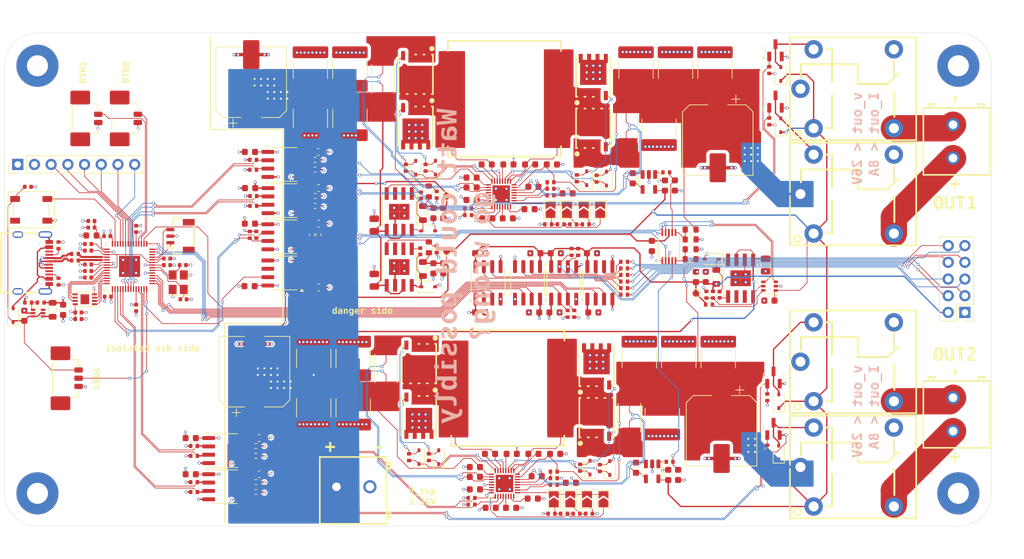
<source format=kicad_pcb>
(kicad_pcb (version 20240108) (generator "pcbnew") (generator_version "8.0")
  (layers (0 "F.Cu" signal "Front") (1 "In1.Cu" signal) (2 "In2.Cu" signal) (31 "B.Cu" signal "Back") (34 "B.Paste" user) (35 "F.Paste" user) (36 "B.SilkS" user "B.Silkscreen") (37 "F.SilkS" user "F.Silkscreen") (38 "B.Mask" user) (39 "F.Mask" user) (44 "Edge.Cuts" user))
  (net 0 "")
  (net 1 "+3V3")
  (net 2 "GND")
  (net 3 "+5V")
  (net 4 "/rp2040/OSC_IN")
  (net 5 "/rp2040/OSC_OUT")
  (net 6 "+1V1")
  (net 7 "/rp2040/V_ADC")
  (net 8 "VBUS")
  (net 9 "GNDA")
  (net 10 "Net-(Q2-D)")
  (net 11 "Net-(U4-VCC)")
  (net 12 "Net-(U4-LDO)")
  (net 13 "Net-(U4-BST1)")
  (net 14 "Net-(Q2-S)")
  (net 15 "Net-(U4-IREF)")
  (net 16 "Net-(U4-VREF)")
  (net 17 "Net-(U4-BST2)")
  (net 18 "Net-(Q4-S)")
  (net 19 "Net-(C35-Pad1)")
  (net 20 "Net-(Q4-D)")
  (net 21 "/V_OUT_0")
  (net 22 "+5VA")
  (net 23 "/I_SENSE_0")
  (net 24 "Net-(Q10-D)")
  (net 25 "Net-(U7-VCC)")
  (net 26 "Net-(U7-LDO)")
  (net 27 "Net-(Q10-S)")
  (net 28 "Net-(U7-BST1)")
  (net 29 "Net-(U7-IREF)")
  (net 30 "Net-(U7-VREF)")
  (net 31 "Net-(Q12-S)")
  (net 32 "Net-(U7-BST2)")
  (net 33 "Net-(C60-Pad1)")
  (net 34 "Net-(Q12-D)")
  (net 35 "/V_OUT_1")
  (net 36 "/I_SENSE_1")
  (net 37 "Net-(D19-K)")
  (net 38 "Net-(U9-BOOT)")
  (net 39 "Net-(D20-K)")
  (net 40 "Net-(U10-BOOT)")
  (net 41 "Net-(D21-K)")
  (net 42 "Net-(U11-BOOT)")
  (net 43 "+3.3VA")
  (net 44 "+DIG_IO")
  (net 45 "/BTNs/LEDs")
  (net 46 "/rp2040/STATUS_LED")
  (net 47 "Net-(D2-A)")
  (net 48 "Net-(D3-K)")
  (net 49 "Net-(D3-A)")
  (net 50 "Net-(D4-K)")
  (net 51 "Net-(D4-A)")
  (net 52 "Net-(D5-K)")
  (net 53 "Net-(D5-A)")
  (net 54 "Net-(D6-A)")
  (net 55 "Net-(D6-K)")
  (net 56 "Net-(D7-A)")
  (net 57 "Net-(D8-A)")
  (net 58 "Net-(D13-A)")
  (net 59 "Net-(D14-A)")
  (net 60 "Net-(D15-K)")
  (net 61 "Net-(D15-A)")
  (net 62 "Net-(D16-K)")
  (net 63 "Net-(D16-A)")
  (net 64 "Net-(D17-A)")
  (net 65 "Net-(D17-K)")
  (net 66 "Net-(D18-A)")
  (net 67 "Net-(D18-K)")
  (net 68 "/I2C_bridge_IO/SDA_2")
  (net 69 "/I2C_bridge_IO/SCL_2")
  (net 70 "/rp2040/DISP_SCK")
  (net 71 "/rp2040/DISP_RST")
  (net 72 "/rp2040/DISP_SDA")
  (net 73 "/rp2040/DISP_CS")
  (net 74 "/rp2040/DISP_A0")
  (net 75 "/isolated_dig_output_1/OUT_A")
  (net 76 "/isolated_dig_output_2/OUT_A")
  (net 77 "/isolated_dig_input_1/IN_A")
  (net 78 "/isolated_dig_output_2/OUT_B")
  (net 79 "/isolated_dig_input_1/IN_B")
  (net 80 "/isolated_dig_output_1/OUT_B")
  (net 81 "/rp2040/SWCLK")
  (net 82 "/rp2040/SWDIO")
  (net 83 "Net-(J6-Pin_1)")
  (net 84 "Net-(J6-Pin_2)")
  (net 85 "/BTNs/BTN0")
  (net 86 "/BTNs/BTN1")
  (net 87 "Net-(J10-Pin_1)")
  (net 88 "Net-(J10-Pin_2)")
  (net 89 "/power_stage1/FREQ")
  (net 90 "Net-(JP1-A)")
  (net 91 "Net-(JP2-A)")
  (net 92 "/power_stage1/LOC_VDD")
  (net 93 "/power_stage2/FREQ")
  (net 94 "Net-(JP5-A)")
  (net 95 "Net-(JP6-A)")
  (net 96 "/power_stage2/LOC_VDD")
  (net 97 "Net-(U1-SW)")
  (net 98 "/rp2040/DISP_LED")
  (net 99 "/ENABLE_OUT2")
  (net 100 "/ENABLE_GND2")
  (net 101 "/ENABLE_OUT1")
  (net 102 "/ENABLE_GND1")
  (net 103 "Net-(U1-FB)")
  (net 104 "/rp2040/QSPI_NCS")
  (net 105 "/rp2040/USB_D-")
  (net 106 "/rp2040/USB_D+")
  (net 107 "Net-(U4-COMP)")
  (net 108 "/power_stage1/I_ADJ")
  (net 109 "/power_stage1/V_ADJ")
  (net 110 "Net-(U4-FB2)")
  (net 111 "Net-(R24-Pad1)")
  (net 112 "Net-(U7-COMP)")
  (net 113 "/power_stage2/I_ADJ")
  (net 114 "/power_stage2/V_ADJ")
  (net 115 "Net-(U7-FB2)")
  (net 116 "Net-(R50-Pad1)")
  (net 117 "Net-(U9-VSENSE)")
  (net 118 "Net-(U10-VSENSE)")
  (net 119 "Net-(U11-VSENSE)")
  (net 120 "Net-(U12-W)")
  (net 121 "/rp2040/OUT1_VOUT_EN")
  (net 122 "/rp2040/OUT1_GND_EN")
  (net 123 "/rp2040/OUT0_VOUT_EN")
  (net 124 "/rp2040/OUT0_GND_EN")
  (net 125 "/rp2040/OUT0_I_ADJ")
  (net 126 "/rp2040/OUT0_V_ADJ")
  (net 127 "/rp2040/OUT1_V_ADJ")
  (net 128 "/rp2040/OUT1_I_ADJ")
  (net 129 "/pwr2uc_5_33_1/OUT_A")
  (net 130 "/pwr2uc_5_33_1/OUT_B")
  (net 131 "/isolated_dig_output_2/IN_A")
  (net 132 "/isolated_dig_output_2/IN_B")
  (net 133 "/I2C0_SDA")
  (net 134 "/I2C0_SCL")
  (net 135 "/ADC/SDA")
  (net 136 "/ADC/SCL")
  (net 137 "/isolated_dig_input_1/OUT_A")
  (net 138 "/isolated_dig_input_1/OUT_B")
  (net 139 "/isolated_dig_output_1/IN_A")
  (net 140 "/isolated_dig_output_1/IN_B")
  (net 141 "/I2C_bridge_IO/SDA_1")
  (net 142 "/I2C_bridge_IO/SCL_1")
  (net 148 "/rp2040/QSPI_D1")
  (net 150 "/rp2040/QSPI_D3")
  (net 151 "/rp2040/QSPI_D0")
  (net 152 "/rp2040/QSPI_SCK")
  (net 153 "/rp2040/QSPI_D2")
  (net 156 "/power_stage1/EN")
  (net 157 "/ADC/RDY")
  (net 158 "/power_stage2/EN")
  (net 165 "/pwr2uc_5_33_1/IN_B")
  (net 166 "Net-(USB1-CC2)")
  (net 167 "Net-(USB1-CC1)")
  (net 170 "/rp2040/USB__P_D-")
  (net 171 "/rp2040/USB__P_D+")
  (net 173 "Net-(U6-AIN1)")
  (net 174 "Net-(U6-AIN2)")
  (net 175 "Net-(U18-VOA)")
  (net 176 "Net-(U18-VOB)")
  (net 177 "Net-(U22-VOA)")
  (net 178 "Net-(U22-VOB)")
  (net 179 "Net-(U21-VIA)")
  (net 180 "Net-(U21-VIB)")
  (footprint "Capacitor_SMD:C_2220_5750Metric" (layer "F.Cu") (at 150 108.5 -90)
    (property "Reference" "C63" (hide yes))
    (property "Value" "22uF/50V" (hide yes))
  )
  (footprint "Capacitor_SMD:C_2220_5750Metric" (layer "F.Cu") (at 102.5 55.5 90)
    (property "Reference" "C25" (hide yes))
    (property "Value" "22uF/50V" (hide yes))
  )
  (footprint "Capacitor_SMD:C_0603_1608Metric" (layer "F.Cu") (at 130.9 117.4 180)
    (property "Reference" "C61" (hide yes))
    (property "Value" "1nF" (hide yes))
  )
  (footprint "Resistor_SMD:R_0603_1608Metric" (layer "F.Cu") (at 154.3 81.4 180)
    (property "Reference" "R30" (hide yes))
    (property "Value" "13k" (hide yes))
  )
  (footprint "Package_TO_SOT_SMD:SOT-23" (layer "F.Cu") (at 166.9 110.2 90)
    (property "Reference" "Q6" (hide yes))
    (property "Value" "2N7002" (hide yes))
  )
  (footprint "Capacitor_SMD:C_0603_1608Metric" (layer "F.Cu") (at 155.1 87.1 90)
    (property "Reference" "C81" (hide yes))
    (property "Value" "10u" (hide yes))
  )
  (footprint "Capacitor_SMD:C_2220_5750Metric" (layer "F.Cu") (at 96.5 63 -90)
    (property "Reference" "C23" (hide yes))
    (property "Value" "22uF/50V" (hide yes))
  )
  (footprint "Resistor_SMD:R_0402_1005Metric" (layer "F.Cu") (at 97.2 70.8 180)
    (property "Reference" "R82" (hide yes))
    (property "Value" "10kR" (hide yes))
  )
  (footprint "Resistor_SMD:R_0402_1005Metric" (layer "F.Cu") (at 88.2 118.3 180)
    (property "Reference" "R84" (hide yes))
    (property "Value" "10kR" (hide yes))
  )
  (footprint "Resistor_SMD:R_0402_1005Metric" (layer "F.Cu") (at 60.7 83.6)
    (property "Reference" "R5" (hide yes))
    (property "Value" "27" (hide yes))
  )
  (footprint "Capacitor_SMD:C_2220_5750Metric" (layer "F.Cu") (at 103 99.5 90)
    (property "Reference" "C50" (hide yes))
    (property "Value" "22uF/50V" (hide yes))
  )
  (footprint "MountingHole:MountingHole_3.2mm_M3_Pad" (layer "F.Cu") (at 195 120)
    (property "Reference" "H3" (hide yes))
    (property "Value" "MountingHole" (hide yes))
  )
  (footprint "Capacitor_SMD:C_0603_1608Metric" (layer "F.Cu") (at 152.4 117.2 90)
    (property "Reference" "C69" (hide yes))
    (property "Value" "1uF" (hide yes))
  )
  (footprint "Package_DFN_QFN:QFN-32-1EP_4x4mm_P0.4mm_EP2.65x2.65mm" (layer "F.Cu") (at 125.5 74.5 90)
    (property "Reference" "U4" (hide yes))
    (property "Value" "PL5501" (hide yes))
  )
  (footprint "Package_TO_SOT_SMD:SOT-23" (layer "F.Cu") (at 167.2 52.65 90)
    (property "Reference" "Q9" (hide yes))
    (property "Value" "2N7002" (hide yes))
  )
  (footprint "lib:RELAY-TH_SRD-XXVDC-XL-C" (layer "F.Cu") (at 178.1 74.5)
    (property "Reference" "RLY3" (hide yes))
    (property "Value" "SRD-05VDC-SL-C" (hide yes))
  )
  (footprint "Resistor_SMD:R_0402_1005Metric" (layer "F.Cu") (at 137.5 116.1 90)
    (property "Reference" "R45" (hide yes))
    (property "Value" "22R" (hide yes))
  )
  (footprint "Capacitor_SMD:C_0603_1608Metric" (layer "F.Cu") (at 97.7 68.1)
    (property "Reference" "C84" (hide yes))
    (property "Value" "100nF" (hide yes))
  )
  (footprint "lib:DFN-8_L5.2-W5.6-P1.27-LS6.1-BL" (layer "F.Cu") (at 113 108.2 180)
    (property "Reference" "Q11" (hide yes))
    (property "Value" "AON6144" (hide yes))
  )
  (footprint "Capacitor_SMD:C_0603_1608Metric" (layer "F.Cu") (at 123.9 122.2 180)
    (property "Reference" "C57" (hide yes))
    (property "Value" "2u" (hide yes))
  )
  (footprint "Resistor_SMD:R_0402_1005Metric" (layer "F.Cu") (at 88.2 119.8 180)
    (property "Reference" "R85" (hide yes))
    (property "Value" "10kR" (hide yes))
  )
  (footprint "Diode_SMD:D_SOD-323" (layer "F.Cu") (at 113 114.5 90)
    (property "Reference" "D15" (hide yes))
    (property "Value" "D_Schottky" (hide yes))
  )
  (footprint "Resistor_SMD:R_0402_1005Metric" (layer "F.Cu") (at 97.2 69.3 180)
    (property "Reference" "R80" (hide yes))
    (property "Value" "10kR" (hide yes))
  )
  (footprint "lib:DFN-8_L5.2-W5.6-P1.27-LS6.1-BL" (layer "F.Cu") (at 112.5 64.2 180)
    (property "Reference" "Q3" (hide yes))
    (property "Value" "AON6144" (hide yes))
  )
  (footprint "Capacitor_SMD:C_2220_5750Metric" (layer "F.Cu") (at 158 55.5 90)
    (property "Reference" "C43" (hide yes))
    (property "Value" "22uF/50V" (hide yes))
  )
  (footprint "Resistor_SMD:R_0402_1005Metric" (layer "F.Cu") (at 156.7 89.8 -90)
    (property "Reference" "R56" (hide yes))
    (property "Value" "2.2k" (hide yes))
  )
  (footprint "Resistor_SMD:R_0402_1005Metric" (layer "F.Cu") (at 87.825 74.8)
    (property "Reference" "R62" (hide yes))
    (property "Value" "10kR" (hide yes))
  )
  (footprint "Connector_PinHeader_2.54mm:PinHeader_2x05_P2.54mm_Vertical" (layer "F.Cu") (at 196 92.5 180)
    (property "Reference" "J2" (hide yes))
    (property "Value" "con_io" (hide yes))
  )
  (footprint "Package_SO:TI_SO-PowerPAD-8" (layer "F.Cu") (at 110 85.6025 -90)
    (property "Reference" "U9" (hide yes))
    (property "Value" "TPS5430DDA" (hide yes))
  )
  (footprint "Capacitor_SMD:C_0402_1005Metric" (layer "F.Cu") (at 113.2 83.2 -90)
    (property "Reference" "C73" (hide yes))
    (property "Value" "100n" (hide yes))
  )
  (footprint "Capacitor_SMD:C_2220_5750Metric" (layer "F.Cu") (at 102.5 63 -90)
    (property "Reference" "C22" (hide yes))
    (property "Value" "22uF/50V" (hide yes))
  )
  (footprint "Capacitor_SMD:C_0603_1608Metric" (layer "F.Cu") (at 133.6 92.5)
    (property "Reference" "C103" (hide yes))
    (property "Value" "100nF" (hide yes))
  )
  (footprint "Jumper:SolderJumper-2_P1.3mm_Open_TrianglePad1.0x1.5mm" (layer "F.Cu") (at 138.05 76.9 90)
    (property "Reference" "JP3" (hide yes))
    (property "Value" "Jumper_2_Small_Open" (hide yes))
  )
  (footprint "Resistor_SMD:R_0402_1005Metric" (layer "F.Cu") (at 78.8 112.8)
    (property "Reference" "R64" (hide yes))
    (property "Value" "10kR" (hide yes))
  )
  (footprint "Connector_Molex:Molex_PicoBlade_53398-0371_1x03-1MP_P1.25mm_Vertical" (layer "F.Cu") (at 60 102.5 -90)
    (property "Reference" "J9" (hide yes))
    (property "Value" "LEDs" (hide yes))
  )
  (footprint "TestPoint:TestPoint_Pad_D1.0mm" (layer "F.Cu") (at 117.2 74.8 -90)
    (property "Reference" "TP6" (hide yes))
    (property "Value" "TestPoint" (hide yes))
  )
  (footprint "lib:CONN-TH_2P-P5.00_WJ500V-5.08-2P" (layer "F.Cu") (at 103 119 180)
    (property "Reference" "J11" (hide yes))
    (property "Value" "V_SUPPLY_IN" (hide yes))
  )
  (footprint "lib:RELAY-TH_SRD-XXVDC-XL-C" (layer "F.Cu") (at 178.1 100)
    (property "Reference" "RLY2" (hide yes))
    (property "Value" "SRD-05VDC-SL-C" (hide yes))
  )
  (footprint "Resistor_SMD:R_0402_1005Metric" (layer "F.Cu") (at 151.1 115.2)
    (property "Reference" "R50" (hide yes))
    (property "Value" "10k" (hide yes))
  )
  (footprint "Capacitor_SMD:C_0402_1005Metric" (layer "F.Cu") (at 77.1 85.3)
    (property "Reference" "C5" (hide yes))
    (property "Value" "15p" (hide yes))
  )
  (footprint "Resistor_SMD:R_0402_1005Metric" (layer "F.Cu") (at 144.2 87.8)
    (property "Reference" "R83" (hide yes))
    (property "Value" "1k" (hide yes))
  )
  (footprint "MountingHole:MountingHole_3.2mm_M3_Pad" (layer "F.Cu") (at 55 120)
    (property "Reference" "H4" (hide yes))
    (property "Value" "MountingHole" (hide yes))
  )
  (footprint "Capacitor_SMD:C_0402_1005Metric" (layer "F.Cu") (at 65.7 90.1 180)
    (property "Reference" "C9" (hide yes))
    (property "Value" "100n" (hide yes))
  )
  (footprint "Resistor_SMD:R_0402_1005Metric" (layer "F.Cu") (at 144.2 88.8)
    (property "Reference" "R71" (hide yes))
    (property "Value" "1k" (hide yes))
  )
  (footprint "Resistor_SMD:R_0402_1005Metric" (layer "F.Cu") (at 111.5 114.5 90)
    (property "Reference" "R40" (hide yes))
    (property "Value" "22R" (hide yes))
  )
  (footprint "Resistor_SMD:R_0603_1608Metric" (layer "F.Cu") (at 154.3 82.9 180)
    (property "Reference" "R28" (hide yes))
    (property "Value" "13k" (hide yes))
  )
  (footprint "Capacitor_SMD:C_0402_1005Metric" (layer "F.Cu") (at 62.7 85.2 180)
    (property "Reference" "C10" (hide yes))
    (property "Value" "100n" (hide yes))
  )
  (footprint "Diode_SMD:D_SOD-323" (layer "F.Cu") (at 51.3 92.9 90)
    (property "Reference" "D2" (hide yes))
    (property "Value" "D_Schottky" (hide yes))
  )
  (footprint "Resistor_SMD:R_0402_1005Metric" (layer "F.Cu") (at 120.99 120.7 180)
    (property "Reference" "R46" (hide yes))
    (property "Value" "10k" (hide yes))
  )
  (footprint "Capacitor_SMD:C_0603_1608Metric" (layer "F.Cu") (at 127.1 114 180)
    (property "Reference" "C54" (hide yes))
    (property "Value" "1uF" (hide yes))
  )
  (footprint "Resistor_SMD:R_0402_1005Metric" (layer "F.Cu") (at 53.6 91 180)
    (property "Reference" "R3" (hide yes))
    (property "Value" "10k" (hide yes))
  )
  (footprint "Resistor_SMD:R_0402_1005Metric" (layer "F.Cu") (at 157.7 89.8 90)
    (property "Reference" "R55" (hide yes))
    (property "Value" "20k" (hide yes))
  )
  (footprint "Capacitor_SMD:C_0402_1005Metric" (layer "F.Cu") (at 62.7 87.2 180)
    (property "Reference" "C8" (hide yes))
    (property "Value" "100n" (hide yes))
  )
  (footprint "Resistor_SMD:R_0402_1005Metric" (layer "F.Cu") (at 114 70.5 90)
    (property "Reference" "R15" (hide yes))
    (property "Value" "22R" (hide yes))
  )
  (footprint "Capacitor_SMD:C_0603_1608Metric" (layer "F.Cu") (at 78.3 111.6 180)
    (property "Reference" "C89" (hide yes))
    (property "Value" "100nF" (hide yes))
  )
  (footprint "Capacitor_SMD:C_0603_1608Metric" (layer "F.Cu") (at 121 75.4)
    (property "Reference" "C28" (hide yes))
    (property "Value" "1uF" (hide yes))
  )
  (footprint "Capacitor_SMD:C_2220_5750Metric" (layer "F.Cu") (at 152.5 99.5 90)
    (property "Reference" "C67" (hide yes))
    (property "Value" "22uF/50V" (hide yes))
  )
  (footprint "Capacitor_SMD:C_0603_1608Metric" (layer "F.Cu") (at 127 122.2)
    (property "Reference" "C58" (hide yes))
    (property "Value" "2u" (hide yes))
  )
  (footprint "Diode_SMD:D_SOD-323" (layer "F.Cu") (at 115.5 70.5 90)
    (property "Reference" "D4" (hide yes))
    (property "Value" "D_Schottky" (hide yes))
  )
  (footprint "Capacitor_SMD:C_0603_1608Metric" (layer "F.Cu") (at 53 93 90)
    (property "Reference" "C2" (hide yes))
    (property "Value" "4.7u" (hide yes))
  )
  (footprint "Resistor_SMD:R_0402_1005Metric" (layer "F.Cu") (at 166.25 55.65 -90)
    (property "Reference" "R34" (hide yes))
    (property "Value" "10k" (hide yes))
  )
  (footprint "lib:CONN-SMD_3P-P1.00_HC-1.0-3PLT" (layer "F.Cu") (at 76.6 80.9 90)
    (property "Reference" "J4" (hide yes))
    (property "Value" "CON_SWD" (hide yes))
  )
  (footprint "Jumper:SolderJumper-2_P1.3mm_Open_TrianglePad1.0x1.5mm" (layer "F.Cu") (at 140.55 76.9 90)
    (property "Reference" "JP4" (hide yes))
    (property "Value" "Jumper_2_Small_Open" (hide yes))
  )
  (footprint "Capacitor_SMD:C_0402_1005Metric" (layer "F.Cu") (at 74.7 84.3)
    (property "Reference" "C11" (hide yes))
    (property "Value" "100n" (hide yes))
  )
  (footprint "Capacitor_SMD:C_0402_1005Metric" (layer "F.Cu") (at 113.3 74.7 -90)
    (property "Reference" "C74" (hide yes))
    (property "Value" "100n" (hide yes))
  )
  (footprint "Resistor_SMD:R_0402_1005Metric" (layer "F.Cu") (at 137.2 83.3 90)
    (property "Reference" "R91" (hide yes))
    (property "Value" "10kR" (hide yes))
  )
  (footprint "TestPoint:TestPoint_Pad_D1.0mm" (layer "F.Cu") (at 155.1 89.6 90)
    (property "Reference" "TP7" (hide yes))
    (property "Value" "TestPoint" (hide yes))
  )
  (footprint "Jumper:SolderJumper-2_P1.3mm_Open_TrianglePad1.0x1.5mm" (layer "F.Cu") (at 138.55 120.9 90)
    (property "Reference" "JP7" (hide yes))
    (property "Value" "Jumper_2_Small_Open" (hide yes))
  )
  (footprint "Resistor_SMD:R_0402_1005Metric" (layer "F.Cu") (at 111 70.5 90)
    (property "Reference" "R14" (hide yes))
    (property "Value" "22R" (hide yes))
  )
  (footprint "MountingHole:MountingHole_3.2mm_M3_Pad" (layer "F.Cu") (at 195 55)
    (property "Reference" "H2" (hide yes))
    (property "Value" "MountingHole" (hide yes))
  )
  (footprint "Package_SO:SOIC-8_3.9x4.9mm_P1.27mm" (layer "F.Cu") (at 92.525 75.5)
    (property "Reference" "U15" (hide yes))
    (property "Value" "ADuM120N" (hide yes))
  )
  (footprint "Capacitor_SMD:C_0603_1608Metric" (layer "F.Cu") (at 122.3 92.5)
    (property "Reference" "C93" (hide yes))
    (property "Value" "100nF" (hide yes))
  )
  (footprint "Resistor_SMD:R_0402_1005Metric" (layer "F.Cu") (at 133.5 117.7)
    (property "Reference" "R49" (hide yes))
    (property "Value" "1k" (hide yes))
  )
  (footprint "Resistor_SMD:R_0402_1005Metric" (layer "F.Cu") (at 114.5 114.5 90)
    (property "Reference" "R41" (hide yes))
    (property "Value" "22R" (hide yes))
  )
  (footprint "Diode_SMD:D_SOD-323" (layer "F.Cu") (at 112.5 70.5 90)
    (property "Reference" "D3" (hide yes))
    (property "Value" "D_Schottky" (hide yes))
  )
  (footprint "Capacitor_SMD:C_0603_1608Metric" (layer "F.Cu") (at 145.5 72.1 90)
    (property "Reference" "C41" (hide yes))
    (property "Value" "1nF" (hide yes))
  )
  (footprint "Capacitor_SMD:C_0603_1608Metric" (layer "F.Cu") (at 116.7 77.4 -90)
    (property "Reference" "C79" (hide yes))
    (property "Value" "10u" (hide yes))
  )
  (footprint "Capacitor_SMD:C_0603_1608Metric" (layer "F.Cu") (at 139.5 92.5)
    (property "Reference" "C101" (hide yes))
    (property "Value" "100nF" (hide yes))
  )
  (footprint "Resistor_SMD:R_0402_1005Metric" (layer "F.Cu") (at 165.95 113.2 -90)
    (property "Reference" "R25" (hide yes))
    (property "Value" "10k" (hide yes))
  )
  (footprint "Diode_SMD:D_SOD-323" (layer "F.Cu") (at 138.5 72.1 90)
    (property "Reference" "D6" (hide yes))
    (property "Value" "D_Schottky" (hide yes))
  )
  (footprint "Capacitor_SMD:C_0603_1608Metric" (layer "F.Cu") (at 97.745 88.7)
    (property "Reference" "C92" (hide yes))
    (property "Value" "100nF" (hide yes))
  )
  (footprint "lib:DFN-8_L5.2-W5.6-P1.27-LS6.1-BL" (layer "F.Cu") (at 139.5 56.71)
    (property "Reference" "Q5" (hide yes))
    (property "Value" "AON6144" (hide yes))
  )
  (footprint "Resistor_SMD:R_0402_1005Metric" (layer "F.Cu") (at 137 72.1 90)
    (property "Reference" "R19" (hide yes))
    (property "Value" "22R" (hide yes))
  )
  (footprint "Capacitor_SMD:C_0603_1608Metric" (layer "F.Cu") (at 133.7 114)
    (property "Reference" "C96" (hide yes))
    (property "Value" "100nF/50V" (hide yes))
  )
  (footprint "Capacitor_SMD:CP_Elec_10x10.5" (layer "F.Cu") (at 159 110.5 -90)
    (property "Reference" "C62" (hide yes))
    (property "Value" "220uF/50V" (hide yes))
  )
  (footprint "Capacitor_SMD:C_0603_1608Metric" (layer "F.Cu") (at 97.725 73.6)
    (property "Reference" "C88" (hide yes))
    (property "Value" "100nF" (hide yes))
  )
  (footprint "LED_SMD:LED_WS2812B_PLCC4_5.0x5.0mm_P3.2mm" (layer "F.Cu") (at 54.05 76.9)
    (property "Reference" "D1" (hide yes))
    (property "Value" "WS2812B" (hide yes))
  )
  (footprint "Capacitor_SMD:C_2220_5750Metric" (layer "F.Cu") (at 146.5 99.5 90)
    (property "Reference" "C64" (hide yes))
    (property "Value" "22uF/50V" (hide yes))
  )
  (footprint "Capacitor_SMD:C_0603_1608Metric" (layer "F.Cu") (at 121.5 117.5 180)
    (property "Reference" "C52" (hide yes))
    (property "Value" "1nF" (hide yes))
  )
  (footprint "Capacitor_SMD:C_2220_5750Metric" (layer "F.Cu") (at 97 107 -90)
    (property "Reference" "C48" (hide yes))
    (property "Value" "22uF/50V" (hide yes))
  )
  (footprint "Resistor_SMD:R_0402_1005Metric" (layer "F.Cu") (at 136.45 79.1)
    (property "Reference" "R11" (hide yes))
    (property "Value" "12k" (hide yes))
  )
  (footprint "Jumper:SolderJumper-2_P1.3mm_Open_TrianglePad1.0x1.5mm" (layer "F.Cu") (at 133 76.9 90)
    (property "Reference" "JP1" (hide yes))
    (property "Value" "Jumper_2_Small_Open" (hide yes))
  )
  (footprint "Resistor_SMD:R_0402_1005Metric" (layer "F.Cu") (at 120.49 76.7 180)
    (property "Reference" "R20" (hide yes))
    (property "Value" "10k" (hide yes))
  )
  (footprint "Diode_SMD:D_SOD-323" (layer "F.Cu") (at 167.7 113.8 90)
    (property "Reference" "D7" (hide yes))
    (property "Value" "D_Schottky" (hide yes))
  )
  (footprint "Resistor_SMD:R_0603_1608Metric" (layer "F.Cu") (at 154.3 79.9 180)
    (property "Reference" "R29" (hide yes))
    (property "Value" "91k" (hide yes))
  )
  (footprint "Capacitor_SMD:CP_Elec_10x10.5" (layer "F.Cu") (at 158.424997 66.3 -90)
    (property "Reference" "C37" (hide yes))
    (property "Value" "220uF/50V" (hide yes))
  )
  (footprint "Resistor_SMD:R_0402_1005Metric" (layer "F.Cu") (at 138.85 123.1)
    (property "Reference" "R38" (hide yes))
    (property "Value" "1.5k" (hide yes))
  )
  (footprint "Resistor_SMD:R_0402_1005Metric" (layer "F.Cu") (at 133.5 118.7)
    (property "Reference" "R42" (hide yes))
    (property "Value" "22k" (hide yes))
  )
  (footprint "Resistor_SMD:R_0402_1005Metric" (layer "F.Cu") (at 88.2 112.8 180)
    (property "Reference" "R94" (hide yes))
    (property "Value" "10kR" (hide yes))
  )
  (footprint "Package_SO:SOIC-8_3.9x4.9mm_P1.27mm" (layer "F.Cu") (at 129.5 88 -90)
    (property "Reference" "U21" (hide yes))
    (property "Value" "ADuM120N" (hide yes))
  )
  (footprint "Capacitor_SMD:C_0603_1608Metric" (layer "F.Cu") (at 130.4 114)
    (property "Reference" "C59" (hide yes))
    (property "Value" "100nF/50V" (hide yes))
  )
  (footprint "Resistor_SMD:R_0402_1005Metric" (layer "F.Cu") (at 134.55 79.1 180)
    (property "Reference" "R9" (hide yes))
    (property "Value" "12k" (hide yes))
  )
  (footprint "Capacitor_SMD:C_0402_1005Metric" (layer "F.Cu") (at 53.55 73.4)
    (property "Reference" "C7" (hide yes))
    (property "Value" "100n" (hide yes))
  )
  (footprint "lib:USB-C-SMD_G-SWITCH_GT-USB-7010EN" (layer "F.Cu") (at 54.4 84.98 -90)
    (property "Reference" "USB1" (hide yes))
    (property "Value" "HC-TYPE-C-16P-01A-L" (hide yes))
  )
  (footprint "lib:CONN-TH_2P-P5.00_WJ500V-5.08-2P" (layer "F.Cu") (at 194.2 108 -90)
    (property "Reference" "J6" (hide yes))
    (property "Value" "PWR_OUT_0" (hide yes))
  )
  (footprint "Package_TO_SOT_SMD:SOT-23-5" (layer "F.Cu") (at 147.95 72.6625 -90)
    (property "Reference" "U5" (hide yes))
    (property "Value" "INA180A3" (hide yes))
  )
  (footprint "Package_SO:TI_SO-PowerPAD-8" (layer "F.Cu") (at 161.9 87.3 90)
    (property "Reference" "U11" (hide yes))
    (property "Value" "TPS5430DDA" (hide yes))
  )
  (footprint "Capacitor_SMD:C_0603_1608Metric" (layer "F.Cu") (at 130.3 120.8 180)
    (property "Reference" "C55" (hide yes))
    (property "Value" "1uF" (hide yes))
  )
  (footprint "Resistor_SMD:R_2512_6332Metric" (layer "F.Cu") (at 144.5 64.5 90)
    (property "Reference" "R21" (hide yes))
    (property "Value" "5mR" (hide yes))
  )
  (footprint "Resistor_SMD:R_0402_1005Metric" (layer "F.Cu") (at 157.1 91.3 180)
    (property "Reference" "R57" (hide yes))
    (property "Value" "1k" (hide yes))
  )
  (footprint "Capacitor_SMD:C_0402_1005Metric" (layer "F.Cu") (at 61.22 93.5)
    (property "Reference" "C1" (hide yes))
    (property "Value" "2.2u" (hide yes))
  )
  (footprint "Capacitor_SMD:C_0805_2012Metric" (layer "F.Cu") (at 165.7 85.3 -90)
    (property "Reference" "C72" (hide yes))
    (property "Value" "2.2u" (hide yes))
  )
  (footprint "Capacitor_SMD:C_0603_1608Metric" (layer "F.Cu") (at 97.725 78.995)
    (property "Reference" "C98" (hide yes))
    (property "Value" "100nF" (hide yes))
  )
  (footprint "Capacitor_SMD:C_0603_1608Metric" (layer "F.Cu") (at 166.275 90.7 180)
    (property "Reference" "C82" (hide yes))
    (property "Value" "100nF" (hide yes))
  )
  (footprint "Package_TO_SOT_SMD:SOT-23" (layer "F.Cu") (at 167.2 60.45 90)
    (property "Reference" "Q8" (hide yes))
    (property "Value" "2N7002" (hide yes))
  )
  (footprint "Capacitor_SMD:C_0402_1005Metric" (layer "F.Cu") (at 61.22 92.5)
    (property "Reference" "C4" (hide yes))
    (property "Value" "100n" (hide yes))
  )
  (footprint "Resistor_SMD:R_0402_1005Metric" (layer "F.Cu") (at 133.15 123.1 180)
    (property "Reference" "R36" (hide yes))
    (property "Value" "1.5k" (hide yes))
  )
  (footprint "Resistor_SMD:R_0402_1005Metric" (layer "F.Cu") (at 96.725 80.695 90)
    (property "Reference" "R74" (hide yes))
    (property "Value" "10kR" (hide yes))
  )
  (footprint "Capacitor_SMD:C_0603_1608Metric" (layer "F.Cu") (at 130.5 92.5 180)
    (property "Reference" "C99" (hide yes))
    (property "Value" "100nF" (hide yes))
  )
  (footprint "Capacitor_SMD:C_0603_1608Metric" (layer "F.Cu") (at 121 73.5 180)
    (property "Reference" "C27" (hide yes))
    (property "Value" "1nF" (hide yes))
  )
  (footprint "Capacitor_SMD:C_0603_1608Metric" (layer "F.Cu") (at 151.9 73.2 90)
    (property "Reference" "C44" (hide yes))
    (property "Value" "1uF" (hide yes))
  )
  (footprint "Resistor_SMD:R_0402_1005Metric" (layer "F.Cu") (at 60.7 84.6)
    (property "Reference" "R6" (hide yes))
    (property "Value" "27" (hide yes))
  )
  (footprint "TestPoint:TestPoint_Pad_D1.0mm" (layer "F.Cu") (at 117.2 83.2 -90)
    (property "Reference" "TP5" (hide yes))
    (property "Value" "TestPoint" (hide yes))
  )
  (footprint "Package_TO_SOT_SMD:SOT-563" (layer "F.Cu") (at 55.1 92.6)
    (property "Reference" "U1" (hide yes))
    (property "Value" "TLV62568DRL" (hide yes))
  )
  (footprint "Capacitor_SMD:C_2220_5750Metric" (layer "F.Cu") (at 97 99.5 90)
    (property "Reference" "C49" (hide yes))
    (property "Value" "22uF/50V" (hide yes))
  )
  (footprint "Package_SO:TI_SO-PowerPAD-8" (layer "F.Cu") (at 110 77.2 -90)
    (property "Reference" "U10" (hide yes))
    (property "Value" "TPS5430DDA" (hide yes))
  )
  (footprint "lib:CONN-TH_2P-P5.00_WJ500V-5.08-2P" (layer "F.Cu") (at 194.2 66.5 -90)
    (property "Reference" "J10" (hide yes))
    (property "Value" "PWR_OUT_0" (hide yes))
  )
  (footprint "Capacitor_SMD:C_0402_1005Metric" (layer "F.Cu") (at 65.6 80.9 180)
    (property "Reference" "C13" (hide yes))
    (property "Value" "100n" (hide yes))
  )
  (footprint "Capacitor_SMD:C_0603_1608Metric" (layer "F.Cu") (at 58.9 92.1 -90)
    (property "Reference" "C6" (hide yes))
    (property "Value" "10u" (hide yes))
  )
  (footprint "Capacitor_SMD:CP_Elec_10x10.5" (layer "F.Cu") (at 88 101.5 90)
    (property "Reference" "C46" (hide yes))
    (property "Value" "220uF/50V" (hide yes))
  )
  (footprint "Resistor_SMD:R_0402_1005Metric" (layer "F.Cu") (at 87.8 70.8)
    (property "Reference" "R59" (hide yes))
    (property "Value" "10kR" (hide yes))
  )
  (footprint "lib:DFN-8_L5.2-W5.6-P1.27-LS6.1-BL" (layer "F.Cu") (at 140 100.71)
    (property "Reference" "Q13" (hide yes))
    (property "Value" "AON6144" (hide yes))
  )
  (footprint "Capacitor_SMD:C_0402_1005Metric" (layer "F.Cu") (at 74.7 85.3)
    (property "Reference" "C15" (hide yes))
    (property "Value" "100n" (hide yes))
  )
  (footprint "Capacitor_SMD:C_0805_2012Metric" (layer "F.Cu") (at 106.205 87.6025 90)
    (property "Reference" "C70" (hide yes))
    (property "Value" "2.2u" (hide yes))
  )
  (footprint "Resistor_SMD:R_0402_1005Metric" (layer "F.Cu") (at 87.275 80.695 90)
    (property "Reference" "R73" (hide yes))
    (property "Value" "10kR" (hide yes))
  )
  (footprint "Resistor_SMD:R_0402_1005Metric" (layer "F.Cu") (at 97.725 80.695 90)
    (property "Reference" "R75" (hide yes))
    (property "Value" "10kR" (hide yes))
  )
  (footprint "Resistor_SMD:R_0402_1005Metric" (layer "F.Cu") (at 140 72.15 90)
    (property "Reference" "R18" (hide yes))
    (property "Value" "22R" (hide yes))
  )
  (footprint "Resistor_SMD:R_0402_1005Metric" (layer "F.Cu") (at 87.8 69.3)
    (property "Reference" "R58" (hide yes))
    (property "Value" "10kR" (hide yes))
  )
  (footprint "Resistor_SMD:R_0402_1005Metric" (layer "F.Cu") (at 97.225 74.8 180)
    (property "Reference" "R92" (hide yes))
    (property "Value" "10kR" (hide yes))
  )
  (footprint "Capacitor_SMD:C_0603_1608Metric" (layer "F.Cu") (at 133.2 70)
    (property "Reference" "C95" (hide yes))
    (property "Value" "100nF/50V" (hide yes))
  )
  (footprint "Crystal:Crystal_SMD_3225-4Pin_3.2x2.5mm" (layer "F.Cu") (at 76.4 87.9 90)
    (property "Reference" "Y1" (hide yes))
    (property "Value" "12MHz" (hide yes))
  )
  (footprint "Capacitor_SMD:C_0603_1608Metric" (layer "F.Cu") (at 150.39375 73.2 -90)
    (property "Reference" "C40" (hide yes))
    (property "Value" "1nF" (hide yes))
  )
  (footprint "Capacitor_SMD:C_2220_5750Metric" (layer "F.Cu") (at 158.5 99.5 90)
    (property "Reference" "C68" (hide yes))
    (property "Value" "22uF/50V" (hide yes))
  )
  (footprint "lib:DFN-8_L5.2-W5.6-P1.27-LS6.1-BL" (layer "F.Cu") (at 112.5 56.29 180)
    (property "Reference" "Q2" (hide yes))
    (property "Value" "AON6144" (hide yes))
  )
  (footprint "Resistor_SMD:R_0402_1005Metric" (layer "F.Cu") (at 88.2 114.3 180)
    (property "Reference" "R95" (hide yes))
    (property "Value" "10kR" (hide yes))
  )
  (footprint "Capacitor_SMD:C_0603_1608Metric" (layer "F.Cu") (at 146 116.1 90)
    (property "Reference" "C66" (hide yes))
    (property "Value" "1nF" (hide yes))
  )
  (footprint "Resistor_SMD:R_0402_1005Metric" (layer "F.Cu") (at 88.275 80.695 90)
    (property "Reference" "R72" (hide yes))
    (property "Value" "10kR" (hide yes))
  )
  (footprint "Resistor_SMD:R_0402_1005Metric" (layer "F.Cu") (at 58.2 87.8 -90)
    (property "Reference" "R7" (hide yes))
    (property "Value" "5.1k" (hide yes))
  )
  (footprint "Resistor_SMD:R_0402_1005Metric" (layer "F.Cu") (at 132.65 79.1 180)
    (property "Reference" "R10" (hide yes))
    (property "Value" "1.5k" (hide yes))
  )
  (footprint "Jumper:SolderJumper-2_P1.3mm_Open_TrianglePad1.0x1.5mm" (layer "F.Cu") (at 135.5 76.9 90)
    (property "Reference" "JP2" (hide yes))
    (property "Value" "Jumper_2_Small_Open" (hide yes))
  )
  (footprint "Capacitor_SMD:C_2220_5750Metric" (layer "F.Cu") (at 149.5 64.5 -90)
    (property "Reference" "C38" (hide yes))
    (property "Value" "22uF/50V" (hide yes))
  )
  (footprint "Capacitor_SMD:C_0603_1608Metric" (layer "F.Cu") (at 116.7 85.8 -90)
    (property "Reference" "C78" (hide yes))
    (property "Value" "10u" (hide yes))
  )
  (footprint "Package_SO:SOIC-8_3.9x4.9mm_P1.27mm" (layer "F.Cu") (at 92.5 86.5 180)
    (property "Reference" "U17" (hide yes))
    (property "Value" "ADuM120N" (hide yes))
  )
  (footprint "lib:RELAY-TH_SRD-XXVDC-XL-C" (layer "F.Cu") (at 178.1 116)
    (property "Reference" "RLY1" (hide yes))
    (property "Value" "SRD-05VDC-SL-C" (hide yes))
  )
  (footprint "Capacitor_SMD:C_2220_5750Metric" (layer "F.Cu") (at 103 107 -90)
    (property "Reference" "C47" (hide yes))
    (property "Value" "22uF/50V" (hide yes))
  )
  (footprint "Capacitor_SMD:C_0402_1005Metric" (layer "F.Cu") (at 63.2 79.6 180)
    (property "Reference" "C16" (hide yes))
    (property "Value" "100n" (hide yes))
  )
  (footprint "Inductor_SMD:L_0805_2012Metric" (layer "F.Cu") (at 158.2 87.1 -90)
    (property "Reference" "L6" (hide yes))
    (property "Value" "4.7u" (hide yes))
  )
  (footprint "Diode_SMD:D_SOD-323" (layer "F.Cu") (at 168 64.05 90)
    (property "Reference" "D13" (hide yes))
    (property "Value" "D_Schottky" (hide yes))
  )
  (footprint "Capacitor_SMD:C_0603_1608Metric" (layer "F.Cu") (at 115.2 85.8 -90)
    (property "Reference" "C76" (hide yes))
    (property "Value" "10u" (hide yes))
  )
  (footprint "Inductor_SMD:L_0805_2012Metric" (layer "F.Cu") (at 113.6 85.9 90)
    (property "Reference" "L4" (hide yes))
    (property "Value" "4.7u" (hide yes))
  )
  (footprint "Capacitor_SMD:C_0603_1608Metric" (layer "F.Cu") (at 136.1 118.4)
    (property "Reference" "C60" (hide yes))
    (property "Value" "2.2nF" (hide yes))
  )
  (footprint "Connector_Molex:Molex_PicoBlade_53398-0271_1x02-1MP_P1.25mm_Vertical" (layer "F.Cu") (at 69 63 -90)
    (property "Reference" "J7" (hide yes))
    (property "Value" "BTN0" (hide yes))
  )
  (footprint "Resistor_SMD:R_0603_1608Metric" (layer "F.Cu") (at 154.3 84.4 180)
    (property "Reference" "R27" (hide yes))
    (property "Value" "91k" (hide yes))
  )
  (footprint "Package_SO:SOIC-8_3.9x4.9mm_P1.27mm" (layer "F.Cu") (at 123.5 88 90)
    (property "Reference" "U18" (hide yes))
    (property "Value" "ADuM120N" (hide yes))
  )
  (footprint "Capacitor_SMD:C_0603_1608Metric" (layer "F.Cu") (at 88.7 111.6)
    (property "Reference" "C90" (hide yes))
    (property "Value" "100nF" (hide yes))
  )
  (footprint "Resistor_SMD:R_0402_1005Metric" (layer "F.Cu") (at 166.25 63.45 -90)
    (property "Reference" "R33" (hide yes))
    (property "Value" "10k" (hide yes))
  )
  (footprint "Capacitor_SMD:C_0402_1005Metric" (layer "F.Cu") (at 158.7 89.8 90)
    (property "Reference" "C75" (hide yes))
    (property "Value" "100n" (hide yes))
  )
  (footprint "Resistor_SMD:R_0402_1005Metric" (layer "F.Cu") (at 97.225 76.3 180)
    (property "Reference" "R93" (hide yes))
    (property "Value" "10kR" (hide yes))
  )
  (footprint "Capacitor_SMD:C_0603_1608Metric" (layer "F.Cu") (at 121.5 116 180)
    (property "Reference" "C51" (hide yes))
    (property "Value" "100nF/50V" (hide yes))
  )
  (footprint "Resistor_SMD:R_0402_1005Metric" (layer "F.Cu") (at 138.35 79.1)
    (property "Reference" "R12" (hide yes))
    (property "Value" "1.5k" (hide yes))
  )
  (footprint "Resistor_SMD:R_0402_1005Metric" (layer "F.Cu") (at 55.5 91 180)
    (property "Reference" "R2" (hide yes))
    (property "Value" "44.2k" (hide yes))
  )
  (footprint "Package_TO_SOT_SMD:SOT-23" (layer "F.Cu") (at 166.9 102.4 90)
    (property "Reference" "Q7" (hide yes))
    (property "Value" "2N7002" (hide yes))
  )
  (footprint "Resistor_SMD:R_0402_1005Metric" (layer "F.Cu") (at 136.2 83.3 90)
    (property "Reference" "R90" (hide yes))
    (property "Value" "10kR" (hide yes))
  )
  (footprint "Capacitor_SMD:C_0603_1608Metric" (layer "F.Cu") (at 88.7 117.1)
    (property "Reference" "C86" (hide yes))
    (property "Value" "100nF" (hide yes))
  )
  (footprint "Resistor_SMD:R_0402_1005Metric" (layer "F.Cu") (at 120.99 121.7 180)
    (property "Reference" "R43" (hide yes))
    (property "Value" "10k" (hide yes))
  )
  (footprint "Capacitor_SMD:CP_Elec_10x10.5" (layer "F.Cu") (at 87.5 57.5 90)
    (property "Reference" "C21" (hide yes))
    (property "Value" "220uF/50V" (hide yes))
  )
  (footprint "lib:RELAY-TH_SRD-XXVDC-XL-C" (layer "F.Cu") (at 178.1 58.5)
    (property "Reference" "RLY4" (hide yes))
    (property "Value" "SRD-05VDC-SL-C" (hide yes))
  )
  (footprint "Package_SO:SOIC-8_3.9x4.9mm_P1.27mm" (layer "F.Cu") (at 83.5 119)
    (property "Reference" "U14" (hide yes))
    (property "Value" "ADuM120N" (hide yes))
  )
  (footprint "lib:DFN-8_L5.2-W5.6-P1.27-LS6.1-BL" (layer "F.Cu") (at 113 100.29 180)
    (property "Reference" "Q10" (hide yes))
    (property "Value" "AON6144" (hide yes))
  )
  (footprint "Capacitor_SMD:C_0402_1005Metric" (layer "F.Cu") (at 62.7 82.1 180)
    (property "Reference" "C20" (hide yes))
    (property "Value" "1u" (hide yes))
  )
  (footprint "Resistor_SMD:R_0402_1005Metric" (layer "F.Cu") (at 78.8 118.3)
    (property "Reference" "R60" (hide yes))
    (property "Value" "10kR" (hide yes))
  )
  (footprint "Capacitor_SMD:C_0603_1608Metric" (layer "F.Cu") (at 115.2 77.4 -90)
    (property "Reference" "C77" (hide yes))
    (property "Value" "10u" (hide yes))
  )
  (footprint "Resistor_SMD:R_0402_1005Metric" (layer "F.Cu") (at 120.49 77.7 180)
    (property "Reference" "R17" (hide yes))
    (property "Value" "10k" (hide yes))
  )
  (footprint "Resistor_SMD:R_0402_1005Metric" (layer "F.Cu") (at 78.8 114.3)
    (property "Reference" "R65" (hide yes))
    (property "Value" "10kR" (hide yes))
  )
  (footprint "Resistor_SMD:R_0402_1005Metric" (layer "F.Cu") (at 58.2 82.3 90)
    (property "Reference" "R8" (hide yes))
    (property "Value" "5.1k" (hide yes))
  )
  (footprint "Package_DFN_QFN:DFN-8-1EP_3x2mm_P0.5mm_EP1.3x1.5mm" (layer "F.Cu") (at 62.2 90.5 180)
    (property "Reference" "U2" (hide yes))
    (property "Value" "W25Q16JVUXIQ" (hide yes))
  )
  (footprint "Resistor_SMD:R_0402_1005Metric" (layer "F.Cu") (at 133 74.7)
    (property "Reference" "R16" (hide yes))
    (property "Value" "22k" (hide yes))
  )
  (footprint "Capacitor_SMD:C_0402_1005Metric" (layer "F.Cu") (at 70 91.8 -90)
    (property "Reference" "C12" (hide yes))
    (property "Value" "100n" (hide yes))
  )
  (footprint "Capacitor_SMD:C_2220_5750Metric" (layer "F.Cu") (at 146 55.5 90)
    (property "Reference" "C39" (hide yes))
    (property "Value" "22uF/50V" (hide yes))
  )
  (footprint "Capacitor_SMD:C_0603_1608Metric" (layer "F.Cu") (at 123.3 70 180)
    (property "Reference" "C31" (hide yes))
    (property "Value" "100nF/50V" (hide yes))
  )
  (footprint "Package_TO_SOT_SMD:SOT-23-5" (layer "F.Cu") (at 148.45 116.6625 -90)
    (property "Reference" "U8" (hide yes))
    (property "Value" "INA180A3" (hide yes))
  )
  (footprint "Capacitor_SMD:C_0603_1608Metric" (layer "F.Cu") (at 121.5 119.4)
    (property "Reference" "C53" (hide yes))
    (property "Value" "1uF" (hide yes))
  )
  (footprint "Resistor_SMD:R_0402_1005Metric" (layer "F.Cu") (at 115.7 74.6 90)
    (property "Reference" "R54" (hide yes))
    (property "Value" "11.5k" (hide yes))
  )
  (footprint "Capacitor_SMD:C_0603_1608Metric" (layer "F.Cu") (at 78.3 117.1 180)
    (property "Reference" "C85" (hide yes))
    (property "Value" "100nF" (hide yes))
  )
  (footprint "Inductor_SMD:L_0805_2012Metric" (layer "F.Cu") (at 113.6 77.4 90)
    (property "Reference" "L5" (hide yes))
    (property "Value" "4.7u" (hide yes))
  )
  (footprint "Capacitor_SMD:C_0603_1608Metric" (layer "F.Cu") (at 148.4 82.4 -90)
    (property "Reference" "C45" (hide yes))
    (property "Value" "100nF" (hide yes))
  )
  (footprint "Diode_SMD:D_SOD-323" (layer "F.Cu") (at 167.7 106 90)
    (property "Reference" "D8" (hide yes))
    (property "Value" "D_Schottky" (hide yes))
  )
  (footprint "Connector_Molex:Molex_PicoBlade_53398-0271_1x02-1MP_P1.25mm_Vertical" (layer "F.Cu") (at 63 63 -90)
    (property "Reference" "J8" (hide yes))
    (property "Value" "BTN1" (hide yes))
  )
  (footprint "Resistor_SMD:R_0402_1005Metric" (layer "F.Cu") (at 135.6 92.7 -90)
    (property "Reference" "R88" (hide yes))
    (property "Value" "10kR" (hide yes))
  )
  (footprint "Resistor_SMD:R_0603_1608Metric" (layer "F.Cu") (at 114.5 74.1 -90)
    (property "Reference" "R53" (hide yes))
    (property "Value" "19.6k" (hide yes))
  )
  (footprint "Package_SO:SOIC-8_3.9x4.9mm_P1.27mm" (layer "F.Cu") (at 83.5 113.5)
    (property "Reference" "U16" (hide yes))
    (property "Value" "ADuM120N" (hide yes))
  )
  (footprint "Resistor_SMD:R_0402_1005Metric" (layer "F.Cu") (at 165.95 105.4 -90)
    (property "Reference" "R26" (hide yes))
    (property "Value" "10k" (hide yes))
  )
  (footprint "Resistor_SMD:R_2512_6332Metric" (layer "F.Cu") (at 107.5 57 90)
    (property "Reference" "R13" (hide yes))
    (property "Value" "5mR" (hide yes))
  )
  (footprint "Capacitor_SMD:C_0402_1005Metric" (layer "F.Cu") (at 62.7 83.1 180)
    (property "Reference" "C19" (hide yes))
    (property "Value" "1u" (hide yes))
  )
  (footprint "Capacitor_SMD:C_0603_1608Metric" (layer "F.Cu") (at 121 72 180)
    (property "Reference" "C26" (hide yes))
    (property "Value" "100nF/50V" (hide yes))
  )
  (footprint "lib:IND-SMD_L17.5-W17.2" (layer "F.Cu") (at 126.5 104)
    (property "Reference" "L3" (hide yes))
    (property "Value" "22uH" (hide yes))
  )
  (footprint "Resistor_SMD:R_0402_1005Metric" (layer "F.Cu") (at 140.5 116.15 90)
    (property "Reference" "R44" (hide yes))
    (property "Value" "22R" (hide yes))
  )
  (footprint "Resistor_SMD:R_0402_1005Metric" (layer "F.Cu") (at 87.825 76.3)
    (property "Reference" "R63" (hide yes))
    (property "Value" "10kR" (hide yes))
  )
  (footprint "Resistor_SMD:R_0402_1005Metric" (layer "F.Cu") (at 135.05 123.1 180)
    (property "Reference" "R35" (hide yes))
    (property "Value" "12k" (hide yes))
  )
  (footprint "Capacitor_SMD:C_0402_1005Metric" (layer "F.Cu") (at 62.7 86.2 180)
    (property "Reference" "C17" (hide yes))
    (property "Value" "100n" (hide yes))
  )
  (footprint "Inductor_SMD:L_0603_1608Metric" (layer "F.Cu") (at 63.2 80.8)
    (property "Reference" "FB1" (hide yes))
    (property "Value" "FerriteBead" (hide yes))
  )
  (footprint "Resistor_SMD:R_0402_1005Metric" (layer "F.Cu") (at 136.6 92.7 -90)
    (property "Reference" "R89" (hide yes))
    (property "Value" "10kR" (hide yes))
  )
  (footprint "Package_SO:SOIC-8_3.9x4.9mm_P1.27mm" (layer "F.Cu") (at 92.5 70)
    (property "Reference" "U13" (hide yes))
    (property "Value" "ADuM120N" (hide yes))
  )
  (footprint "Resistor_SMD:R_2512_6332Metric" (layer "F.Cu") (at 145 108.5 90)
    (property "Reference" "R47" (hide yes))
    (property "Value" "5mR" (hide yes))
  )
  (footprint "Jumper:SolderJumper-2_P1.3mm_Open_TrianglePad1.0x1.5mm" (layer "F.Cu") (at 141.05 120.9 90)
    (property "Reference" "JP8" (hide yes))
    (property "Value" "Jumper_2_Small_Open" (hide yes))
  )
  (footprint "Capacitor_SMD:C_0402_1005Metric" (layer "F.Cu") (at 77.2 90.5)
    (property "Reference" "C3" (hide yes))
    (property "Value" "15p" (hide yes))
  )
  (footprint "Diode_SMD:D_SOD-323" (layer "F.Cu") (at 114.405 88.6)
    (property "Reference" "D19" (hide yes))
    (property "Value" "D_Schottky" (hide yes))
  )
  (footprint "Capacitor_SMD:C_0603_1608Metric" (layer "F.Cu") (at 87.3 79 180)
    (property "Reference" "C97" (hide yes))
    (property "Value" "100nF" (hide yes))
  )
  (footprint "Diode_SMD:D_SOD-323" (layer "F.Cu") (at 157.5 84.4 180)
    (property "Reference" "D21" (hide yes))
    (property "Value" "D_Schottky" (hide yes))
  )
  (footprint "Package_SO:TSSOP-10_3x3mm_P0.5mm" (layer "F.Cu") (at 151 82.5 90)
    (property "Reference" "U6" (hide yes))
    (property "Value" "ADS1115IDGS" (hide yes))
  )
  (footprint "Capacitor_SMD:C_0603_1608Metric" (layer "F.Cu") (at 130.4 73.4 180)
    (property "Reference" "C36" (hide yes))
    (property "Value" "1nF" (hide yes))
  )
  (footprint "Package_DFN_QFN:QFN-32-1EP_4x4mm_P0.4mm_EP2.65x2.65mm" (layer "F.Cu") (at 126 118.5 90)
    (property "Reference" "U7" (hide yes))
    (property "Value" "PL5501" (hide yes))
  )
  (footprint "Resistor_SMD:R_0402_1005Metric" (layer "F.Cu") (at 133 73.7)
    (property "Reference" "R23" (hide yes))
    (property "Value" "1k" (hide yes))
  )
  (footprint "Capacitor_SMD:C_0603_1608Metric" (layer "F.Cu") (at 123.8 114 180)
    (property "Reference" "C56" (hide yes))
    (property "Value" "100nF/50V" (hide yes))
  )
  (footprint "Resistor_SMD:R_0603_1608Metric" (layer "F.Cu") (at 114.5 82.6 -90)
    (property "Reference" "R51" (hide yes))
    (property "Value" "6.8k" (hide yes))
  )
  (footprint "lib:IND-SMD_L17.5-W17.2" (layer "F.Cu") (at 126 60)
    (property "Reference" "L2" (hide yes))
    (property "Value" "22uH" (hide yes))
  )
  (footprint "Diode_SMD:D_SOD-323" (layer "F.Cu") (at 114.4 80.1)
    (property "Reference" "D20" (hide yes))
    (property "Value" "D_Schottky" (hide yes))
  )
  (footprint "lib:DFN-8_L5.2-W5.6-P1.27-LS6.1-BL" (layer "F.Cu") (at 140 108.5)
    (property "Reference" "Q12" (hide yes))
    (property "Value" "AON6144" (hide yes))
  )
  (footprint "Capacitor_SMD:C_0402_1005Metric" (layer "F.Cu") (at 70 79.8 90)
    (property "Reference" "C14" (hide yes))
    (property "Value" "100n" (hide yes))
  )
  (footprint "Capacitor_SMD:C_0603_1608Metric" (layer "F.Cu") (at 139.3 83.5)
    (property "Reference" "C102" (hide yes))
    (property "Value" "100nF" (hide yes))
  )
  (footprint "Diode_SMD:D_SOD-323" (layer "F.Cu") (at 141.5 72.15 90)
    (property "Reference" "D5" (hide yes))
    (property "Value" "D_Schottky" (hide yes))
  )
  (footprint "Package_SO:SOIC-8_3.9x4.9mm_P1.27mm" (layer "F.Cu") (at 135 88 90)
    (property "Reference" "U23" (hide yes))
    (property "Value" "ISO1541" (hide yes))
  )
  (footprint "Capacitor_SMD:C_0603_1608Metric" (layer "F.Cu") (at 129.8 76.8 180)
    (property "Reference" "C30" (hide yes))
    (property "Value" "1uF" (hide yes))
  )
  (footprint "Diode_SMD:D_SOD-323" (layer "F.Cu") (at 139 116.1 90)
    (property "Reference" "D18" (hide yes))
    (property "Value" "D_Schottky" (hide yes))
  )
  (footprint "Package_SO:SOIC-8_3.9x4.9mm_P1.27mm" (layer "F.Cu") (at 140.5 88 90)
    (property "Reference" "U22" (hide yes))
    (property "Value" "ADuM120N" (hide yes))
  )
  (footprint "Package_DFN_QFN:QFN-56-1EP_7x7mm_P0.4mm_EP3.2x3.2mm" (layer "F.Cu") (at 69 85.5 90)
    (property "Reference" "U3" (hide yes))
    (property "Value" "RP2040" (hide yes))
  )
  (footprint "Resistor_SMD:R_0402_1005Metric" (layer "F.Cu") (at 144.2 86.8)
    (property "Reference" "R81" (hide yes))
    (property "Value" "1k" (hide yes))
  )
  (footprint "Package_TO_SOT_SMD:SOT-363_SC-70-6" (layer "F.Cu") (at 166.3 88.5 180)
    (property "Reference" "U12" (hide yes))
    (property "Value" "MCP4017-xxxxLT" (hide yes))
  )
  (footprint "Resistor_SMD:R_0402_1005Metric" (layer "F.Cu") (at 133 72.7 180)
    (property "Reference" "R22" (hide yes))
    (property "Value" "12k" (hide yes))
  )
  (footprint "Capacitor_SMD:C_0603_1608Metric" (layer "F.Cu") (at 133.8 83.5)
    (property "Reference" "C104" (hide yes))
    (property "Value" "100nF" (hide yes))
  )
  (footprint "Jumper:SolderJumper-2_P1.3mm_Open_TrianglePad1.0x1.5mm" (layer "F.Cu") (at 133.5 120.9 90)
    (property "Reference" "JP5" (hide yes))
    (property "Value" "Jumper_2_Small_Open" (hide yes))
  )
  (footprint "Capacitor_SMD:C_0603_1608Metric" (layer "F.Cu") (at 129.9 70)
    (property "Reference" "C34" (hide yes))
    (property "Value" "100nF/50V" (hide yes))
  )
  (footprint "Capacitor_SMD:C_0603_1608Metric" (layer "F.Cu") (at 126.6 70 180)
    (property "Reference" "C29" (hide yes))
    (property "Value" "1uF" (hide yes))
  )
  (footprint "Capacitor_SMD:C_0603_1608Metric" (layer "F.Cu") (at 126.5 78.2)
    (property "Reference" "C33" (hide yes))
    (property "Value" "2u" (hide yes))
  )
  (footprint "Diode_SMD:D_SOD-323" (layer "F.Cu") (at 168 56.25 90)
    (property "Reference" "D14" (hide yes))
    (property "Value" "D_Schottky" (hide yes))
  )
  (footprint "Resistor_SMD:R_0402_1005Metric" (layer "F.Cu") (at 136.95 123.1)
    (property "Reference" "R37" (hide yes))
    (property "Value" "12k" (hide yes))
  )
  (footprint "Resistor_SMD:R_0402_1005Metric" (layer "F.Cu") (at 150.6 71.2)
    (property "Reference" "R24" (hide yes))
    (property "Value" "10k" (hide yes))
  )
  (footprint "Resistor_SMD:R_0402_1005Metric" (layer "F.Cu") (at 144.2 85.8)
    (property "Reference" "R86" (hide yes))
    (property "Value" "1k" (hide yes))
  )
  (footprint "Capacitor_SMD:C_0603_1608Metric" (layer "F.Cu") (at 87.245 88.5 180)
    (property "Reference" "C91" (hide yes))
    (property "Value" "100nF" (hide yes))
  )
  (footprint "MountingHole:MountingHole_3.2mm_M3_Pad" (layer "F.Cu") (at 55 55)
    (property "Reference" "H1" (hide yes))
    (property "Value" "MountingHole" (hide yes))
  )
  (footprint "Jumper:SolderJumper-2_P1.3mm_Open_TrianglePad1.0x1.5mm" (layer "F.Cu") (at 136 120.9 90)
    (property "Reference" "JP6" (hide yes))
    (property "Value" "Jumper_2_Small_Open" (hide yes))
  )
  (footprint "Resistor_SMD:R_0402_1005Metric" (layer "F.Cu") (at 133.5 116.7 180)
    (property "Reference" "R48" (hide yes))
    (property "Value" "12k" (hide yes))
  )
  (footprint "Inductor_SMD:L_0805_2012Metric" (layer "F.Cu") (at 57.3 92.1 90)
    (property "Reference" "L1" (hide yes))
    (property "Value" "2.2u" (hide yes))
  )
  (footprint "Capacitor_SMD:C_0603_1608Metric" (layer "F.Cu") (at 122.3 83.5)
    (property "Reference" "C94" (hide yes))
    (property "Value" "100nF" (hide yes))
  )
  (footprint "Capacitor_SMD:C_2220_5750Metric" (layer "F.Cu") (at 152 55.5 90)
    (property "Reference" "C42" (hide yes))
    (property "Value" "22uF/50V" (hide yes))
  )
  (footprint "Resistor_SMD:R_0402_1005Metric" (layer "F.Cu") (at 144.2 84.8)
    (property "Reference" "R87" (hide yes))
    (property "Value" "1k" (hide yes))
  )
  (footprint "Capacitor_SMD:C_2220_5750Metric" (layer "F.Cu") (at 96.5 55.5 90)
    (property "Reference" "C24" (hide yes))
    (property "Value" "22uF/50V" (hide yes))
  )
  (footprint "Capacitor_SMD:C_0603_1608Metric" (layer "F.Cu") (at 87.325 73.6 180)
    (property "Reference" "C87" (hide yes))
    (property "Value" "100nF" (hide yes))
  )
  (footprint "Capacitor_SMD:C_0603_1608Metric" (layer "F.Cu") (at 150.89375 117.2 -90)
    (property "Reference" "C65" (hide yes))
    (property "Value" "1nF" (hide yes))
  )
  (footprint "Resistor_SMD:R_2512_6332Metric" (layer "F.Cu") (at 108 101 90)
    (property "Reference" "R39" (hide yes))
    (property "Value" "5mR" (hide yes))
  )
  (footprint "lib:DFN-8_L5.2-W5.6-P1.27-LS6.1-BL" (layer "F.Cu") (at 139.5 64.5)
    (property "Reference" "Q4" (hide yes))
    (property "Value" "AON6144" (hide yes))
  )
  (footprint "Capacitor_SMD:C_0805_2012Metric" (layer "F.Cu") (at 106.2 79.2 90)
    (property "Reference" "C71" (hide yes))
    (property "Value" "2.2u" (hide yes))
  )
  (footprint "Capacitor_SMD:C_0603_1608Metric" (layer "F.Cu") (at 130.7 83.5 180)
    (property "Reference" "C100" (hide yes))
    (property "Value" "100nF" (hide yes))
  )
  (footprint "Connector_PinHeader_2.54mm:PinHeader_1x08_P2.54mm_Vertical" (layer "F.Cu") (at 52 70 90)
    (property "Reference" "J1" (hide yes))
    (property "Value" "TFT 128x160 ST7735" (hide yes))
  )
  (footprint "Capacitor_SMD:C_0603_1608Metric" (layer "F.Cu") (at 156.6 87.1 90)
    (property "Reference" "C80" (hide yes))
    (property "Value" "10u" (hide yes))
  )
  (footprint "Diode_SMD:D_SOD-323" (layer "F.Cu") (at 116 114.5 90)
    (property "Reference" "D16" (hide yes))
    (property "Value" "D_Schottky" (hide yes))
  )
  (footprint "Capacitor_SMD:C_0603_1608Metric" (layer "F.Cu") (at 135.6 74.4)
    (property "Reference" "C35" (hide yes))
    (property "Value" "2.2nF" (hide yes))
  )
  (footprint "Resistor_SMD:R_0402_1005Metric" (layer "F.Cu") (at 144.2 89.8)
    (property "Reference" "R70" (hide yes))
    (property "Value" "1k" (hide yes))
  )
  (footprint "Diode_SMD:D_SOD-323" (layer "F.Cu") (at 142 116.15 90)
    (property "Reference" "D17" (hide yes))
    (property "Value" "D_Schottky" (hide yes))
  )
  (footprint "Resistor_SMD:R_0402_1005Metric" (layer "F.Cu") (at 115.7 82.9 90)
    (property "Reference" "R52" (hide yes))
    (property "Value" "2.2k" (hide yes))
  )
  (footprint "Capacitor_SMD:C_0402_1005Metric" (layer "F.Cu") (at 63.2 78.6 180)
    (property "Reference" "C18" (hide yes))
    (property "Value" "1u" (hide yes))
  )
  (footprint "Capacitor_SMD:C_0603_1608Metric" (layer "F.Cu") (at 87.3 68.1 180)
    (property "Reference" "C83" (hide yes))
    (property "Value" "100nF" (hide yes))
  )
  (footprint "Resistor_SMD:R_0402_1005Metric" (layer "F.Cu") (at 78.8 119.8)
    (property "Reference" "R61" (hide yes))
    (property "Value" "10kR" (hide yes))
  )
  (footprint "Package_SO:SOIC-8_3.9x4.9mm_P1.27mm" (layer "F.Cu") (at 92.5 81)
    (property "Reference" "U20" (hide yes))
    (property "Value" "ISO1541" (hide yes))
  )
  (footprint "Capacitor_SMD:C_0603_1608Metric" (layer "F.Cu") (at 123.4 78.2 180)
    (property "Reference" "C32" (hide yes))
    (property "Value" "2u" (hide yes))
  )
  (gr_line (start 92.3 94.2) (end 92.3 64.7) (stroke (width 0.1524)) (layer "F.SilkS"))
  (gr_line (start 83.5 124.5) (end 83.5 94.2) (stroke (width 0.1524)) (layer "F.SilkS"))
  (gr_line (start 92.3 64.7) (end 81.3 64.7) (stroke (width 0.1524)) (layer "F.SilkS"))
  (gr_line (start 83.5 94.2) (end 92.3 94.2) (stroke (width 0.1524)) (layer "F.SilkS"))
  (gr_line (start 81.3 64.7) (end 81.3 50.5) (stroke (width 0.1524)) (layer "F.SilkS"))
  (gr_arc (start 50 55) (mid 51.464466 51.464466) (end 55 50) (stroke (width 0.05)) (layer "Edge.Cuts"))
  (gr_line (start 200 120) (end 200 55) (stroke (width 0.05)) (layer "Edge.Cuts"))
  (gr_line (start 50 55) (end 50 120) (stroke (width 0.05)) (layer "Edge.Cuts"))
  (gr_line (start 55 125) (end 195 125) (stroke (width 0.05)) (layer "Edge.Cuts"))
  (gr_arc (start 195 50) (mid 198.535534 51.464466) (end 200 55) (stroke (width 0.05)) (layer "Edge.Cuts"))
  (gr_arc (start 200 120) (mid 198.535534 123.535534) (end 195 125) (stroke (width 0.05)) (layer "Edge.Cuts"))
  (gr_line (start 55 50) (end 195 50) (stroke (width 0.05)) (layer "Edge.Cuts"))
  (gr_arc (start 55 125) (mid 51.464466 123.535534) (end 50 120) (stroke (width 0.05)) (layer "Edge.Cuts"))
  (gr_text "v_out < 26V\nI_out < 8A" (at 181 59 90) (layer "B.SilkS") (effects (font (size 1.524 1.524) (thickness 0.3048) (bold yes)) (justify left mirror)))
  (gr_text "v_out < 26V\nI_out < 8A" (at 181 100.5 90) (layer "B.SilkS") (effects (font (size 1.524 1.524) (thickness 0.3048) (bold yes)) (justify left mirror)))
  (gr_text "Watt could possibly\ngo wrong?" (at 120 85.5 90) (layer "B.SilkS") (effects (font (size 3 3) (thickness 0.75) (bold yes)) (justify mirror)))
  (gr_text "-" (at 107 113 0) (layer "F.SilkS") (effects (font (size 2 2) (thickness 0.5) (bold yes))))
  (gr_text "-" (at 194.5 101.5 90) (layer "F.SilkS") (effects (font (size 2 2) (thickness 0.5) (bold yes))))
  (gr_text "BTN0" (at 68.5 56 90) (layer "F.SilkS") (effects (font (size 1 1) (thickness 0.25) (bold yes))))
  (gr_text "isolated usb side" (at 72.5 98 0) (layer "F.SilkS") (effects (font (size 1 1) (thickness 0.25) (bold yes))))
  (gr_text "BTN1" (at 62 56 90) (layer "F.SilkS") (effects (font (size 1 1) (thickness 0.25) (bold yes))))
  (gr_text "-" (at 194.5 60 90) (layer "F.SilkS") (effects (font (size 2 2) (thickness 0.5) (bold yes))))
  (gr_text "danger side" (at 104.4 92.3 0) (layer "F.SilkS") (effects (font (size 1 1) (thickness 0.25) (bold yes))))
  (gr_text "LEDs" (at 64 102.5 90) (layer "F.SilkS") (effects (font (size 1 1) (thickness 0.25) (bold yes))))
  (gr_text "OUT1" (at 194.5 76 0) (layer "F.SilkS") (effects (font (size 2 2) (thickness 0.5) (bold yes))))
  (gr_text "+" (at 99.5 113 0) (layer "F.SilkS") (effects (font (size 2 2) (thickness 0.5) (bold yes))))
  (gr_text "+" (at 194.5 73 90) (layer "F.SilkS") (effects (font (size 2 2) (thickness 0.5) (bold yes))))
  (gr_text "+" (at 194.5 114.5 90) (layer "F.SilkS") (effects (font (size 2 2) (thickness 0.5) (bold yes))))
  (gr_text "V_sup\n3-36V" (at 113.5 120.5 0) (layer "F.SilkS") (effects (font (size 1 1) (thickness 0.25) (bold yes))))
  (gr_text "OUT2" (at 194.5 99 0) (layer "F.SilkS") (effects (font (size 2 2) (thickness 0.5) (bold yes))))
  (segment (start 86.685 80.185) (end 86.5 80) (width 0.1) (layer "F.Cu") (net 1))
  (segment (start 65.5625 85.3) (end 66.4 85.3) (width 0.1) (layer "F.Cu") (net 1))
  (segment (start 121.595 90.475) (end 121.595 92.43) (width 0.2) (layer "F.Cu") (net 1))
  (segment (start 66.18 90.88) (end 66.2 90.9) (width 0.1) (layer "F.Cu") (net 1))
  (segment (start 88.075 79) (end 88.17 79.095) (width 0.1) (layer "F.Cu") (net 1))
  (segment (start 57.2625 91) (end 57.3 91.0375) (width 0.2) (layer "F.Cu") (net 1))
  (segment (start 132.825 93.375) (end 132.8 93.4) (width 0.2) (layer "F.Cu") (net 1))
  (segment (start 131.275 93.375) (end 131.3 93.4) (width 0.2) (layer "F.Cu") (net 1))
  (segment (start 72.4375 85.3) (end 71.4 85.3) (width 0.1) (layer "F.Cu") (net 1))
  (segment (start 66.6 85.1) (end 66.4 84.9) (width 0.1) (layer "F.Cu") (net 1))
  (segment (start 131.405 92.37) (end 131.275 92.5) (width 0.2) (layer "F.Cu") (net 1))
  (segment (start 90.025 79.095) (end 91.595 79.095) (width 0.1) (layer "F.Cu") (net 1))
  (segment (start 60.74 92.5) (end 60.2 92.5) (width 0.1) (layer "F.Cu") (net 1))
  (segment (start 79.08 117.095) (end 79.075 117.1) (width 0.1) (layer "F.Cu") (net 1))
  (segment (start 91.495 88.405) (end 91.5 88.4) (width 0.1) (layer "F.Cu") (net 1))
  (segment (start 69.32 91.32) (end 69.3 91.3) (width 0.1) (layer "F.Cu") (net 1))
  (segment (start 64.6 85.3) (end 65.5625 85.3) (width 0.1) (layer "F.Cu") (net 1))
  (segment (start 64.3 85.2) (end 64.6 84.9) (width 0.1) (layer "F.Cu") (net 1))
  (segment (start 81.025 111.595) (end 82.595 111.595) (width 0.1) (layer "F.Cu") (net 1))
  (segment (start 90.02 68.1) (end 90.025 68.095) (width 0.1) (layer "F.Cu") (net 1))
  (segment (start 91.595 79.095) (end 91.6 79.1) (width 0.1) (layer "F.Cu") (net 1))
  (segment (start 64.6 84.9) (end 65.5625 84.9) (width 0.1) (layer "F.Cu") (net 1))
  (segment (start 138.595 92.37) (end 138.725 92.5) (width 0.2) (layer "F.Cu") (net 1))
  (segment (start 63.925 82.1) (end 63.18 82.1) (width 0.1) (layer "F.Cu") (net 1))
  (segment (start 121.595 92.43) (end 121.525 92.5) (width 0.2) (layer "F.Cu") (net 1))
  (segment (start 70 91.32) (end 70 88.9375) (width 0.1) (layer "F.Cu") (net 1))
  (segment (start 79.08 111.595) (end 79.075 111.6) (width 0.1) (layer "F.Cu") (net 1))
  (segment (start 63.18 86.2) (end 63.7 86.2) (width 0.1) (layer "F.Cu") (net 1))
  (segment (start 65.5625 83.3) (end 65.125 83.3) (width 0.1) (layer "F.Cu") (net 1))
  (segment (start 66.4 84.9) (end 65.5625 84.9) (width 0.1) (layer "F.Cu") (net 1))
  (segment (start 90.025 88.405) (end 91.495 88.405) (width 0.1) (layer "F.Cu") (net 1))
  (segment (start 60.2 92.5) (end 60.1 92.4) (width 0.1) (layer "F.Cu") (net 1))
  (segment (start 131.275 92.5) (end 131.275 93.375) (width 0.2) (layer "F.Cu") (net 1))
  (segment (start 135.09 93.21) (end 134.9 93.4) (width 0.1) (layer "F.Cu") (net 1))
  (segment (start 60.74 91.26) (end 60.75 91.25) (width 0.1) (layer "F.Cu") (net 1))
  (segment (start 72.4375 85.3) (end 74.22 85.3) (width 0.1) (layer "F.Cu") (net 1))
  (segment (start 131.405 90.475) (end 131.405 92.37) (width 0.2) (layer "F.Cu") (net 1))
  (segment (start 88.1 73.6) (end 88.1 72.7) (width 0.2) (layer "F.Cu") (net 1))
  (segment (start 87.275 80.185) (end 86.685 80.185) (width 0.1) (layer "F.Cu") (net 1))
  (segment (start 66.08 80.12) (end 66.1 80.1) (width 0.1) (layer "F.Cu") (net 1))
  (segment (start 60.74 93.5) (end 60.74 92.5) (width 0.1) (layer "F.Cu") (net 1))
  (segment (start 66.4 81.22) (end 66.08 80.9) (width 0.1) (layer "F.Cu") (net 1))
  (segment (start 88.1 73.6) (end 90.045 73.6) (width 0.2) (layer "F.Cu") (net 1))
  (segment (start 63.18 85.2) (end 64.3 85.2) (width 0.1) (layer "F.Cu") (net 1))
  (segment (start 81.025 117.095) (end 82.595 117.095) (width 0.1) (layer "F.Cu") (net 1))
  (segment (start 138.725 93.275) (end 138.7 93.3) (width 0.2) (layer "F.Cu") (net 1))
  (segment (start 88.075 68.1) (end 90.02 68.1) (width 0.1) (layer "F.Cu") (net 1))
  (segment (start 88.275 80.185) (end 87.275 80.185) (width 0.1) (layer "F.Cu") (net 1))
  (segment (start 138.595 90.475) (end 138.595 92.37) (width 0.2) (layer "F.Cu") (net 1))
  (segment (start 90.045 73.6) (end 90.05 73.595) (width 0.2) (layer "F.Cu") (net 1))
  (segment (start 60.74 92.5) (end 60.74 91.26) (width 0.1) (layer "F.Cu") (net 1))
  (segment (start 88.02 88.5) (end 88.115 88.405) (width 0.1) (layer "F.Cu") (net 1))
  (segment (start 88.115 88.405) (end 90.025 88.405) (width 0.1) (layer "F.Cu") (net 1))
  (segment (start 57.3 91.0375) (end 58.6125 91.0375) (width 0.2) (layer "F.Cu") (net 1))
  (segment (start 136.6 93.21) (end 137.21 93.21) (width 0.1) (layer "F.Cu") (net 1))
  (segment (start 62.4125 80.8) (end 61.6 80.8) (width 0.1) (layer "F.Cu") (net 1))
  (segment (start 66.4 89.88) (end 66.4 88.9375) (width 0.1) (layer "F.Cu") (net 1))
  (segment (start 135.6 93.21) (end 135.09 93.21) (width 0.1) (layer "F.Cu") (net 1))
  (segment (start 60.74 93.5) (end 60.1 93.5) (width 0.1) (layer "F.Cu") (net 1))
  (segment (start 70 91.32) (end 69.32 91.32) (width 0.1) (layer "F.Cu") (net 1))
  (segment (start 138.725 92.5) (end 138.725 93.275) (width 0.2) (layer "F.Cu") (net 1))
  (segment (start 66.4 85.3) (end 66.6 85.1) (width 0.1) (layer "F.Cu") (net 1))
  (segment (start 58.6125 91.0375) (end 58.9 91.325) (width 0.2) (layer "F.Cu") (net 1))
  (segment (start 58.9 90.3) (end 58.9 91.325) (width 0.2) (layer "F.Cu") (net 1))
  (segment (start 82.595 117.095) (end 82.6 117.1) (width 0.1) (layer "F.Cu") (net 1))
  (segment (start 63.7 86.2) (end 64.6 85.3) (width 0.1) (layer "F.Cu") (net 1))
  (segment (start 70 82.0625) (end 70 80.28) (width 0.1) (layer "F.Cu") (net 1))
  (segment (start 91.495 68.095) (end 91.5 68.1) (width 0.1) (layer "F.Cu") (net 1))
  (segment (start 132.825 92.5) (end 132.825 93.375) (width 0.2) (layer "F.Cu") (net 1))
  (segment (start 132.825 92.5) (end 133.095 92.23) (width 0.2) (layer "F.Cu") (net 1))
  (segment (start 137.21 93.21) (end 137.3 93.3) (width 0.1) (layer "F.Cu") (net 1))
  (segment (start 66.18 90.1) (end 66.4 89.88) (width 0.1) (layer "F.Cu") (net 1))
  (segment (start 70 80.28) (end 70.68 80.28) (width 0.1) (layer "F.Cu") (net 1))
  (segment (start 65.5625 83.3) (end 66.6 83.3) (width 0.1) (layer "F.Cu") (net 1))
  (segment (start 121.525 92.5) (end 120.6 92.5) (width 0.2) (layer "F.Cu") (net 1))
  (segment (start 56.01 91) (end 57.2625 91) (width 0.2) (layer "F.Cu") (net 1))
  (segment (start 133.095 92.23) (end 133.095 90.475) (width 0.2) (layer "F.Cu") (net 1))
  (segment (start 66.4 82.0625) (end 66.4 81.22) (width 0.1) (layer "F.Cu") (net 1))
  (segment (start 70.68 80.28) (end 70.7 80.3) (width 0.1) (layer "F.Cu") (net 1))
  (segment (start 66.18 90.1) (end 66.18 90.88) (width 0.1) (layer "F.Cu") (net 1))
  (segment (start 90.025 68.095) (end 91.495 68.095) (width 0.1) (layer "F.Cu") (net 1))
  (segment (start 66.08 80.9) (end 66.08 80.12) (width 0.1) (layer "F.Cu") (net 1))
  (segment (start 65.125 83.3) (end 63.925 82.1) (width 0.1) (layer "F.Cu") (net 1))
  (segment (start 82.595 111.595) (end 82.6 111.6) (width 0.1) (layer "F.Cu") (net 1))
  (segment (start 88.17 79.095) (end 90.025 79.095) (width 0.1) (layer "F.Cu") (net 1))
  (segment (start 81.025 111.595) (end 79.08 111.595) (width 0.1) (layer "F.Cu") (net 1))
  (segment (start 81.025 117.095) (end 79.08 117.095) (width 0.1) (layer "F.Cu") (net 1))
  (via (at 82.6 111.6) (size 0.45) (drill 0.3) (layers "F.Cu" "B.Cu") (net 1))
  (via (at 88.1 72.7) (size 0.45) (drill 0.3) (layers "F.Cu" "B.Cu") (net 1))
  (via (at 137.3 93.3) (size 0.45) (drill 0.3) (layers "F.Cu" "B.Cu") (net 1))
  (via (at 91.5 88.4) (size 0.45) (drill 0.3) (layers "F.Cu" "B.Cu") (net 1))
  (via (at 120.6 92.5) (size 0.45) (drill 0.3) (layers "F.Cu" "B.Cu") (net 1))
  (via (at 91.6 79.1) (size 0.45) (drill 0.3) (layers "F.Cu" "B.Cu") (net 1))
  (via (at 69.3 91.3) (size 0.45) (drill 0.3) (layers "F.Cu" "B.Cu") (net 1))
  (via (at 70.7 80.3) (size 0.45) (drill 0.3) (layers "F.Cu" "B.Cu") (net 1))
  (via (at 58.9 90.3) (size 0.45) (drill 0.3) (layers "F.Cu" "B.Cu") (net 1))
  (via (at 66.2 90.9) (size 0.45) (drill 0.3) (layers "F.Cu" "B.Cu") (net 1))
  (via (at 82.6 117.1) (size 0.45) (drill 0.3) (layers "F.Cu" "B.Cu") (net 1))
  (via (at 66.6 83.3) (size 0.45) (drill 0.3) (layers "F.Cu" "B.Cu") (net 1))
  (via (at 86.5 80) (size 0.45) (drill 0.3) (layers "F.Cu" "B.Cu") (net 1))
  (via (at 71.4 85.3) (size 0.45) (drill 0.3) (layers "F.Cu" "B.Cu") (net 1))
  (via (at 91.5 68.1) (size 0.45) (drill 0.3) (layers "F.Cu" "B.Cu") (net 1))
  (via (at 66.6 85.1) (size 0.45) (drill 0.3) (layers "F.Cu" "B.Cu") (net 1))
  (via (at 134.9 93.4) (size 0.45) (drill 0.3) (layers "F.Cu" "B.Cu") (net 1))
  (via (at 60.1 93.5) (size 0.45) (drill 0.3) (layers "F.Cu" "B.Cu") (net 1))
  (via (at 60.1 92.4) (size 0.45) (drill 0.3) (layers "F.Cu" "B.Cu") (net 1))
  (via (at 132.8 93.4) (size 0.45) (drill 0.3) (layers "F.Cu" "B.Cu") (net 1))
  (via (at 131.3 93.4) (size 0.45) (drill 0.3) (layers "F.Cu" "B.Cu") (net 1))
  (via (at 138.7 93.3) (size 0.45) (drill 0.3) (layers "F.Cu" "B.Cu") (net 1))
  (via (at 61.6 80.8) (size 0.45) (drill 0.3) (layers "F.Cu" "B.Cu") (net 1))
  (via (at 66.1 80.1) (size 0.45) (drill 0.3) (layers "F.Cu" "B.Cu") (net 1))
  (segment (start 142.405 91.995) (end 142.435 92.025) (width 0.2) (layer "F.Cu") (net 2))
  (segment (start 54.03 73.4) (end 54.7 73.4) (width 0.1) (layer "F.Cu") (net 2))
  (segment (start 75.18 85.3) (end 75.8 85.3) (width 0.1) (layer "F.Cu") (net 2))
  (segment (start 53.09 90.41) (end 53.3 90.2) (width 0.2) (layer "F.Cu") (net 2))
  (segment (start 61.8 83.1) (end 61.5 82.8) (width 0.1) (layer "F.Cu") (net 2))
  (segment (start 58.9 93.8) (end 58.9 92.875) (width 0.2) (layer "F.Cu") (net 2))
  (segment (start 65.22 90.1) (end 65.22 90.78) (width 0.1) (layer "F.Cu") (net 2))
  (segment (start 142.405 90.475) (end 142.405 91.995) (width 0.2) (layer "F.Cu") (net 2))
  (segment (start 77.525 116.225) (end 77.5 116.2) (width 0.1) (layer "F.Cu") (net 2))
  (segment (start 77.5 110.7) (end 77.525 110.725) (width 0.1) (layer "F.Cu") (net 2))
  (segment (start 62.22 86.2) (end 61.5 86.2) (width 0.1) (layer "F.Cu") (net 2))
  (segment (start 75.2 80.9) (end 76.2 80.9) (width 0.1) (layer "F.Cu") (net 2))
  (segment (start 56.78 88.72) (end 56.2 89.3) (width 0.2) (layer "F.Cu") (net 2))
  (segment (start 56.78 81.78) (end 56.78 81.24) (width 0.2) (layer "F.Cu") (net 2))
  (segment (start 86.525 79) (end 86.525 78.125) (width 0.1) (layer "F.Cu") (net 2))
  (segment (start 70.68 79.32) (end 70.7 79.3) (width 0.1) (layer "F.Cu") (net 2))
  (segment (start 81.025 120.905) (end 81.02 120.9) (width 0.2) (layer "F.Cu") (net 2))
  (segment (start 77.25 86.8) (end 78.3 86.8) (width 0.1) (layer "F.Cu") (net 2))
  (segment (start 62.22 87.2) (end 61.5 87.2) (width 0.1) (layer "F.Cu") (net 2))
  (segment (start 75.55 90.05) (end 75.6 90.1) (width 0.1) (layer "F.Cu") (net 2))
  (segment (start 90.03 71.9) (end 90.025 71.905) (width 0.2) (layer "F.Cu") (net 2))
  (segment (start 62.72 78.6) (end 61.9 78.6) (width 0.1) (layer "F.Cu") (net 2))
  (segment (start 87.29 69.3) (end 86.6 69.3) (width 0.2) (layer "F.Cu") (net 2))
  (segment (start 72.4375 86.5) (end 71.4 86.5) (width 0.1) (layer "F.Cu") (net 2))
  (segment (start 63.65 88.85) (end 63.65 89.75) (width 0.1) (layer "F.Cu") (net 2))
  (segment (start 62.72 79.6) (end 61.9 79.6) (width 0.1) (layer "F.Cu") (net 2))
  (segment (start 61.25 103.75) (end 62.25 103.75) (width 0.1) (layer "F.Cu") (net 2))
  (segment (start 53.375 92.6) (end 53 92.225) (width 0.2) (layer "F.Cu") (net 2))
  (segment (start 63.6 88.8) (end 63.65 88.85) (width 0.1) (layer "F.Cu") (net 2))
  (segment (start 61.6 85.2) (end 61.5 85.3) (width 0.1) (layer "F.Cu") (net 2))
  (segment (start 91.6 71.9) (end 90.03 71.9) (width 0.2) (layer "F.Cu") (net 2))
  (segment (start 90.05 77.405) (end 91.595 77.405) (width 0.2) (layer "F.Cu") (net 2))
  (segment (start 78.29 118.3) (end 77.6 118.3) (width 0.2) (layer "F.Cu") (net 2))
  (segment (start 61.7 93.5) (end 62.4 93.5) (width 0.1) (layer "F.Cu") (net 2))
  (segment (start 91.595 77.405) (end 91.6 77.4) (width 0.2) (layer "F.Cu") (net 2))
  (segment (start 78.29 112.8) (end 77.6 112.8) (width 0.2) (layer "F.Cu") (net 2))
  (segment (start 90.025 82.905) (end 91.495 82.905) (width 0.1) (layer "F.Cu") (net 2))
  (segment (start 56.5 78.55) (end 57.65 78.55) (width 0.2) (layer "F.Cu") (net 2))
  (segment (start 75.18 84.3) (end 75.8 84.3) (width 0.1) (layer "F.Cu") (net 2))
  (segment (start 77.58 85.3) (end 78.3 85.3) (width 0.1) (layer "F.Cu") (net 2))
  (segment (start 86.47 88.5) (end 85.6 88.5) (width 0.1) (layer "F.Cu") (net 2))
  (segment (start 70 79.32) (end 70.68 79.32) (width 0.1) (layer "F.Cu") (net 2))
  (segment (start 58.99 88.31) (end 59 88.3) (width 0.1) (layer "F.Cu") (net 2))
  (segment (start 54.35 92.6) (end 53.375 92.6) (width 0.2) (layer "F.Cu") (net 2))
  (segment (start 62.25 103.75) (end 62.3 103.8) (width 0.1) (layer "F.Cu") (net 2))
  (segment (start 75.55 89) (end 75.55 90.05) (width 0.1) (layer "F.Cu") (net 2))
  (segment (start 86.525 78.125) (end 86.5 78.1) (width 0.1) (layer "F.Cu") (net 2))
  (segment (start 87.315 74.8) (end 86.625 74.8) (width 0.2) (layer "F.Cu") (net 2))
  (segment (start 65.22 90.78) (end 65.2 90.8) (width 0.1) (layer "F.Cu") (net 2))
  (segment (start 70.25 63.625) (end 70.25 64.45) (width 0.1) (layer "F.Cu") (net 2))
  (segment (start 58.2 81.79) (end 58.89 81.79) (width 0.1) (layer "F.Cu") (net 2))
  (segment (start 77.525 117.1) (end 77.525 116.225) (width 0.1) (layer "F.Cu") (net 2))
  (segment (start 56.78 88.18) (end 56.78 88.72) (width 0.2) (layer "F.Cu") (net 2))
  (segment (start 78.29 119.8) (end 77.6 119.8) (width 0.2) (layer "F.Cu") (net 2))
  (segment (start 58.89 81.79) (end 58.9 81.8) (width 0.1) (layer "F.Cu") (net 2))
  (segment (start 81.02 115.4) (end 79.6 115.4) (width 0.2) (layer "F.Cu") (net 2))
  (segment (start 62.22 82.1) (end 61.5 82.1) (width 0.1) (layer "F.Cu") (net 2))
  (segment (start 77.68 90.5) (end 78.4 90.5) (width 0.1) (layer "F.Cu") (net 2))
  (segment (start 64.25 64.45) (end 64.2 64.5) (width 0.1) (layer "F.Cu") (net 2))
  (segment (start 64.25 63.625) (end 64.25 64.45) (width 0.1) (layer "F.Cu") (net 2))
  (segment (start 91.495 82.905) (end 91.5 82.9) (width 0.1) (layer "F.Cu") (net 2))
  (segment (start 86.525 68.1) (end 85.7 68.1) (width 0.2) (layer "F.Cu") (net 2))
  (segment (start 70 92.28) (end 70 92.9) (width 0.1) (layer "F.Cu") (net 2))
  (segment (start 91.495 84.595) (end 91.5 84.6) (width 0.1) (layer "F.Cu") (net 2))
  (segment (start 87.315 76.3) (end 86.625 76.3) (width 0.2) (layer "F.Cu") (net 2))
  (segment (start 57.65 78.55) (end 57.7 78.5) (width 0.2) (layer "F.Cu") (net 2))
  (segment (start 81.025 115.405) (end 81.02 115.4) (width 0.2) (layer "F.Cu") (net 2))
  (segment (start 70.25 64.45) (end 70.3 64.5) (width 0.1) (layer "F.Cu") (net 2))
  (segment (start 56.78 81.24) (end 56.2 80.66) (width 0.2) (layer "F.Cu") (net 2))
  (segment (start 65.12 80.9) (end 65.12 80.22) (width 0.1) (layer "F.Cu") (net 2))
  (segment (start 87.29 70.8) (end 86.6 70.8) (width 0.2) (layer "F.Cu") (net 2))
  (segment (start 77.525 110.725) (end 77.525 111.6) (width 0.1) (layer "F.Cu") (net 2))
  (segment (start 58.2 88.31) (end 58.99 88.31) (width 0.1) (layer "F.Cu") (net 2))
  (segment (start 62.22 85.2) (end 61.6 85.2) (width 0.1) (layer "F.Cu") (net 2))
  (segment (start 78.29 114.3) (end 77.6 114.3) (width 0.2) (layer "F.Cu") (net 2))
  (segment (start 81.02 120.9) (end 79.5 120.9) (width 0.2) (layer "F.Cu") (net 2))
  (segment (start 61.7 92.5) (end 62.4 92.5) (width 0.1) (layer "F.Cu") (net 2))
  (segment (start 53.09 91) (end 53.09 90.41) (width 0.2) (layer "F.Cu") (net 2))
  (segment (start 86.55 73.6) (end 85.7 73.6) (width 0.2) (layer "F.Cu") (net 2))
  (segment (start 62.22 83.1) (end 61.8 83.1) (width 0.1) (layer "F.Cu") (net 2))
  (segment (start 90.025 84.595) (end 91.495 84.595) (width 0.1) (layer "F.Cu") (net 2))
  (segment (start 65.12 80.22) (end 65.1 80.2) (width 0.1) (layer "F.Cu") (net 2))
  (via (at 77.6 112.8) (size 0.45) (drill 0.3) (layers "F.Cu" "B.Cu") (net 2))
  (via (at 86.5 78.1) (size 0.45) (drill 0.3) (layers "F.Cu" "B.Cu") (net 2))
  (via (at 61.5 85.3) (size 0.45) (drill 0.3) (layers "F.Cu" "B.Cu") (net 2))
  (via (at 125.405 90.475) (size 0.45) (drill 0.3) (layers "F.Cu" "B.Cu") (net 2))
  (via (at 71.4 86.5) (size 0.45) (drill 0.3) (layers "F.Cu" "B.Cu") (net 2))
  (via (at 53.3 90.2) (size 0.45) (drill 0.3) (layers "F.Cu" "B.Cu") (net 2))
  (via (at 86.625 74.8) (size 0.45) (drill 0.3) (layers "F.Cu" "B.Cu") (net 2))
  (via (at 85.6 88.5) (size 0.45) (drill 0.3) (layers "F.Cu" "B.Cu") (net 2))
  (via (at 127.595 90.475) (size 0.45) (drill 0.3) (layers "F.Cu" "B.Cu") (net 2))
  (via (at 85.7 68.1) (size 0.45) (drill 0.3) (layers "F.Cu" "B.Cu") (net 2))
  (via (at 75.8 84.3) (size 0.45) (drill 0.3) (layers "F.Cu" "B.Cu") (net 2))
  (via (at 77.5 110.7) (size 0.45) (drill 0.3) (layers "F.Cu" "B.Cu") (net 2))
  (via (at 61.5 82.1) (size 0.45) (drill 0.3) (layers "F.Cu" "B.Cu") (net 2))
  (via (at 61.9 78.6) (size 0.45) (drill 0.3) (layers "F.Cu" "B.Cu") (net 2))
  (via (at 77.6 114.3) (size 0.45) (drill 0.3) (layers "F.Cu" "B.Cu") (net 2))
  (via (at 79.6 115.4) (size 0.45) (drill 0.3) (layers "F.Cu" "B.Cu") (net 2))
  (via (at 61.5 82.8) (size 0.45) (drill 0.3) (layers "F.Cu" "B.Cu") (net 2))
  (via (at 65.2 90.8) (size 0.45) (drill 0.3) (layers "F.Cu" "B.Cu") (net 2))
  (via (at 70 84.5) (size 0.45) (drill 0.3) (layers "F.Cu" "B.Cu") (net 2))
  (via (at 85.7 73.6) (size 0.45) (drill 0.3) (layers "F.Cu" "B.Cu") (net 2))
  (via (at 70 92.9) (size 0.45) (drill 0.3) (layers "F.Cu" "B.Cu") (net 2))
  (via (at 61.5 86.2) (size 0.45) (drill 0.3) (layers "F.Cu" "B.Cu") (net 2))
  (via (at 91.6 71.9) (size 0.45) (drill 0.3) (layers "F.Cu" "B.Cu") (net 2))
  (via (at 86.625 76.3) (size 0.45) (drill 0.3) (layers "F.Cu" "B.Cu") (net 2))
  (via (at 53 92.225) (size 0.45) (drill 0.3) (layers "F.Cu" "B.Cu") (net 2))
  (via (at 68 86.5) (size 0.45) (drill 0.3) (layers "F.Cu" "B.Cu") (net 2))
  (via (at 123.075 92.5) (size 0.45) (drill 0.3) (layers "F.Cu" "B.Cu") (net 2))
  (via (at 58.9 81.8) (size 0.45) (drill 0.3) (layers "F.Cu" "B.Cu") (net 2))
  (via (at 70 86.5) (size 0.45) (drill 0.3) (layers "F.Cu" "B.Cu") (net 2))
  (via (at 68 84.5) (size 0.45) (drill 0.3) (layers "F.Cu" "B.Cu") (net 2))
  (via (at 70.3 64.5) (size 0.45) (drill 0.3) (layers "F.Cu" "B.Cu") (net 2))
  (via (at 65.1 80.2) (size 0.45) (drill 0.3) (layers "F.Cu" "B.Cu") (net 2))
  (via (at 75.8 85.3) (size 0.45) (drill 0.3) (layers "F.Cu" "B.Cu") (net 2))
  (via (at 61.9 79.6) (size 0.45) (drill 0.3) (layers "F.Cu" "B.Cu") (net 2))
  (via (at 78.3 86.8) (size 0.45) (drill 0.3) (layers "F.Cu" "B.Cu") (net 2))
  (via (at 86.6 70.8) (size 0.45) (drill 0.3) (layers "F.Cu" "B.Cu") (net 2))
  (via (at 79.5 120.9) (size 0.45) (drill 0.3) (layers "F.Cu" "B.Cu") (net 2))
  (via (at 58.9 93.8) (size 0.45) (drill 0.3) (layers "F.Cu" "B.Cu") (net 2))
  (via (at 129.725 92.5) (size 0.45) (drill 0.3) (layers "F.Cu" "B.Cu") (net 2))
  (via (at 136.905 90.475) (size 0.45) (drill 0.3) (layers "F.Cu" "B.Cu") (net 2))
  (via (at 70.7 79.3) (size 0.45) (drill 0.3) (layers "F.Cu" "B.Cu") (net 2))
  (via (at 62.4 93.5) (size 0.45) (drill 0.3) (layers "F.Cu" "B.Cu") (net 2))
  (via (at 78.4 90.5) (size 0.45) (drill 0.3) (layers "F.Cu" "B.Cu") (net 2))
  (via (at 63.6 88.8) (size 0.45) (drill 0.3) (layers "F.Cu" "B.Cu") (net 2))
  (via (at 77.6 118.3) (size 0.45) (drill 0.3) (layers "F.Cu" "B.Cu") (net 2))
  (via (at 86.6 69.3) (size 0.45) (drill 0.3) (layers "F.Cu" "B.Cu") (net 2))
  (via (at 62.3 103.8) (size 0.45) (drill 0.3) (layers "F.Cu" "B.Cu") (net 2))
  (via (at 61.5 87.2) (size 0.45) (drill 0.3) (layers "F.Cu" "B.Cu") (net 2))
  (via (at 54.7 73.4) (size 0.45) (drill 0.3) (layers "F.Cu" "B.Cu") (net 2))
  (via (at 59 88.3) (size 0.45) (drill 0.3) (layers "F.Cu" "B.Cu") (net 2))
  (via (at 134.375 92.5) (size 0.45) (drill 0.3) (layers "F.Cu" "B.Cu") (net 2))
  (via (at 91.5 84.6) (size 0.45) (drill 0.3) (layers "F.Cu" "B.Cu") (net 2))
  (via (at 78.3 85.3) (size 0.45) (drill 0.3) (layers "F.Cu" "B.Cu") (net 2))
  (via (at 64.2 64.5) (size 0.45) (drill 0.3) (layers "F.Cu" "B.Cu") (net 2))
  (via (at 91.6 77.4) (size 0.45) (drill 0.3) (layers "F.Cu" "B.Cu") (net 2))
  (via (at 77.5 116.2) (size 0.45) (drill 0.3) (layers "F.Cu" "B.Cu") (net 2))
  (via (at 62.4 92.5) (size 0.45) (drill 0.3) (layers "F.Cu" "B.Cu") (net 2))
  (via (at 75.6 90.1) (size 0.45) (drill 0.3) (layers "F.Cu" "B.Cu") (net 2))
  (via (at 140.275 92.5) (size 0.45) (drill 0.3) (layers "F.Cu" "B.Cu") (net 2))
  (via (at 57.7 78.5) (size 0.45) (drill 0.3) (layers "F.Cu" "B.Cu") (net 2))
  (via (at 77.6 119.8) (size 0.45) (drill 0.3) (layers "F.Cu" "B.Cu") (net 2))
  (via (at 142.435 92.025) (size 0.45) (drill 0.3) (layers "F.Cu" "B.Cu") (net 2))
  (via (at 76.2 80.9) (size 0.45) (drill 0.3) (layers "F.Cu" "B.Cu") (net 2))
  (via (at 91.5 82.9) (size 0.45) (drill 0.3) (layers "F.Cu" "B.Cu") (net 2))
  (segment (start 53 93.775) (end 53.675 93.1) (width 0.2) (layer "F.Cu") (net 3))
  (segment (start 55.5 92.6) (end 55.85 92.6) (width 0.2) (layer "F.Cu") (net 3))
  (segment (start 51.6 74.87) (end 51.6 75.25) (width 0.1) (layer "F.Cu") (net 3))
  (segment (start 50.5 93.15) (end 51.3 93.95) (width 0.1) (layer "F.Cu") (net 3))
  (segment (start 54.35 93.1) (end 55 93.1) (width 0.2) (layer "F.Cu") (net 3))
  (segment (start 53.675 93.1) (end 54.35 93.1) (width 0.2) (layer "F.Cu") (net 3))
  (segment (start 55 93.1) (end 55.5 92.6) (width 0.2) (layer "F.Cu") (net 3))
  (segment (start 57.15 101.25) (end 53 97.1) (width 0.1) (layer "F.Cu") (net 3))
  (segment (start 51.6 75.25) (end 50.5 76.35) (width 0.1) (layer "F.Cu") (net 3))
  (segment (start 61.25 101.25) (end 57.15 101.25) (width 0.1) (layer "F.Cu") (net 3))
  (segment (start 50.5 76.35) (end 50.5 93.15) (width 0.1) (layer "F.Cu") (net 3))
  (segment (start 53.07 73.4) (end 51.6 74.87) (width 0.1) (layer "F.Cu") (net 3))
  (segment (start 51.475 93.775) (end 53 93.775) (width 0.2) (layer "F.Cu") (net 3))
  (segment (start 53 97.1) (end 53 93.775) (width 0.1) (layer "F.Cu") (net 3))
  (segment (start 51.3 93.95) (end 51.475 93.775) (width 0.2) (layer "F.Cu") (net 3))
  (segment (start 77.25 89) (end 77.25 89.97) (width 0.1) (layer "F.Cu") (net 4))
  (segment (start 74.8 87.65) (end 74.95 87.8) (width 0.1) (layer "F.Cu") (net 4))
  (segment (start 73.8 86.1) (end 74.8 87.1) (width 0.1) (layer "F.Cu") (net 4))
  (segment (start 74.8 87.1) (end 74.8 87.65) (width 0.1) (layer "F.Cu") (net 4))
  (segment (start 76.05 87.8) (end 77.25 89) (width 0.1) (layer "F.Cu") (net 4))
  (segment (start 72.4375 86.1) (end 73.8 86.1) (width 0.1) (layer "F.Cu") (net 4))
  (segment (start 77.25 89.97) (end 76.72 90.5) (width 0.1) (layer "F.Cu") (net 4))
  (segment (start 74.95 87.8) (end 76.05 87.8) (width 0.1) (layer "F.Cu") (net 4))
  (segment (start 73.7 85.7) (end 72.4375 85.7) (width 0.1) (layer "F.Cu") (net 5))
  (segment (start 74.8 86.8) (end 73.7 85.7) (width 0.1) (layer "F.Cu") (net 5))
  (segment (start 76.62 85.3) (end 76.62 85.73) (width 0.1) (layer "F.Cu") (net 5))
  (segment (start 75.55 86.8) (end 74.8 86.8) (width 0.1) (layer "F.Cu") (net 5))
  (segment (start 76.62 85.73) (end 75.55 86.8) (width 0.1) (layer "F.Cu") (net 5))
  (segment (start 65.5625 85.7) (end 66.9 85.7) (width 0.1) (layer "F.Cu") (net 6))
  (segment (start 67.1 83.7) (end 66.85 83.7) (width 0.1) (layer "F.Cu") (net 6))
  (segment (start 73.8 84.3) (end 74.22 84.3) (width 0.1) (layer "F.Cu") (net 6))
  (segment (start 65.5625 83.7) (end 65 83.7) (width 0.1) (layer "F.Cu") (net 6))
  (segment (start 66.85 83.7) (end 70.7 83.7) (width 0.1) (layer "F.Cu") (net 6))
  (segment (start 63.3 87.2) (end 64.8 85.7) (width 0.1) (layer "F.Cu") (net 6))
  (segment (start 70.7 83.7) (end 71.9 84.9) (width 0.1) (layer "F.Cu") (net 6))
  (segment (start 64.4 83.1) (end 63.18 83.1) (width 0.1) (layer "F.Cu") (net 6))
  (segment (start 72.4375 84.9) (end 73.2 84.9) (width 0.1) (layer "F.Cu") (net 6))
  (segment (start 66.9 85.7) (end 67.1 85.5) (width 0.1) (layer "F.Cu") (net 6))
  (segment (start 73.2 84.9) (end 73.8 84.3) (width 0.1) (layer "F.Cu") (net 6))
  (segment (start 63.18 87.2) (end 63.3 87.2) (width 0.1) (layer "F.Cu") (net 6))
  (segment (start 65 83.7) (end 64.4 83.1) (width 0.1) (layer "F.Cu") (net 6))
  (segment (start 71.9 84.9) (end 72.4375 84.9) (width 0.1) (layer "F.Cu") (net 6))
  (segment (start 67.1 85.5) (end 67.1 83.7) (width 0.1) (layer "F.Cu") (net 6))
  (segment (start 64.8 85.7) (end 65.5625 85.7) (width 0.1) (layer "F.Cu") (net 6))
  (segment (start 66.85 83.7) (end 65.5625 83.7) (width 0.1) (layer "F.Cu") (net 6))
  (segment (start 65.5625 82.9) (end 65.007842 82.9) (width 0.1) (layer "F.Cu") (net 7))
  (segment (start 63.9875 80.8) (end 63.9875 79.9075) (width 0.1) (layer "F.Cu") (net 7))
  (segment (start 64.7 81.3) (end 64.2 80.8) (width 0.1) (layer "F.Cu") (net 7))
  (segment (start 63.9875 79.9075) (end 63.68 79.6) (width 0.1) (layer "F.Cu") (net 7))
  (segment (start 64.2 80.8) (end 63.9875 80.8) (width 0.1) (layer "F.Cu") (net 7))
  (segment (start 64.7 82.592158) (end 64.7 81.3) (width 0.1) (layer "F.Cu") (net 7))
  (segment (start 63.68 79.6) (end 63.68 78.6) (width 0.1) (layer "F.Cu") (net 7))
  (segment (start 65.007842 82.9) (end 64.7 82.592158) (width 0.1) (layer "F.Cu") (net 7))
  (segment (start 120.475 70.7) (end 121.775 72) (width 0.1) (layer "F.Cu") (net 8))
  (segment (start 111 72.2) (end 117.8 72.2) (width 0.1) (layer "F.Cu") (net 8))
  (segment (start 110.635 80.57) (end 110.635 79.98) (width 0.2) (layer "F.Cu") (net 8))
  (segment (start 123.375 117.1) (end 122.275 116) (width 0.1) (layer "F.Cu") (net 8))
  (segment (start 161.265 84.6) (end 161.265 83.435) (width 0.1) (layer "F.Cu") (net 8))
  (segment (start 165.7 84.35) (end 164.055 84.35) (width 0.1) (layer "F.Cu") (net 8))
  (segment (start 106.9 57.4) (end 107.5 58) (width 0.1) (layer "F.Cu") (net 8))
  (segment (start 107.925 80.15) (end 108.095 79.98) (width 0.2) (layer "F.Cu") (net 8))
  (segment (start 110.635 88.9725) (end 110.635 88.3825) (width 0.2) (layer "F.Cu") (net 8))
  (segment (start 117.8 72.2) (end 119.3 70.7) (width 0.1) (layer "F.Cu") (net 8))
  (segment (start 107.5 70.56) (end 107.13 70.93) (width 0.2) (layer "F.Cu") (net 8))
  (segment (start 118.9 73.2) (end 119.225 72.875) (width 0.1) (layer "F.Cu") (net 8))
  (segment (start 154.45 93.65) (end 152.7 95.4) (width 0.2) (layer "F.Cu") (net 8))
  (segment (start 108.095 80.63) (end 108.7 81.235) (width 0.2) (layer "F.Cu") (net 8))
  (segment (start 119.725 116.875) (end 121.65 116.875) (width 0.1) (layer "F.Cu") (net 8))
  (segment (start 108 102) (end 108 103.9625) (width 0.1) (layer "F.Cu") (net 8))
  (segment (start 161.265 83.435) (end 161.7 83) (width 0.1) (layer "F.Cu") (net 8))
  (segment (start 106.375 88.3825) (end 106.205 88.5525) (width 0.2) (layer "F.Cu") (net 8))
  (segment (start 108.095 79.98) (end 108.095 80.63) (width 0.2) (layer "F.Cu") (net 8))
  (segment (start 108.095 88.3825) (end 108.095 89.0325) (width 0.2) (layer "F.Cu") (net 8))
  (segment (start 119.4 117.2) (end 119.725 116.875) (width 0.1) (layer "F.Cu") (net 8))
  (segment (start 109.4 61.8625) (end 109.4 70.6) (width 0.1) (layer "F.Cu") (net 8))
  (segment (start 124.05 117.1) (end 123.375 117.1) (width 0.1) (layer "F.Cu") (net 8))
  (segment (start 119.225 72.875) (end 121.15 72.875) (width 0.1) (layer "F.Cu") (net 8))
  (segment (start 124.05 117.5) (end 122.275 117.5) (width 0.1) (layer "F.Cu") (net 8))
  (segment (start 108.095 89.0325) (end 108.7 89.6375) (width 0.2) (layer "F.Cu") (net 8))
  (segment (start 110.635 80.665) (end 110.635 79.98) (width 0.1) (layer "F.Cu") (net 8))
  (segment (start 91.5 97.5) (end 91.5 101) (width 0.2) (layer "F.Cu") (net 8))
  (segment (start 122.275 116) (end 120.975 114.7) (width 0.1) (layer "F.Cu") (net 8))
  (segment (start 152.7 95.4) (end 93.6 95.4) (width 0.2) (layer "F.Cu") (net 8))
  (segment (start 108.095 88.3825) (end 106.375 88.3825) (width 0.2) (layer "F.Cu") (net 8))
  (segment (start 164.055 84.35) (end 163.805 84.6) (width 0.1) (layer "F.Cu") (net 8))
  (segment (start 120.975 114.7) (end 119.8 114.7) (width 0.1) (layer "F.Cu") (net 8))
  (segment (start 123.55 73.5) (end 121.775 73.5) (width 0.1) (layer "F.Cu") (net 8))
  (segment (start 121.65 116.875) (end 122.275 117.5) (width 0.1) (layer "F.Cu") (net 8))
  (segment (start 119.8 114.7) (end 118.3 116.2) (width 0.1) (layer "F.Cu") (net 8))
  (segment (start 108.7 89.6375) (end 109.97 89.6375) (width 0.2) (layer "F.Cu") (net 8))
  (segment (start 109.7 114.4) (end 109.7 110.4) (width 0.1) (layer "F.Cu") (net 8))
  (segment (start 107.2 81.15) (end 107.2 87.5575) (width 0.2) (layer "F.Cu") (net 8))
  (segment (start 107.5 59.9625) (end 107.5 70.56) (width 0.2) (layer "F.Cu") (net 8))
  (segment (start 119.3 70.7) (end 120.475 70.7) (width 0.1) (layer "F.Cu") (net 8))
  (segment (start 111.5 116.2) (end 109.7 114.4) (width 0.1) (layer "F.Cu") (net 8))
  (segment (start 107.4 101.4) (end 108 102) (width 0.1) (layer "F.Cu") (net 8))
  (segment (start 163.805 87.705) (end 163.805 84.52) (width 0.2) (layer "F.Cu") (net 8))
  (segment (start 121.15 72.875) (end 121.775 73.5) (width 0.1) (layer "F.Cu") (net 8))
  (segment (start 106.2 80.15) (end 107.2 81.15) (width 0.2) (layer "F.Cu") (net 8))
  (segment (start 123.55 73.1) (end 122.875 73.1) (width 0.1) (layer "F.Cu") (net 8))
  (segment (start 163.9 87.8) (end 163.805 87.705) (width 0.2) (layer "F.Cu") (net 8))
  (segment (start 107.13 79.22) (end 106.2 80.15) (width 0.2) (layer "F.Cu") (net 8))
  (segment (start 118.3 116.2) (end 111.5 116.2) (width 0.1) (layer "F.Cu") (net 8))
  (segment (start 163.805 83.405) (end 163.805 84.6) (width 0.1) (layer "F.Cu") (net 8))
  (segment (start 107.5 58) (end 107.5 59.9625) (width 0.1) (layer "F.Cu") (net 8))
  (segment (start 97 102.05) (end 97 102) (width 0.2) (layer "F.Cu") (net 8))
  (segment (start 109.7 110.4) (end 106.5 107.2) (width 0.1) (layer "F.Cu") (net 8))
  (segment (start 161.7 83) (end 163.4 83) (width 0.1) (layer "F.Cu") (net 8))
  (segment (start 107.13 70.93) (end 107.13 79.22) (width 0.2) (layer "F.Cu") (net 8))
  (segment (start 109.97 89.6375) (end 110.635 88.9725) (width 0.2) (layer "F.Cu") (net 8))
  (segment (start 109.4 70.6) (end 111 72.2) (width 0.1) (layer "F.Cu") (net 8))
  (segment (start 106.2 80.15) (end 107.925 80.15) (width 0.2) (layer "F.Cu") (net 8))
  (segment (start 122.875 73.1) (end 121.775 72) (width 0.1) (layer "F.Cu") (net 8))
  (segment (start 163.4 83) (end 163.805 83.405) (width 0.1) (layer "F.Cu") (net 8))
  (segment (start 109.97 81.235) (end 110.635 80.57) (width 0.2) (layer "F.Cu") (net 8))
  (segment (start 93.6 95.4) (end 91.5 97.5) (width 0.2) (layer "F.Cu") (net 8))
  (segment (start 107.2 87.5575) (end 106.205 88.5525) (width 0.2) (layer "F.Cu") (net 8))
  (segment (start 107.5 59.9625) (end 109.4 61.8625) (width 0.1) (layer "F.Cu") (net 8))
  (segment (start 108.7 81.235) (end 109.97 81.235) (width 0.2) (layer "F.Cu") (net 8))
  (segment (start 107.845 80.15) (end 108.095 79.9) (width 0.1) (layer "F.Cu") (net 8))
  (via (at 90 59) (size 0.45) (drill 0.3) (layers "F.Cu" "B.Cu") (net 8))
  (via (at 118.9 73.2) (size 0.45) (drill 0.3) (layers "F.Cu" "B.Cu") (net 8))
  (via (at 106.9 57.4) (size 0.45) (drill 0.3) (layers "F.Cu" "B.Cu") (net 8))
  (via (at 89 58) (size 0.45) (drill 0.3) (layers "F.Cu" "B.Cu") (net 8))
  (via (at 90.5 103) (size 0.45) (drill 0.3) (layers "F.Cu" "B.Cu") (net 8))
  (via (at 93 59) (size 0.45) (drill 0.3) (layers "F.Cu" "B.Cu") (net 8))
  (via (at 89 57) (size 0.45) (drill 0.3) (layers "F.Cu" "B.Cu") (net 8))
  (via (at 91.5 103) (size 0.45) (drill 0.3) (layers "F.Cu" "B.Cu") (net 8))
  (via (at 88.5 101) (size 0.45) (drill 0.3) (layers "F.Cu" "B.Cu") (net 8))
  (via (at 93.5 103) (size 0.45) (drill 0.3) (layers "F.Cu" "B.Cu") (net 8))
  (via (at 91.5 102) (size 0.45) (drill 0.3) (layers "F.Cu" "B.Cu") (net 8))
  (via (at 89.5 102) (size 0.45) (drill 0.3) (layers "F.Cu" "B.Cu") (net 8))
  (via (at 90.5 104) (size 0.45) (drill 0.3) (layers "F.Cu" "B.Cu") (net 8))
  (via (at 88.5 102) (size 0.45) (drill 0.3) (layers "F.Cu" "B.Cu") (net 8))
  (via (at 119.4 117.2) (size 0.45) (drill 0.3) (layers "F.Cu" "B.Cu") (net 8))
  (via (at 91.5 101) (size 0.45) (drill 0.3) (layers "F.Cu" "B.Cu") (net 8))
  (via (at 92 59) (size 0.45) (drill 0.3) (layers "F.Cu" "B.Cu") (net 8))
  (via (at 93.5 104) (size 0.45) (drill 0.3) (layers "F.Cu" "B.Cu") (net 8))
  (via (at 91.5 104) (size 0.45) (drill 0.3) (layers "F.Cu" "B.Cu") (net 8))
  (via (at 163.9 87.8) (size 0.45) (drill 0.3) (layers "F.Cu" "B.Cu") (net 8))
  (via (at 92.5 104) (size 0.45) (drill 0.3) (layers "F.Cu" "B.Cu") (net 8))
  (via (at 88 58) (size 0.45) (drill 0.3) (layers "F.Cu" "B.Cu") (net 8))
  (via (at 90 60) (size 0.45) (drill 0.3) (layers "F.Cu" "B.Cu") (net 8))
  (via (at 92 60) (size 0.45) (drill 0.3) (layers "F.Cu" "B.Cu") (net 8))
  (via (at 93 60) (size 0.45) (drill 0.3) (layers "F.Cu" "B.Cu") (net 8))
  (via (at 88 57) (size 0.45) (drill 0.3) (layers "F.Cu" "B.Cu") (net 8))
  (via (at 107.4 101.4) (size 0.45) (drill 0.3) (layers "F.Cu" "B.Cu") (net 8))
  (via (at 92.5 103) (size 0.45) (drill 0.3) (layers "F.Cu" "B.Cu") (net 8))
  (via (at 97 102) (size 0.45) (drill 0.3) (layers "F.Cu" "B.Cu") (net 8))
  (via (at 91 57) (size 0.45) (drill 0.3) (layers "F.Cu" "B.Cu") (net 8))
  (via (at 91 59) (size 0.45) (drill 0.3) (layers "F.Cu" "B.Cu") (net 8))
  (via (at 91 58) (size 0.45) (drill 0.3) (layers "F.Cu" "B.Cu") (net 8))
  (via (at 89.5 101) (size 0.45) (drill 0.3) (layers "F.Cu" "B.Cu") (net 8))
  (via (at 90.5 101) (size 0.45) (drill 0.3) (layers "F.Cu" "B.Cu") (net 8))
  (via (at 154.45 93.65) (size 0.45) (drill 0.3) (layers "F.Cu" "B.Cu") (net 8))
  (via (at 91 60) (size 0.45) (drill 0.3) (layers "F.Cu" "B.Cu") (net 8))
  (via (at 90 57) (size 0.45) (drill 0.3) (layers "F.Cu" "B.Cu") (net 8))
  (via (at 90.5 102) (size 0.45) (drill 0.3) (layers "F.Cu" "B.Cu") (net 8))
  (via (at 90 58) (size 0.45) (drill 0.3) (layers "F.Cu" "B.Cu") (net 8))
  (segment (start 106.9 57.4) (end 105.1 57.4) (width 0.1) (layer "B.Cu") (net 8))
  (segment (start 162.5 93.4) (end 163.9 92) (width 0.2) (layer "B.Cu") (net 8))
  (segment (start 154.45 93.65) (end 154.7 93.4) (width 0.2) (layer "B.Cu") (net 8))
  (segment (start 163.9 92) (end 163.9 87.8) (width 0.2) (layer "B.Cu") (net 8))
  (segment (start 154.7 93.4) (end 162.5 93.4) (width 0.2) (layer "B.Cu") (net 8))
  (segment (start 104.7 57.8) (end 104.7 63.8) (width 0.1) (layer "B.Cu") (net 8))
  (segment (start 105.2 101.8) (end 105.2 108.2) (width 0.1) (layer "B.Cu") (net 8))
  (segment (start 118.8 73.3) (end 118.9 73.2) (width 0.1) (layer "B.Cu") (net 8))
  (segment (start 107.4 101.4) (end 105.6 101.4) (width 0.1) (layer "B.Cu") (net 8))
  (segment (start 105.2 108.2) (end 106.9 109.9) (width 0.1) (layer "B.Cu") (net 8))
  (segment (start 104.7 63.8) (end 109 68.1) (width 0.1) (layer "B.Cu") (net 8))
  (segment (start 105.1 57.4) (end 104.7 57.8) (width 0.1) (layer "B.Cu") (net 8))
  (segment (start 109.1 117.3) (end 119.3 117.3) (width 0.1) (layer "B.Cu") (net 8))
  (segment (start 106.9 115.1) (end 109.1 117.3) (width 0.1) (layer "B.Cu") (net 8))
  (segment (start 109 68.6) (end 113.7 73.3) (width 0.1) (layer "B.Cu") (net 8))
  (segment (start 119.3 117.3) (end 119.4 117.2) (width 0.1) (layer "B.Cu") (net 8))
  (segment (start 113.7 73.3) (end 118.8 73.3) (width 0.1) (layer "B.Cu") (net 8))
  (segment (start 105.6 101.4) (end 105.2 101.8) (width 0.1) (layer "B.Cu") (net 8))
  (segment (start 106.9 109.9) (end 106.9 115.1) (width 0.1) (layer "B.Cu") (net 8))
  (segment (start 109 68.1) (end 109 68.6) (width 0.1) (layer "B.Cu") (net 8))
  (segment (start 132.14 79.1) (end 131.4 79.1) (width 0.1) (layer "F.Cu") (net 9))
  (segment (start 85.975 115.405) (end 84.595 115.405) (width 0.1) (layer "F.Cu") (net 9))
  (segment (start 99.395 78.995) (end 99.4 79) (width 0.2) (layer "F.Cu") (net 9))
  (segment (start 97.735 76.3) (end 98.425 76.3) (width 0.2) (layer "F.Cu") (net 9))
  (segment (start 136.2 117.7) (end 136.2 117.725) (width 0.1) (layer "F.Cu") (net 9))
  (segment (start 165.95 105.91) (end 165.95 106.55) (width 0.1) (layer "F.Cu") (net 9))
  (segment (start 167.25 88.5) (end 168 88.5) (width 0.1) (layer "F.Cu") (net 9))
  (segment (start 159.1 114.7) (end 161.1 114.7) (width 0.5) (layer "F.Cu") (net 9))
  (segment (start 148.4 83.175) (end 148.4 84.1) (width 0.1) (layer "F.Cu") (net 9))
  (segment (start 119.6 77.7) (end 119.2 78.1) (width 0.1) (layer "F.Cu") (net 9))
  (segment (start 117.575 78.175) (end 117.6 78.2) (width 0.1) (layer "F.Cu") (net 9))
  (segment (start 151 83.5) (end 151.1 83.4) (width 0.1) (layer "F.Cu") (net 9))
  (segment (start 115.7 83.8025) (end 116 84.1025) (width 0.1) (layer "F.Cu") (net 9))
  (segment (start 85.975 120.905) (end 84.595 120.905) (width 0.1) (layer "F.Cu") (net 9))
  (segment (start 89.4 119.8) (end 89.5 119.9) (width 0.2) (layer "F.Cu") (net 9))
  (segment (start 98.5 73.6) (end 99.4 73.6) (width 0.2) (layer "F.Cu") (net 9))
  (segment (start 150.075 116.425) (end 150 116.5) (width 0.1) (layer "F.Cu") (net 9))
  (segment (start 127.595 84.105) (end 127.6 84.1) (width 0.1) (layer "F.Cu") (net 9))
  (segment (start 133.51 73.7) (end 134.2 73.7) (width 0.1) (layer "F.Cu") (net 9))
  (segment (start 106.205 85.5075) (end 106.2 85.5025) (width 0.1) (layer "F.Cu") (net 9))
  (segment (start 167.1 56.2) (end 166.29 56.2) (width 0.1) (layer "F.Cu") (net 9))
  (segment (start 132.64 123.1) (end 131.9 123.1) (width 0.1) (layer "F.Cu") (net 9))
  (segment (start 168.5625 103.3375) (end 168.6 103.3) (width 0.2) (layer "F.Cu") (net 9))
  (segment (start 94.97 71.9) (end 94.975 71.905) (width 0.2) (layer "F.Cu") (net 9))
  (segment (start 155.125 82.9) (end 156 82.9) (width 0.1) (layer "F.Cu") (net 9))
  (segment (start 149.25 84.65) (end 149.2 84.6) (width 0.1) (layer "F.Cu") (net 9))
  (segment (start 150.39375 72.425) (end 149.575 72.425) (width 0.1) (layer "F.Cu") (net 9))
  (segment (start 156.2 88.79) (end 156.7 89.29) (width 0.1) (layer "F.Cu") (net 9))
  (segment (start 125.405 85.525) (end 125.405 84.055) (width 0.2) (layer "F.Cu") (net 9))
  (segment (start 88.71 114.3) (end 89.4 114.3) (width 0.2) (layer "F.Cu") (net 9))
  (segment (start 152.4 117.975) (end 153.375 117.975) (width 0.1) (layer "F.Cu") (net 9))
  (segment (start 122 78.2) (end 121.7 78.5) (width 0.1) (layer "F.Cu") (net 9))
  (segment (start 115.2 79.1) (end 115.2 78.175) (width 0.1) (layer "F.Cu") (net 9))
  (segment (start 98.425 76.3) (end 98.525 76.4) (width 0.2) (layer "F.Cu") (net 9))
  (segment (start 167.1 64) (end 166.29 64) (width 0.1) (layer "F.Cu") (net 9))
  (segment (start 134.575 83.5) (end 134.575 83.825) (width 0.2) (layer "F.Cu") (net 9))
  (segment (start 125.405 84.055) (end 125.435 84.025) (width 0.2) (layer "F.Cu") (net 9))
  (segment (start 97.71 69.3) (end 98.5 69.3) (width 0.2) (layer "F.Cu") (net 9))
  (segment (start 94.975 84.595) (end 93.595 84.595) (width 0.2) (layer "F.Cu") (net 9))
  (segment (start 115.2 79.1) (end 115.45 79.35) (width 0.1) (layer "F.Cu") (net 9))
  (segment (start 115.7525 88.3025) (end 116.2 88.3025) (width 0.1) (layer "F.Cu") (net 9))
  (segment (start 166.29 64) (end 166.25 63.96) (width 0.1) (layer "F.Cu") (net 9))
  (segment (start 167.414348 113.71) (end 168.8 112.324348) (width 0.1) (layer "F.Cu") (net 9))
  (segment (start 131.075 120.8) (end 132 120.8) (width 0.1) (layer "F.Cu") (net 9))
  (segment (start 147.95 71.525) (end 147.95 72.65) (width 0.1) (layer "F.Cu") (net 9))
  (segment (start 119.98 76.7) (end 119.98 77.7) (width 0.1) (layer "F.Cu") (net 9))
  (segment (start 122.5 122.2) (end 122.2 122.5) (width 0.1) (layer "F.Cu") (net 9))
  (segment (start 120.725 119.4) (end 119.8 119.4) (width 0.1) (layer "F.Cu") (net 9))
  (segment (start 115.2 78.175) (end 115.1 78.275) (width 0.1) (layer "F.Cu") (net 9))
  (segment (start 115.2 87.4025) (end 115.2 86.575) (width 0.1) (layer "F.Cu") (net 9))
  (segment (start 115.455 88.6) (end 115.7525 88.3025) (width 0.1) (layer "F.Cu") (net 9))
  (segment (start 98.5 78.995) (end 99.395 78.995) (width 0.2) (layer "F.Cu") (net 9))
  (segment (start 138.86 79.1) (end 139.6 79.1) (width 0.1) (layer "F.Cu") (net 9))
  (segment (start 119.3 72) (end 120.225 72) (width 0.1) (layer "F.Cu") (net 9))
  (segment (start 93.595 82.905) (end 93.5 83) (width 0.2) (layer "F.Cu") (net 9))
  (segment (start 94.975 82.905) (end 93.595 82.905) (width 0.2) (layer "F.Cu") (net 9))
  (segment (start 161.1 114.7) (end 161.675003 114.7) (width 0.5) (layer "F.Cu") (net 9))
  (segment (start 86 97.3) (end 85.424997 97.3) (width 0.5) (layer "F.Cu") (net 9))
  (segment (start 119.8 116) (end 120.725 116) (width 0.1) (layer "F.Cu") (net 9))
  (segment (start 127.775 122.2) (end 128.7 122.2) (width 0.1) (layer "F.Cu") (net 9))
  (segment (start 159.075003 114.7) (end 157.075003 114.7) (width 0.5) (layer "F.Cu") (net 9))
  (segment (start 123.55 74.7) (end 122.5 74.7) (width 0.1) (layer "F.Cu") (net 9))
  (segment (start 89.475 111.6) (end 90.4 111.6) (width 0.1) (layer "F.Cu") (net 9))
  (segment (start 88 97.3) (end 86 97.3) (width 0.5) (layer "F.Cu") (net 9))
  (segment (start 89.475 117.1) (end 90.4 117.1) (width 0.1) (layer "F.Cu") (net 9))
  (segment (start 160.524997 70.5) (end 161.1 70.5) (width 0.5) (layer "F.Cu") (net 9))
  (segment (start 151 84.65) (end 151 83.5) (width 0.1) (layer "F.Cu") (net 9))
  (segment (start 168.8875 53.5875) (end 168.15 53.5875) (width 0.1) (layer "F.Cu") (net 9))
  (segment (start 95 77.405) (end 93.605 77.405) (width 0.2) (layer "F.Cu") (net 9))
  (segment (start 139.36 123.1) (end 139.36 122.435) (width 0.1) (layer "F.Cu") (net 9))
  (segment (start 122.625 78.2) (end 122 78.2) (width 0.1) (layer "F.Cu") (net 9))
  (segment (start 98.52 88.7) (end 99.4 88.7) (width 0.2) (layer "F.Cu") (net 9))
  (segment (start 162.535 84.6) (end 162.535 86.635) (width 0.1) (layer "F.Cu") (net 9))
  (segment (start 127.275 78.2) (end 128.2 78.2) (width 0.1) (layer "F.Cu") (net 9))
  (segment (start 90.024997 97.3) (end 90.6 97.3) (width 0.5) (layer "F.Cu") (net 9))
  (segment (start 134.01 117.7) (end 134.7 117.7) (width 0.1) (layer "F.Cu") (net 9))
  (segment (start 150.89375 116.425) (end 150.075 116.425) (width 0.1) (layer "F.Cu") (net 9))
  (segment (start 162.675 86.6975) (end 162.6 86.7) (width 0.1) (layer "F.Cu") (net 9))
  (segment (start 166.29 56.2) (end 166.25 56.16) (width 0.1) (layer "F.Cu") (net 9))
  (segment (start 109.365 86.345) (end 109.225 86.205) (width 0.2) (layer "F.Cu") (net 9))
  (segment (start 89.4 114.3) (end 89.5 114.4) (width 0.2) (layer "F.Cu") (net 9))
  (segment (start 127.875 112.925) (end 127.9 112.9) (width 0.1) (layer "F.Cu") (net 9))
  (segment (start 165.95 106.55) (end 166 106.6) (width 0.1) (layer "F.Cu") (net 9))
  (segment (start 109.225 77.8025) (end 109.365 77.9425) (width 0.2) (layer "F.Cu") (net 9))
  (segment (start 149.575 72.425) (end 149.5 72.5) (width 0.1) (layer "F.Cu") (net 9))
  (segment (start 109.225 85.4025) (end 110 84.8) (width 0.1) (layer "F.Cu") (net 9))
  (segment (start 87.524997 53.3) (end 89.524997 53.3) (width 0.5) (layer "F.Cu") (net 9))
  (segment (start 120.48 120.7) (end 119.79 120.7) (width 0.1) (layer "F.Cu") (net 9))
  (segment (start 168.15 61.3875) (end 168.9875 61.3875) (width 0.1) (layer "F.Cu") (net 9))
  (segment (start 84.595 120.905) (end 84.5 121) (width 0.1) (layer "F.Cu") (net 9))
  (segment (start 109.365 77.9425) (end 109.365 79.98) (width 0.2) (layer "F.Cu") (net 9))
  (segment (start 150 84.65) (end 149.25 84.65) (width 0.1) (layer "F.Cu") (net 9))
  (segment (start 88.024997 97.3) (end 90.024997 97.3) (width 0.5) (layer "F.Cu") (net 9))
  (segment (start 127.595 85.525) (end 127.595 84.105) (width 0.1) (layer "F.Cu") (net 9))
  (segment (start 156.2 88.7) (end 156.2 88.79) (width 0.1) (layer "F.Cu") (net 9))
  (segment (start 87.5 53.3) (end 85.5 53.3) (width 0.5) (layer "F.Cu") (net 9))
  (segment (start 165.95 113.71) (end 167.414348 113.71) (width 0.1) (layer "F.Cu") (net 9))
  (segment (start 116.7 86.575) (end 116.7 87.2025) (width 0.1) (layer "F.Cu") (net 9))
  (segment (start 88.71 119.8) (end 89.4 119.8) (width 0.2) (layer "F.Cu") (net 9))
  (segment (start 136.2 117.725) (end 136.875 118.4) (width 0.1) (layer "F.Cu") (net 9))
  (segment (start 153.375 117.975) (end 153.4 118) (width 0.1) (layer "F.Cu") (net 9))
  (segment (start 169 53.7) (end 168.8875 53.5875) (width 0.1) (layer "F.Cu") (net 9))
  (segment (start 130.575 76.8) (end 131.5 76.8) (width 0.1) (layer "F.Cu") (net 9))
  (segment (start 135.7 73.725) (end 136.375 74.4) (width 0.1) (layer "F.Cu") (net 9))
  (segment (start 97.71 70.8) (end 98.4 70.8) (width 0.2) (layer "F.Cu") (net 9))
  (segment (start 157.075003 114.7) (end 156.5 114.7) (width 0.5) (layer "F.Cu") (net 9))
  (segment (start 156.8 83.6) (end 156.45 83.95) (width 0.1) (layer "F.Cu") (net 9))
  (segment (start 147.95 72.65) (end 148 72.7) (width 0.1) (layer "F.Cu") (net 9))
  (segment (start 84.595 115.405) (end 84.5 115.5) (width 0.1) (layer "F.Cu") (net 9))
  (segment (start 115.1 78.275) (end 115.1 78.6) (width 0.1) (layer "F.Cu") (net 9))
  (segment (start 106.205 86.6525) (end 106.205 85.5075) (width 0.1) (layer "F.Cu") (net 9))
  (segment (start 127.875 114) (end 127.875 112.925) (width 0.1) (layer "F.Cu") (net 9))
  (segment (start 135.7 73.7) (end 135.7 73.725) (width 0.1) (layer "F.Cu") (net 9))
  (segment (start 152.875 73.975) (end 152.9 74) (width 0.1) (layer "F.Cu") (net 9))
  (segment (start 138.86 78.435) (end 138.05 77.625) (width 0.1) (layer "F.Cu") (net 9))
  (segment (start 162.535 86.635) (end 162.675 86.6975) (width 0.1) (layer "F.Cu") (net 9))
  (segment (start 88.71 118.3) (end 89.5 118.3) (width 0.2) (layer "F.Cu") (net 9))
  (segment (start 88.71 112.8) (end 89.5 112.8) (width 0.2) (layer "F.Cu") (net 9))
  (segment (start 168.7625 111.1375) (end 168.8 111.1) (width 0.2) (layer "F.Cu") (net 9))
  (segment (start 158.5 70.5) (end 156.5 70.5) (width 0.5) (layer "F.Cu") (net 9))
  (segment (start 151.9 73.975) (end 152.875 73.975) (width 0.1) (layer "F.Cu") (net 9))
  (segment (start 98.475 68.1) (end 99.4 68.1) (width 0.2) (layer "F.Cu") (net 9))
  (segment (start 115.45 79.35) (end 115.45 80.1) (width 0.1) (layer "F.Cu") (net 9))
  (segment (start 123.125 122.2) (end 122.5 122.2) (width 0.1) (layer "F.Cu") (net 9))
  (segment (start 156 81.4) (end 155.125 81.4) (width 0.1) (layer "F.Cu") (net 9))
  (segment (start 90.4 111.6) (end 90.5 111.5) (width 0.1) (layer "F.Cu") (net 9))
  (segment (start 109.365 88.3825) (end 109.365 86.345) (width 0.2) (layer "F.Cu") (net 9))
  (segment (start 139.36 122.435) (end 138.55 121.625) (width 0.1) (layer "F.Cu") (net 9))
  (segment (start 127.375 70) (end 127.375 68.925) (width 0.1) (layer "F.Cu") (net 9))
  (segment (start 158.524997 70.5) (end 160.524997 70.5) (width 0.5) (layer "F.Cu") (net 9))
  (segment (start 135.4 114) (end 134.475 114) (width 0.1) (layer "F.Cu") (net 9))
  (segment (start 119.9 75.4) (end 119.4 74.9) (width 0.1) (layer "F.Cu") (net 9))
  (segment (start 106.2 78.25) (end 106.2 77.1) (width 0.1) (layer "F.Cu") (net 9))
  (segment (start 90.4 117.1) (end 90.5 117) (width 0.1) (layer "F.Cu") (net 9))
  (segment (start 167.85 111.1375) (end 168.7625 111.1375) (width 0.2) (layer "F.Cu") (net 9))
  (segment (start 139.36 123.1) (end 140.1 123.1) (width 0.1) (layer "F.Cu") (net 9))
  (segment (start 98.4 70.8) (end 98.5 70.9) (width 0.2) (layer "F.Cu") (net 9))
  (segment (start 124.05 118.7) (end 123 118.7) (width 0.1) (layer "F.Cu") (net 9))
  (segment (start 127.375 68.925) (end 127.4 68.9) (width 0.1) (layer "F.Cu") (net 9))
  (segment (start 142.405 84.055) (end 142.435 84.025) (width 0.2) (layer "F.Cu") (net 9))
  (segment (start 93.605 77.405) (end 93.6 77.4) (width 0.2) (layer "F.Cu") (net 9))
  (segment (start 137.375 85.525) (end 137.7 85.2) (width 0.2) (layer "F.Cu") (net 9))
  (segment (start 93.6 71.9) (end 94.97 71.9) (width 0.2) (layer "F.Cu") (net 9))
  (segment (start 109.365 86.2675) (end 109.225 86.205) (width 0.1) (layer "F.Cu") (net 9))
  (segment (start 168.8 112.324348) (end 168.8 111.1) (width 0.1) (layer "F.Cu") (net 9))
  (segment (start 89.524997 53.3) (end 90.1 53.3) (width 0.5) (layer "F.Cu") (net 9))
  (segment (start 115.7 75.8) (end 115.7 75.11) (width 0.1) (layer "F.Cu") (net 9))
  (segment (start 168.9875 61.3875) (end 169 61.4) (width 0.1) (layer "F.Cu") (net 9))
  (segment (start 116.7 78.175) (end 117.575 78.175) (width 0.1) (layer "F.Cu") (net 9))
  (segment (start 156.5 70.5) (end 155.924997 70.5) (width 0.5) (layer "F.Cu") (net 9))
  (segment (start 138.86 79.1) (end 138.86 78.435) (width 0.1) (layer "F.Cu") (net 9))
  (segment (start 142.405 85.525) (end 142.405 84.055) (width 0.2) (layer "F.Cu") (net 9))
  (segment (start 148.45 116.65) (end 148.5 116.7) (width 0.1) (layer "F.Cu") (net 9))
  (segment (start 120.225 75.4) (end 119.9 75.4) (width 0.1) (layer "F.Cu") (net 9))
  (segment (start 119.98 77.7) (end 119.6 77.7) (width 0.1) (layer "F.Cu") (net 9))
  (segment (start 136.905 85.525) (end 137.375 85.525) (width 0.2) (layer "F.Cu") (net 9))
  (segment (start 120.48 121.7) (end 119.79 121.7) (width 0.1) (layer "F.Cu") (net 9))
  (segment (start 116.7 87.2025) (end 116.5 87.4025) (width 0.1) (layer "F.Cu") (net 9))
  (segment (start 115.7 83.41) (end 115.7 83.8025) (width 0.1) (layer "F.Cu") (net 9))
  (segment (start 167.85 103.3375) (end 168.5625 103.3375) (width 0.2) (layer "F.Cu") (net 9))
  (segment (start 156.45 83.95) (end 156.45 84.4) (width 0.1) (layer "F.Cu") (net 9))
  (segment (start 93.595 84.595) (end 93.5 84.5) (width 0.2) (layer "F.Cu") (net 9))
  (segment (start 85.5 53.3) (end 84.924997 53.3) (width 0.5) (layer "F.Cu") (net 9))
  (segment (start 148.45 115.525) (end 148.45 116.65) (width 0.1) (layer "F.Cu") (net 9))
  (segment (start 134.9 70) (end 133.975 70) (width 0.1) (layer "F.Cu") (net 9))
  (segment (start 97.735 74.8) (end 98.525 74.8) (width 0.2) (layer "F.Cu") (net 9))
  (via (at 151.1 83.4) (size 0.45) (drill 0.3) (layers "F.Cu" "B.Cu") (net 9))
  (via (at 150.875003 111.3) (size 0.45) (drill 0.3) (layers "F.Cu" "B.Cu") (net 9))
  (via (at 113 108) (size 0.45) (drill 0.3) (layers "F.Cu" "B.Cu") (net 9))
  (via (at 127.9 112.9) (size 0.45) (drill 0.3) (layers "F.Cu" "B.Cu") (net 9))
  (via (at 137.7 85.2) (size 0.45) (drill 0.3) (layers "F.Cu" "B.Cu") (net 9))
  (via (at 145.725009 52.9) (size 0.45) (drill 0.3) (layers "F.Cu" "B.Cu") (net 9))
  (via (at 156.5 114.7) (size 0.45) (drill 0.3) (layers "F.Cu" "B.Cu") (net 9))
  (via (at 152.925009 52.9) (size 0.45) (drill 0.3) (layers "F.Cu" "B.Cu") (net 9))
  (via (at 152.225009 96.9) (size 0.45) (drill 0.3) (layers "F.Cu" "B.Cu") (net 9))
  (via (at 121.7 78.5) (size 0.45) (drill 0.3) (layers "F.Cu" "B.Cu") (net 9))
  (via (at 98 53) (size 0.45) (drill 0.3) (layers "F.Cu" "B.Cu") (net 9))
  (via (at 114 108) (size 0.45) (drill 0.3) (layers "F.Cu" "B.Cu") (net 9))
  (via (at 169 61.4) (size 0.45) (drill 0.3) (layers "F.Cu" "B.Cu") (net 9))
  (via (at 160.625009 96.9) (size 0.45) (drill 0.3) (layers "F.Cu" "B.Cu") (net 9))
  (via (at 111.5 65) (size 0.45) (drill 0.3) (layers "F.Cu" "B.Cu") (net 9))
  (via (at 149.2 84.6) (size 0.45) (drill 0.3) (layers "F.Cu" "B.Cu") (net 9))
  (via (at 110.775 77.8025) (size 0.45) (drill 0.3) (layers "F.Cu" "B.Cu") (net 9))
  (via (at 99.4 73.6) (size 0.45) (drill 0.3) (layers "F.Cu" "B.Cu") (net 9))
  (via (at 93.6 77.4) (size 0.45) (drill 0.3) (layers "F.Cu" "B.Cu") (net 9))
  (via (at 90.5 111.5) (size 0.45) (drill 0.3) (layers "F.Cu" "B.Cu") (net 9))
  (via (at 126.8 119.4) (size 0.45) (drill 0.3) (layers "F.Cu" "B.Cu") (net 9))
  (via (at 113.5 64) (size 0.45) (drill 0.3) (layers "F.Cu" "B.Cu") (net 9))
  (via (at 168 88.5) (size 0.45) (drill 0.3) (layers "F.Cu" "B.Cu") (net 9))
  (via (at 144.550006 52.9) (size 0.45) (drill 0.3) (layers "F.Cu" "B.Cu") (net 9))
  (via (at 143.975003 52.9) (size 0.45) (drill 0.3) (layers "F.Cu" "B.Cu") (net 9))
  (via (at 110.775 86.205) (size 0.45) (drill 0.3) (layers "F.Cu" "B.Cu") (net 9))
  (via (at 146.925009 52.9) (size 0.45) (drill 0.3) (layers "F.Cu" "B.Cu") (net 9))
  (via (at 152.075003 111.3) (size 0.45) (drill 0.3) (layers "F.Cu" "B.Cu") (net 9))
  (via (at 157.725009 52.9) (size 0.45) (drill 0.3) (layers "F.Cu" "B.Cu") (net 9))
  (via (at 155.924997 70.5) (size 0.45) (drill 0.3) (layers "F.Cu" "B.Cu") (net 9))
  (via (at 93.5 83) (size 0.45) (drill 0.3) (layers "F.Cu" "B.Cu") (net 9))
  (via (at 113 110) (size 0.45) (drill 0.3) (layers "F.Cu" "B.Cu") (net 9))
  (via (at 113.5 66) (size 0.45) (drill 0.3) (layers "F.Cu" "B.Cu") (net 9))
  (via (at 110.775 76.5975) (size 0.45) (drill 0.3) (layers "F.Cu" "B.Cu") (net 9))
  (via (at 113 109) (size 0.45) (drill 0.3) (layers "F.Cu" "B.Cu") (net 9))
  (via (at 148.025009 96.9) (size 0.45) (drill 0.3) (layers "F.Cu" "B.Cu") (net 9))
  (via (at 114 110) (size 0.45) (drill 0.3) (layers "F.Cu" "B.Cu") (net 9))
  (via (at 135.4 114) (size 0.45) (drill 0.3) (layers "F.Cu" "B.Cu") (net 9))
  (via (at 158.825009 96.9) (size 0.45) (drill 0.3) (layers "F.Cu" "B.Cu") (net 9))
  (via (at 99 109.5) (size 0.45) (drill 0.3) (layers "F.Cu" "B.Cu") (net 9))
  (via (at 93.5 84.5) (size 0.45) (drill 0.3) (layers "F.Cu" "B.Cu") (net 9))
  (via (at 147.924997 111.3) (size 0.45) (drill 0.3) (layers "F.Cu" "B.Cu") (net 9))
  (via (at 152.825009 96.9) (size 0.45) (drill 0.3) (layers "F.Cu" "B.Cu") (net 9))
  (via (at 149.675003 111.3) (size 0.45) (drill 0.3) (layers "F.Cu" "B.Cu") (net 9))
  (via (at 96.8 65.6) (size 0.45) (drill 0.3) (layers "F.Cu" "B.Cu") (net 9))
  (via (at 96.6 109.5) (size 0.45) (drill 0.3) (layers "F.Cu" "B.Cu") (net 9))
  (via (at 127.6 84.1) (size 0.45) (drill 0.3) (layers "F.Cu" "B.Cu") (net 9))
  (via (at 96 109.5) (size 0.45) (drill 0.3) (layers "F.Cu" "B.Cu") (net 9))
  (via (at 150 116.5) (size 0.45) (drill 0.3) (layers "F.Cu" "B.Cu") (net 9))
  (via (at 115.2 79.1) (size 0.45) (drill 0.3) (layers "F.Cu" "B.Cu") (net 9))
  (via (at 103.8 97) (size 0.45) (drill 0.3) (layers "F.Cu" "B.Cu") (net 9))
  (via (at 166 106.6) (size 0.45) (drill 0.3) (layers "F.Cu" "B.Cu") (net 9))
  (via (at 116.2 88.3025) (size 0.45) (drill 0.3) (layers "F.Cu" "B.Cu") (net 9))
  (via (at 116 84.1025) (size 0.45) (drill 0.3) (layers "F.Cu" "B.Cu") (net 9))
  (via (at 102 97) (size 0.45) (drill 0.3) (layers "F.Cu" "B.Cu") (net 9))
  (via (at 132 120.8) (size 0.45) (drill 0.3) (layers "F.Cu" "B.Cu") (net 9))
  (via (at 98.5 69.3) (size 0.45) (drill 0.3) (layers "F.Cu" "B.Cu") (net 9))
  (via (at 94.849994 97) (size 0.45) (drill 0.3) (layers "F.Cu" "B.Cu") (net 9))
  (via (at 145.050006 96.9) (size 0.45) (drill 0.3) (layers "F.Cu" "B.Cu") (net 9))
  (via (at 111.5 64) (size 0.45) (drill 0.3) (layers "F.Cu" "B.Cu") (net 9))
  (via (at 168.8 111.1) (size 0.45) (drill 0.3) (layers "F.Cu" "B.Cu") (net 9))
  (via (at 128.2 78.2) (size 0.45) (drill 0.3) (layers "F.Cu" "B.Cu") (net 9))
  (via (at 96.2 65.6) (size 0.45) (drill 0.3) (layers "F.Cu" "B.Cu") (net 9))
  (via (at 106.2 77.1) (size 0.45) (drill 0.3) (layers "F.Cu" "B.Cu") (net 9))
  (via (at 97.2 97) (size 0.45) (drill 0.3) (layers "F.Cu" "B.Cu") (net 9))
  (via (at 100.849994 109.5) (size 0.45) (drill 0.3) (layers "F.Cu" "B.Cu") (net 9))
  (via (at 161.1 70.5) (size 0.45) (drill 0.3) (layers "F.Cu" "B.Cu") (net 9))
  (via (at 135.7 73.7) (size 0.45) (drill 0.3) (layers "F.Cu" "B.Cu") (net 9))
  (via (at 141 99) (size 0.45) (drill 0.3) (layers "F.Cu" "B.Cu") (net 9))
  (via (at 119.4 74.9) (size 0.45) (drill 0.3) (layers "F.Cu" "B.Cu") (net 9))
  (via (at 117.6 78.2) (size 0.45) (drill 0.3) (layers "F.Cu" "B.Cu") (net 9))
  (via (at 138.5 56) (size 0.45) (drill 0.3) (layers "F.Cu" "B.Cu") (net 9))
  (via (at 85.5 53.3) (size 0.45) (drill 0.3) (layers "F.Cu" "B.Cu") (net 9))
  (via (at 84.5 115.5) (size 0.45) (drill 0.3) (layers "F.Cu" "B.Cu") (net 9))
  (via (at 151.625009 96.9) (size 0.45) (drill 0.3) (layers "F.Cu" "B.Cu") (net 9))
  (via (at 160.524997 70.5) (size 0.45) (drill 0.3) (layers "F.Cu" "B.Cu") (net 9))
  (via (at 140.5 57) (size 0.45) (drill 0.3) (layers "F.Cu" "B.Cu") (net 9))
  (via (at 147.525009 52.9) (size 0.45) (drill 0.3) (layers "F.Cu" "B.Cu") (net 9))
  (via (at 100.449994 53) (size 0.45) (drill 0.3) (layers "F.Cu" "B.Cu") (net 9))
  (via (at 103.8 109.5) (size 0.45) (drill 0.3) (layers "F.Cu" "B.Cu") (net 9))
  (via (at 102.2 65.6) (size 0.45) (drill 0.3) (layers "F.Cu" "B.Cu") (net 9))
  (via (at 97.2 109.5) (size 0.45) (drill 0.3) (layers "F.Cu" "B.Cu") (net 9))
  (via (at 95.024997 53) (size 0.45) (drill 0.3) (layers "F.Cu" "B.Cu") (net 9))
  (via (at 151.125009 52.9) (size 0.45) (drill 0.3) (layers "F.Cu" "B.Cu") (net 9))
  (via (at 93.6 71.9) (size 0.45) (drill 0.3) (layers "F.Cu" "B.Cu") (net 9))
  (via (at 96.6 97) (size 0.45) (drill 0.3) (layers "F.Cu" "B.Cu") (net 9))
  (via (at 138.5 57) (size 0.45) (drill 0.3) (layers "F.Cu" "B.Cu") (net 9))
  (via (at 125.2 119.4) (size 0.45) (drill 0.3) (layers "F.Cu" "B.Cu") (net 9))
  (via (at 123.075 83.5) (size 0.45) (drill 0.3) (layers "F.Cu" "B.Cu") (net 9))
  (via (at 128.7 122.2) (size 0.45) (drill 0.3) (layers "F.Cu" "B.Cu") (net 9))
  (via (at 96.2 53) (size 0.45) (drill 0.3) (layers "F.Cu" "B.Cu") (net 9))
  (via (at 131.4 79.1) (size 0.45) (drill 0.3) (layers "F.Cu" "B.Cu") (net 9))
  (via (at 148.5 116.7) (size 0.45) (drill 0.3) (layers "F.Cu" "B.Cu") (net 9))
  (via (at 124.7 75.4) (size 0.45) (drill 0.3) (layers "F.Cu" "B.Cu") (net 9))
  (via (at 86 97.3) (size 0.45) (drill 0.3) (layers "F.Cu" "B.Cu") (net 9))
  (via (at 150.475003 96.9) (size 0.45) (drill 0.3) (layers "F.Cu" "B.Cu") (net 9))
  (via (at 150.375003 67.3) (size 0.45) (drill 0.3) (layers "F.Cu" "B.Cu") (net 9))
  (via (at 145.125009 52.9) (size 0.45) (drill 0.3) (layers "F.Cu" "B.Cu") (net 9))
  (via (at 147.425009 96.9) (size 0.45) (drill 0.3) (layers "F.Cu" "B.Cu") (net 9))
  (via (at 114 109) (size 0.45) (drill 0.3) (layers "F.Cu" "B.Cu") (net 9))
  (via (at 142.435 84.025) (size 0.45) (drill 0.3) (layers "F.Cu" "B.Cu") (net 9))
  (via (at 126.8 117.7) (size 0.45) (drill 0.3) (layers "F.Cu" "B.Cu") (net 9))
  (via (at 153.4 118) (size 0.45) (drill 0.3) (layers "F.Cu" "B.Cu") (net 9))
  (via (at 95.424997 97) (size 0.45) (drill 0.3) (layers "F.Cu" "B.Cu") (net 9))
  (via (at 149.975003 52.9) (size 0.45) (drill 0.3) (layers "F.Cu" "B.Cu") (net 9))
  (via (at 154.025009 96.9) (size 0.45) (drill 0.3) (layers "F.Cu" "B.Cu") (net 9))
  (via (at 96.8 53) (size 0.45) (drill 0.3) (layers "F.Cu" "B.Cu") (net 9))
  (via (at 97.4 65.6) (size 0.45) (drill 0.3) (layers "F.Cu" "B.Cu") (net 9))
  (via (at 167.1 56.2) (size 0.45) (drill 0.3) (layers "F.Cu" "B.Cu") (net 9))
  (via (at 101.6 65.6) (size 0.45) (drill 0.3) (layers "F.Cu" "B.Cu") (net 9))
  (via (at 103.4 65.6) (size 0.45) (drill 0.3) (layers "F.Cu" "B.Cu") (net 9))
  (via (at 95.424997 109.5) (size 0.45) (drill 0.3) (layers "F.Cu" "B.Cu") (net 9))
  (via (at 95.6 53) (size 0.45) (drill 0.3) (layers "F.Cu" "B.Cu") (net 9))
  (via (at 123 118.7) (size 0.45) (drill 0.3) (layers "F.Cu" "B.Cu") (net 9))
  (via (at 110.775 85) (size 0.45) (drill 0.3) (layers "F.Cu" "B.Cu") (net 9))
  (via (at 159.525009 52.9) (size 0.45) (drill 0.3) (layers "F.Cu" "B.Cu") (net 9))
  (via (at 140.5 55) (size 0.45) (drill 0.3) (layers "F.Cu" "B.Cu") (net 9))
  (via (at 169 53.7) (size 0.45) (drill 0.3) (layers "F.Cu" "B.Cu") (net 9))
  (via (at 99.4 88.7) (size 0.45) (drill 0.3) (layers "F.Cu" "B.Cu") (net 9))
  (via (at 134.9 70) (size 0.45) (drill 0.3) (layers "F.Cu" "B.Cu") (net 9))
  (via (at 148.4 84.1) (size 0.45) (drill 0.3) (layers "F.Cu" "B.Cu") (net 9))
  (via (at 156 81.4) (size 0.45) (drill 0.3) (layers "F.Cu" "B.Cu") (net 9))
  (via (at 151.050006 96.9) (size 0.45) (drill 0.3) (layers "F.Cu" "B.Cu") (net 9))
  (via (at 102.6 109.5) (size 0.45) (drill 0.3) (layers "F.Cu" "B.Cu") (net 9))
  (via (at 155.975003 52.9) (size 0.45) (drill 0.3) (layers "F.Cu" "B.Cu") (net 9))
  (via (at 98.6 53) (size 0.45) (drill 0.3) (layers "F.Cu" "B.Cu") (net 9))
  (via (at 167.1 64) (size 0.45) (drill 0.3) (layers "F.Cu" "B.Cu") (net 9))
  (via (at 155.3 86.325) (size 0.45) (drill 0.3) (layers "F.Cu" "B.Cu") (net 9))
  (via (at 145.625009 96.9) (size 0.45) (drill 0.3) (layers "F.Cu" "B.Cu") (net 9))
  (via (at 161.1 114.7) (size 0.45) (drill 0.3) (layers "F.Cu" "B.Cu") (net 9))
  (via (at 148.125009 52.9) (size 0.45) (drill 0.3) (layers "F.Cu" "B.Cu") (net 9))
  (via (at 112 110) (size 0.45) (drill 0.3) (layers "F.Cu" "B.Cu") (net 9))
  (via (at 90.6 97.3) (size 0.45) (drill 0.3) (layers "F.Cu" "B.Cu") (net 9))
  (via (at 119.3 72) (size 0.45) (drill 0.3) (layers "F.Cu" "B.Cu") (net 9))
  (via (at 94.449994 53) (size 0.45) (drill 0.3) (layers "F.Cu" "B.Cu") (net 9))
  (via (at 122.2 122.5) (size 0.45) (drill 0.3) (layers "F.Cu" "B.Cu") (net 9))
  (via (at 115.2 87.4025) (size 0.45) (drill 0.3) (layers "F.Cu" "B.Cu") (net 9))
  (via (at 134.2 73.7) (size 0.45) (drill 0.3) (layers "F.Cu" "B.Cu") (net 9))
  (via (at 98.5 70.9) (size 0.45) (drill 0.3) (layers "F.Cu" "B.Cu") (net 9))
  (via (at 160.025009 96.9) (size 0.45) (drill 0.3) (layers "F.Cu" "B.Cu") (net 9))
  (via (at 104 53) (size 0.45) (drill 0.3) (layers "F.Cu" "B.Cu") (net 9))
  (via (at 156.2 88.7) (size 0.45) (drill 0.3) (layers "F.Cu" "B.Cu") (net 9))
  (via (at 162.675 87.9025) (size 0.45) (drill 0.3) (layers "F.Cu" "B.Cu") (net 9))
  (via (at 119.2 78.1) (size 0.45) (drill 0.3) (layers "F.Cu" "B.Cu") (net 9))
  (via (at 144.475003 96.9) (size 0.45) (drill 0.3) (layers "F.Cu" "B.Cu") (net 9))
  (via (at 168.6 103.3) (size 0.45) (drill 0.3) (layers "F.Cu" "B.Cu") (net 9))
  (via (at 165.7 86.25) (size 0.45) (drill 0.3) (layers "F.Cu" "B.Cu") (net 9))
  (via (at 158.225009 96.9) (size 0.45) (drill 0.3) (layers "F.Cu" "B.Cu") (net 9))
  (via (at 150.275003 111.3) (size 0.45) (drill 0.3) (layers "F.Cu" "B.Cu") (net 9))
  (via (at 101.424997 97) (size 0.45) (drill 0.3) (layers "F.Cu" "B.Cu") (net 9))
  (via (at 156.6 86.325) (size 0.45) (drill 0.3) (layers "F.Cu" "B.Cu") (net 9))
  (via (at 148.625009 96.9) (size 0.45) (drill 0.3) (layers "F.Cu" "B.Cu") (net 9))
  (via (at 151.475003 111.3) (size 0.45) (drill 0.3) (layers "F.Cu" "B.Cu") (net 9))
  (via (at 112 109) (size 0.45) (drill 0.3) (layers "F.Cu" "B.Cu") (net 9))
  (via (at 154.625009 96.9) (size 0.45) (drill 0.3) (layers "F.Cu" "B.Cu") (net 9))
  (via (at 112.5 66) (size 0.45) (drill 0.3) (layers "F.Cu" "B.Cu") (net 9))
  (via (at 156 82.9) (size 0.45) (drill 0.3) (layers "F.Cu" "B.Cu") (net 9))
  (via (at 89.524997 53.3) (size 0.45) (drill 0.3) (layers "F.Cu" "B.Cu") (net 9))
  (via (at 165.5 90.7) (size 0.45) (drill 0.3) (layers "F.Cu" "B.Cu") (net 9))
  (via (at 85.424997 97.3) (size 0.45) (drill 0.3) (layers "F.Cu" "B.Cu") (net 9))
  (via (at 148.575003 67.3) (size 0.45) (drill 0.3) (layers "F.Cu" "B.Cu") (net 9))
  (via (at 157.125009 52.9) (size 0.45) (drill 0.3) (layers "F.Cu" "B.Cu") (net 9))
  (via (at 140.1 123.1) (size 0.45) (drill 0.3) (layers "F.Cu" "B.Cu") (net 9))
  (via (at 151.575003 67.3) (size 0.45) (drill 0.3) (layers "F.Cu" "B.Cu") (net 9))
  (via (at 151.725009 52.9) (size 0.45) (drill 0.3) (layers "F.Cu" "B.Cu") (net 9))
  (via (at 134.7 117.7) (size 0.45) (drill 0.3) (layers "F.Cu" "B.Cu") (net 9))
  (via (at 98.525 74.8) (size 0.45) (drill 0.3) (layers "F.Cu" "B.Cu") (net 9))
  (via (at 90.024997 97.3) (size 0.45) (drill 0.3) (layers "F.Cu" "B.Cu") (net 9))
  (via (at 140.5 56) (size 0.45) (drill 0.3) (layers "F.Cu" "B.Cu") (net 9))
  (via (at 129.925 83.5) (size 0.45) (drill 0.3) (layers "F.Cu" "B.Cu") (net 9))
  (via (at 150.550006 52.9) (size 0.45) (drill 0.3) (layers "F.Cu" "B.Cu") (net 9))
  (via (at 89.5 114.4) (size 0.45) (drill 0.3) (layers "F.Cu" "B.Cu") (net 9))
  (via (at 122.5 74.7) (size 0.45) (drill 0.3) (layers "F.Cu" "B.Cu") (net 9))
  (via (at 134.575 83.5) (size 0.45) (drill 0.3) (layers "F.Cu" "B.Cu") (net 9))
  (via (at 99 97) (size 0.45) (drill 0.3) (layers "F.Cu" "B.Cu") (net 9))
  (via (at 157.625009 96.9) (size 0.45) (drill 0.3) (layers "F.Cu" "B.Cu") (net 9))
  (via (at 101.424997 109.5) (size 0.45) (drill 0.3) (layers "F.Cu" "B.Cu") (net 9))
  (via (at 153.425009 96.9) (size 0.45) (drill 0.3) (layers "F.Cu" "B.Cu") (net 9))
  (via (at 112.5 65) (size 0.45) (drill 0.3) (layers "F.Cu" "B.Cu") (net 9))
  (via (at 102.2 53) (size 0.45) (drill 0.3) (layers "F.Cu" "B.Cu") (net 9))
  (via (at 139.6 79.1) (size 0.45) (drill 0.3) (layers "F.Cu" "B.Cu") (net 9))
  (via (at 159.425009 96.9) (size 0.45) (drill 0.3) (layers "F.Cu" "B.Cu") (net 9))
  (via (at 149.175003 67.3) (size 0.45) (drill 0.3) (layers "F.Cu" "B.Cu") (net 9))
  (via (at 140 100) (size 0.45) (drill 0.3) (layers "F.Cu" "B.Cu") (net 9))
  (via (at 104.6 53) (size 0.45) (drill 0.3) (layers "F.Cu" "B.Cu") (net 9))
  (via (at 149.5 72.5) (size 0.45) (drill 0.3) (layers "F.Cu" "B.Cu") (net 9))
  (via (at 162.675 86.6975) (size 0.45) (drill 0.3) (layers "F.Cu" "B.Cu") (net 9))
  (via (at 140.075 83.5) (size 0.45) (drill 0.3) (layers "F.Cu" "B.Cu") (net 9))
  (via (at 84.924997 53.3) (size 0.45) (drill 0.3) (layers "F.Cu" "B.Cu") (net 9))
  (via (at 105 97) (size 0.45) (drill 0.3) (layers "F.Cu" "B.Cu") (net 9))
  (via (at 98.4 109.5) (size 0.45) (drill 0.3) (layers "F.Cu" "B.Cu") (net 9))
  (via (at 104.4 109.5) (size 0.45) (drill 0.3) (layers "F.Cu" "B.Cu") (net 9))
  (via (at 99.4 79) (size 0.45) (drill 0.3) (layers "F.Cu" "B.Cu") (net 9))
  (via (at 148 72.7) (size 0.45) (drill 0.3) (layers "F.Cu" "B.Cu") (net 9))
  (via (at 119.79 120.7) (size 0.45) (drill 0.3) (layers "F.Cu" "B.Cu") (net 9))
  (via (at 139 101) (size 0.45) (drill 0.3) (layers "F.Cu" "B.Cu") (net 9))
  (via (at 103.2 97) (size 0.45) (drill 0.3) (layers "F.Cu" "B.Cu") (net 9))
  (via (at 146.325009 52.9) (size 0.45) (drill 0.3) (layers "F.Cu" "B.Cu") (net 9))
  (via (at 157.050006 96.9) (size 0.45) (drill 0.3) (layers "F.Cu" "B.Cu") (net 9))
  (via (at 109.225 77.8025) (size 0.45) (drill 0.3) (layers "F.Cu" "B.Cu") (net 9))
  (via (at 139.5 57) (size 0.45) (drill 0.3) (layers "F.Cu" "B.Cu") (net 9))
  (via (at 125.2 117.7) (size 0.45) (drill 0.3) (layers "F.Cu" "B.Cu") (net 9))
  (via (at 109.225 76.5975) (size 0.45) (drill 0.3) (layers "F.Cu" "B.Cu") (net 9))
  (via (at 119.8 116) (size 0.45) (drill 0.3) (layers "F.Cu" "B.Cu") (net 9))
  (via (at 113.5 65) (size 0.45) (drill 0.3) (layers "F.Cu" "B.Cu") (net 9))
  (via (at 141 101) (size 0.45) (drill 0.3) (layers "F.Cu" "B.Cu") (net 9))
  (via (at 140 99) (size 0.45) (drill 0.3) (layers "F.Cu" "B.Cu") (net 9))
  (via (at 105 109.5) (size 0.45) (drill 0.3) (layers "F.Cu" "B.Cu") (net 9))
  (via (at 131.9 123.1) (size 0.45) (drill 0.3) (layers "F.Cu" "B.Cu") (net 9))
  (via (at 109.225 85) (size 0.45) (drill 0.3) (layers "F.Cu" "B.Cu") (net 9))
  (via (at 139.5 55) (size 0.45) (drill 0.3) (layers "F.Cu" "B.Cu") (net 9))
  (via (at 98.525 76.4) (size 0.45) (drill 0.3) (layers "F.Cu" "B.Cu") (net 9))
  (via (at 126.3 73.7) (size 0.45) (drill 0.3) (layers "F.Cu" "B.Cu") (net 9))
  (via (at 152.325009 52.9) (size 0.45) (drill 0.3) (layers "F.Cu" "B.Cu") (net 9))
  (via (at 98.4 97) (size 0.45) (drill 0.3) (layers "F.Cu" "B.Cu") (net 9))
  (via (at 103.2 109.5) (size 0.45) (drill 0.3) (layers "F.Cu" "B.Cu") (net 9))
  (via (at 94.849994 109.5) (size 0.45) (drill 0.3) (layers "F.Cu" "B.Cu") (net 9))
  (via (at 149.775003 67.3) (size 0.45) (drill 0.3) (layers "F.Cu" "B.Cu") (net 9))
  (via (at 156.550006 52.9) (size 0.45) (drill 0.3) (layers "F.Cu" "B.Cu") (net 9))
  (via (at 146.825009 96.9) (size 0.45) (drill 0.3) (layers "F.Cu" "B.Cu") (net 9))
  (via (at 101.024997 53) (size 0.45) (drill 0.3) (layers "F.Cu" "B.Cu") (net 9))
  (via (at 89.5 119.9) (size 0.45) (drill 0.3) (layers "F.Cu" "B.Cu") (net 9))
  (via (at 158.925009 52.9) (size 0.45) (drill 0.3) (layers "F.Cu" "B.Cu") (net 9))
  (via (at 125.435 84.025) (size 0.45) (drill 0.3) (layers "F.Cu" "B.Cu") (net 9))
  (via (at 157.075003 114.7) (size 0.45) (drill 0.3) (layers "F.Cu" "B.Cu") (net 9))
  (via (at 146.225009 96.9) (size 0.45) (drill 0.3) (layers "F.Cu" "B.Cu") (net 9))
  (via (at 89.5 112.8) (size 0.45) (drill 0.3) (layers "F.Cu" "B.Cu") (net 9))
  (via (at 139 100) (size 0.45) (drill 0.3) (layers "F.Cu" "B.Cu") (net 9))
  (via (at 90.1 53.3) (size 0.45) (drill 0.3) (layers "F.Cu" "B.Cu") (net 9))
  (via (at 156.475003 96.9) (size 0.45) (drill 0.3) (layers "F.Cu" "B.Cu") (net 9))
  (via (at 119.79 121.7) (size 0.45) (drill 0.3) (layers "F.Cu" "B.Cu") (net 9))
  (via (at 127.4 68.9) (size 0.45) (drill 0.3) (layers "F.Cu" "B.Cu") (net 9))
  (via (at 104.4 97) (size 0.45) (drill 0.3) (layers "F.Cu" "B.Cu") (net 9))
  (via (at 148.5 111.3) (size 0.45) (drill 0.3) (layers "F.Cu" "B.Cu") (net 9))
  (via (at 150.975003 67.3) (size 0.45) (drill 0.3) (layers "F.Cu" "B.Cu") (net 9))
  (via (at 138.5 55) (size 0.45) (drill 0.3) (layers "F.Cu" "B.Cu") (net 9))
  (via (at 158.325009 52.9) (size 0.45) (drill 0.3) (layers "F.Cu" "B.Cu") (net 9))
  (via (at 147.424997 67.3) (size 0.45) (drill 0.3) (layers "F.Cu" "B.Cu") (net 9))
  (via (at 115.7 75.8) (size 0.45) (drill 0.3) (layers "F.Cu" "B.Cu") (net 9))
  (via (at 149.075003 111.3) (size 0.45) (drill 0.3) (layers "F.Cu" "B.Cu") (net 9))
  (via (at 136.2 117.7) (size 0.45) (drill 0.3) (layers "F.Cu" "B.Cu") (net 9))
  (via (at 102.8 65.6) (size 0.45) (drill 0.3) (layers "F.Cu" "B.Cu") (net 9))
  (via (at 161.125 87.9025) (size 0.45) (drill 0.3) (layers "F.Cu" "B.Cu") (net 9))
  (via (at 140 101) (size 0.45) (drill 0.3) (layers "F.Cu" "B.Cu") (net 9))
  (via (at 160.125009 52.9) (size 0.45) (drill 0.3) (layers "F.Cu" "B.Cu") (net 9))
  (via (at 111.5 66) (size 0.45) (drill 0.3) (layers "F.Cu" "B.Cu") (net 9))
  (via (at 102.6 97) (size 0.45) (drill 0.3) (layers "F.Cu" "B.Cu") (net 9))
  (via (at 124.7 73.7) (size 0.45) (drill 0.3) (layers "F.Cu" "B.Cu") (net 9))
  (via (at 156.8 83.6) (size 0.45) (drill 0.3) (layers "F.Cu" "B.Cu") (net 9))
  (via (at 153.525009 52.9) (size 0.45) (drill 0.3) (layers "F.Cu" "B.Cu") (net 9))
  (via (at 97.8 109.5) (size 0.45) (drill 0.3) (layers "F.Cu" "B.Cu") (net 9))
  (via (at 100.849994 97) (size 0.45) (drill 0.3) (layers "F.Cu" "B.Cu") (net 9))
  (via (at 161.675003 114.7) (size 0.45) (drill 0.3) (layers "F.Cu" "B.Cu") (net 9))
  (via (at 139 99) (size 0.45) (drill 0.3) (layers "F.Cu" "B.Cu") (net 9))
  (via (at 102.8 53) (size 0.45) (drill 0.3) (layers "F.Cu" "B.Cu") (net 9))
  (via (at 148 67.3) (size 0.45) (drill 0.3) (layers "F.Cu" "B.Cu") (net 9))
  (via (at 139.5 56) (size 0.45) (drill 0.3) (layers "F.Cu" "B.Cu") (net 9))
  (via (at 103.4 53) (size 0.45) (drill 0.3) (layers "F.Cu" "B.Cu") (net 9))
  (via (at 126.3 75.4) (size 0.45) (drill 0.3) (layers "F.Cu" "B.Cu") (net 9))
  (via (at 95.6 65.6) (size 0.45) (drill 0.3) (layers "F.Cu" "B.Cu") (net 9))
  (via (at 116.5 87.4025) (size 0.45) (drill 0.3) (layers "F.Cu" "B.Cu") (net 9))
  (via (at 102 109.5) (size 0.45) (drill 0.3) (layers "F.Cu" "B.Cu") (net 9))
  (via (at 99.4 68.1) (size 0.45) (drill 0.3) (layers "F.Cu" "B.Cu") (net 9))
  (via (at 97.8 97) (size 0.45) (drill 0.3) (layers "F.Cu" "B.Cu") (net 9))
  (via (at 101.6 53) (size 0.45) (drill 0.3) (layers "F.Cu" "B.Cu") (net 9))
  (via (at 154.125009 52.9) (size 0.45) (drill 0.3) (layers "F.Cu" "B.Cu") (net 9))
  (via (at 131.5 76.8) (size 0.45) (drill 0.3) (layers "F.Cu" "B.Cu") (net 9))
  (via (at 112 108) (size 0.45) (drill 0.3) (layers "F.Cu" "B.Cu") (net 9))
  (via (at 90.5 117) (size 0.45) (drill 0.3) (layers "F.Cu" "B.Cu") (net 9))
  (via (at 112.5 64) (size 0.45) (drill 0.3) (layers "F.Cu" "B.Cu") (net 9))
  (via (at 89.5 118.3) (size 0.45) (drill 0.3) (layers "F.Cu" "B.Cu") (net 9))
  (via (at 109.225 86.205) (size 0.45) (drill 0.3) (layers "F.Cu" "B.Cu") (net 9))
  (via (at 152.9 74) (size 0.45) (drill 0.3) (layers "F.Cu" "B.Cu") (net 9))
  (via (at 119.8 119.4) (size 0.45) (drill 0.3) (layers "F.Cu" "B.Cu") (net 9))
  (via (at 141 100) (size 0.45) (drill 0.3) (layers "F.Cu" "B.Cu") (net 9))
  (via (at 96 97) (size 0.45) (drill 0.3) (layers "F.Cu" "B.Cu") (net 9))
  (via (at 161.125 86.6975) (size 0.45) (drill 0.3) (layers "F.Cu" "B.Cu") (net 9))
  (via (at 84.5 121) (size 0.45) (drill 0.3) (layers "F.Cu" "B.Cu") (net 9))
  (via (at 156.5 70.5) (size 0.45) (drill 0.3) (layers "F.Cu" "B.Cu") (net 9))
  (via (at 106.2 85.5025) (size 0.45) (drill 0.3) (layers "F.Cu" "B.Cu") (net 9))
  (via (at 97.4 53) (size 0.45) (drill 0.3) (layers "F.Cu" "B.Cu") (net 9))
  (segment (start 123.55 73.9) (end 122.4 73.9) (width 0.1) (layer "F.Cu") (net 10))
  (segment (start 106.9 56.7) (end 107.5 56.1) (width 0.1) (layer "F.Cu") (net 10))
  (segment (start 122.175 74.125) (end 120.85 74.125) (width 0.1) (layer "F.Cu") (net 10))
  (segment (start 122.4 73.9) (end 122.175 74.125) (width 0.1) (layer "F.Cu") (net 10))
  (segment (start 107.5 56.1) (end 107.5 54.0375) (width 0.1) (layer "F.Cu") (net 10))
  (segment (start 120.85 74.125) (end 120.225 73.5) (width 0.1) (layer "F.Cu") (net 10))
  (segment (start 118.9 73.9) (end 119 73.9) (width 0.1) (layer "F.Cu") (net 10))
  (segment (start 119.4 73.5) (end 120.225 73.5) (width 0.1) (layer "F.Cu") (net 10))
  (segment (start 119 73.9) (end 119.4 73.5) (width 0.1) (layer "F.Cu") (net 10))
  (via (at 118.9 73.9) (size 0.45) (drill 0.3) (layers "F.Cu" "B.Cu") (net 10))
  (via (at 106.9 56.7) (size 0.45) (drill 0.3) (layers "F.Cu" "B.Cu") (net 10))
  (segment (start 108.8 68.2) (end 108.8 68.682842) (width 0.1) (layer "B.Cu") (net 10))
  (segment (start 104.5 57.4) (end 104.5 63.9) (width 0.1) (layer "B.Cu") (net 10))
  (segment (start 118.2 73.5) (end 118.6 73.9) (width 0.1) (layer "B.Cu") (net 10))
  (segment (start 113.617158 73.5) (end 118.2 73.5) (width 0.1) (layer "B.Cu") (net 10))
  (segment (start 104.5 63.9) (end 108.8 68.2) (width 0.1) (layer "B.Cu") (net 10))
  (segment (start 106.9 56.7) (end 105.2 56.7) (width 0.1) (layer "B.Cu") (net 10))
  (segment (start 108.8 68.682842) (end 113.617158 73.5) (width 0.1) (layer "B.Cu") (net 10))
  (segment (start 105.2 56.7) (end 104.5 57.4) (width 0.1) (layer "B.Cu") (net 10))
  (segment (start 118.6 73.9) (end 118.9 73.9) (width 0.1) (layer "B.Cu") (net 10))
  (segment (start 125.7 72.55) (end 125.7 70.125) (width 0.1) (layer "F.Cu") (net 11))
  (segment (start 125.7 70.125) (end 125.825 70) (width 0.1) (layer "F.Cu") (net 11))
  (segment (start 126.9 77.2) (end 126.5 76.8) (width 0.1) (layer "F.Cu") (net 12))
  (segment (start 129.025 76.8) (end 128.4 76.8) (width 0.1) (layer "F.Cu") (net 12))
  (segment (start 128.4 76.8) (end 128 77.2) (width 0.1) (layer "F.Cu") (net 12))
  (segment (start 128 77.2) (end 126.9 77.2) (width 0.1) (layer "F.Cu") (net 12))
  (segment (start 126.5 76.8) (end 126.5 76.45) (width 0.1) (layer "F.Cu") (net 12))
  (segment (start 122.525 70.225) (end 122.525 70) (width 0.1) (layer "F.Cu") (net 13))
  (segment (start 124.5 72.2) (end 122.525 70.225) (width 0.1) (layer "F.Cu") (net 13))
  (segment (start 124.5 72.55) (end 124.5 72.2) (width 0.1) (layer "F.Cu") (net 13))
  (segment (start 124.075 70.875) (end 124.075 70) (width 0.1) (layer "F.Cu") (net 14))
  (segment (start 124.075 70) (end 123.375 69.3) (width 0.1) (layer "F.Cu") (net 14))
  (segment (start 124.9 71.7) (end 124.9 72.55) (width 0.1) (layer "F.Cu") (net 14))
  (segment (start 124.9 71.7) (end 124.075 70.875) (width 0.1) (layer "F.Cu") (net 14))
  (segment (start 118.9 69.3) (end 118 68.4) (width 0.1) (layer "F.Cu") (net 14))
  (segment (start 118 68.4) (end 118 60) (width 0.1) (layer "F.Cu") (net 14))
  (segment (start 123.375 69.3) (end 118.9 69.3) (width 0.1) (layer "F.Cu") (net 14))
  (segment (start 124.175 78.2) (end 125.3 77.075) (width 0.1) (layer "F.Cu") (net 15))
  (segment (start 125.3 77.075) (end 125.3 76.45) (width 0.1) (layer "F.Cu") (net 15))
  (segment (start 125.725 78.2) (end 125.7 78.175) (width 0.1) (layer "F.Cu") (net 16))
  (segment (start 125.7 78.175) (end 125.7 76.45) (width 0.1) (layer "F.Cu") (net 16))
  (segment (start 130.675 70) (end 130.282842 70) (width 0.1) (layer "F.Cu") (net 17))
  (segment (start 128.482843 71.8) (end 127.65 71.8) (width 0.1) (layer "F.Cu") (net 17))
  (segment (start 130.282842 70) (end 128.741421 71.541421) (width 0.1) (layer "F.Cu") (net 17))
  (segment (start 128.741421 71.541421) (end 128.741421 71.541422) (width 0.1) (layer "F.Cu") (net 17))
  (segment (start 127.65 71.8) (end 126.9 72.55) (width 0.1) (layer "F.Cu") (net 17))
  (segment (start 128.741421 71.541422) (end 128.482843 71.8) (width 0.1) (layer "F.Cu") (net 17))
  (segment (start 134 68.5) (end 134 60) (width 0.1) (layer "F.Cu") (net 18))
  (segment (start 128.4 71.6) (end 129.125 70.875) (width 0.1) (layer "F.Cu") (net 18))
  (segment (start 126.5 72.55) (end 126.64 72.41) (width 0.1) (layer "F.Cu") (net 18))
  (segment (start 133.325 69.175) (end 134 68.5) (width 0.1) (layer "F.Cu") (net 18))
  (segment (start 126.64 72.113552) (end 127.153552 71.6) (width 0.1) (layer "F.Cu") (net 18))
  (segment (start 134 62.5) (end 134 60) (width 0.1) (layer "F.Cu") (net 18))
  (segment (start 129.95 69.175) (end 133.325 69.175) (width 0.1) (layer "F.Cu") (net 18))
  (segment (start 129.125 70) (end 129.95 69.175) (width 0.1) (layer "F.Cu") (net 18))
  (segment (start 126.64 72.41) (end 126.64 72.113552) (width 0.1) (layer "F.Cu") (net 18))
  (segment (start 129.125 70.875) (end 129.125 70) (width 0.1) (layer "F.Cu") (net 18))
  (segment (start 127.153552 71.6) (end 128.4 71.6) (width 0.1) (layer "F.Cu") (net 18))
  (segment (start 134.525 74.7) (end 134.825 74.4) (width 0.1) (layer "F.Cu") (net 19))
  (segment (start 134.975 74.7) (end 135.2 74.475) (width 0.1) (layer "F.Cu") (net 19))
  (segment (start 133.51 74.7) (end 134.525 74.7) (width 0.1) (layer "F.Cu") (net 19))
  (segment (start 147 72.1125) (end 147 71.525) (width 0.1) (layer "F.Cu") (net 20))
  (segment (start 131.175 73.4) (end 131.175 72.775) (width 0.1) (layer "F.Cu") (net 20))
  (segment (start 144.65 71.25) (end 144.725 71.325) (width 0.1) (layer "F.Cu") (net 20))
  (segment (start 130.275 74.3) (end 131.175 73.4) (width 0.1) (layer "F.Cu") (net 20))
  (segment (start 131.175 72.775) (end 130.9 72.5) (width 0.1) (layer "F.Cu") (net 20))
  (segment (start 145.5 71.325) (end 146.8 71.325) (width 0.1) (layer "F.Cu") (net 20))
  (segment (start 127.45 74.3) (end 130.275 74.3) (width 0.1) (layer "F.Cu") (net 20))
  (segment (start 144.5 65.1) (end 145 64.6) (width 0.1) (layer "F.Cu") (net 20))
  (segment (start 144.5 67.4625) (end 144.5 65.1) (width 0.1) (layer "F.Cu") (net 20))
  (segment (start 146.8 71.325) (end 147 71.525) (width 0.1) (layer "F.Cu") (net 20))
  (segment (start 144.725 71.325) (end 145.5 71.325) (width 0.1) (layer "F.Cu") (net 20))
  (via (at 145 64.6) (size 0.45) (drill 0.3) (layers "F.Cu" "B.Cu") (net 20))
  (via (at 144.65 71.25) (size 0.45) (drill 0.3) (layers "F.Cu" "B.Cu") (net 20))
  (via (at 130.9 72.5) (size 0.45) (drill 0.3) (layers "F.Cu" "B.Cu") (net 20))
  (segment (start 144.65 71.25) (end 144.45 71.25) (width 0.1) (layer "B.Cu") (net 20))
  (segment (start 144.1 73.592161) (end 143.292161 74.4) (width 0.1) (layer "B.Cu") (net 20))
  (segment (start 132.182842 74.4) (end 130.9 73.117158) (width 0.1) (layer "B.Cu") (net 20))
  (segment (start 146 64.6) (end 145 64.6) (width 0.1) (layer "B.Cu") (net 20))
  (segment (start 144.45 71.25) (end 144.1 71.6) (width 0.1) (layer "B.Cu") (net 20))
  (segment (start 144.65 71.25) (end 146.15 71.25) (width 0.1) (layer "B.Cu") (net 20))
  (segment (start 146.6 70.8) (end 146.6 65.2) (width 0.1) (layer "B.Cu") (net 20))
  (segment (start 130.9 73.117158) (end 130.9 72.5) (width 0.1) (layer "B.Cu") (net 20))
  (segment (start 146.15 71.25) (end 146.6 70.8) (width 0.1) (layer "B.Cu") (net 20))
  (segment (start 144.1 71.6) (end 144.1 73.592161) (width 0.1) (layer "B.Cu") (net 20))
  (segment (start 146.6 65.2) (end 146 64.6) (width 0.1) (layer "B.Cu") (net 20))
  (segment (start 143.292161 74.4) (end 132.182842 74.4) (width 0.1) (layer "B.Cu") (net 20))
  (segment (start 144.5 71.975003) (end 145.399997 72.875) (width 0.1) (layer "F.Cu") (net 21))
  (segment (start 132.425 70) (end 132.425 70.525) (width 0.1) (layer "F.Cu") (net 21))
  (segment (start 155.125 79.9) (end 155.125 79.825) (width 0.1) (layer "F.Cu") (net 21))
  (segment (start 144.3375 61.7) (end 143 61.7) (width 0.1) (layer "F.Cu") (net 21))
  (segment (start 144.5 63.524997) (end 145 64.024997) (width 0.1) (layer "F.Cu") (net 21))
  (segment (start 143 61.7) (end 143 65.4) (width 0.1) (layer "F.Cu") (net 21))
  (segment (start 145.5 72.875) (end 146.075 72.875) (width 0.1) (layer "F.Cu") (net 21))
  (segment (start 127.45 73.5) (end 128.0125 73.5) (width 0.1) (layer "F.Cu") (net 21))
  (segment (start 145.399997 72.875) (end 145.5 72.875) (width 0.1) (layer "F.Cu") (net 21))
  (segment (start 142.9 73.7) (end 142.5 74.1) (width 0.1) (layer "F.Cu") (net 21))
  (segment (start 136 72.7) (end 133.51 72.7) (width 0.1) (layer "F.Cu") (net 21))
  (segment (start 133.51 71.61) (end 133.51 72.7) (width 0.1) (layer "F.Cu") (net 21))
  (segment (start 146.075 72.875) (end 147 73.8) (width 0.1) (layer "F.Cu") (net 21))
  (segment (start 132.425 70.525) (end 133.51 71.61) (width 0.1) (layer "F.Cu") (net 21))
  (segment (start 129.625 72.875) (end 130 72.5) (width 0.1) (layer "F.Cu") (net 21))
  (segment (start 144.5 61.5375) (end 144.5 63.524997) (width 0.1) (layer "F.Cu") (net 21))
  (segment (start 127.45 73.9) (end 129.125 73.9) (width 0.1) (layer "F.Cu") (net 21))
  (segment (start 155.125 79.825) (end 153.3 78) (width 0.1) (layer "F.Cu") (net 21))
  (segment (start 130.7125 70.8) (end 131.625 70.8) (width 0.1) (layer "F.Cu") (net 21))
  (segment (start 137.4 74.1) (end 136 72.7) (width 0.1) (layer "F.Cu") (net 21))
  (segment (start 142.9 70.8) (end 142.9 73.7) (width 0.1) (layer "F.Cu") (net 21))
  (segment (start 144.5 61.5375) (end 144.3375 61.7) (width 0.1) (layer "F.Cu") (net 21))
  (segment (start 153.3 78) (end 153.3 67.224997) (width 0.1) (layer "F.Cu") (net 21))
  (segment (start 142.5 74.1) (end 137.4 74.1) (width 0.1) (layer "F.Cu") (net 21))
  (segment (start 129.125 73.9) (end 129.625 73.4) (width 0.1) (layer "F.Cu") (net 21))
  (segment (start 129.625 73.4) (end 129.625 72.875) (width 0.1) (layer "F.Cu") (net 21))
  (segment (start 153.3 67.224997) (end 158.424997 62.1) (width 0.1) (layer "F.Cu") (net 21))
  (segment (start 131.625 70.8) (end 132.425 70) (width 0.1) (layer "F.Cu") (net 21))
  (segment (start 128.0125 73.5) (end 130.7125 70.8) (width 0.1) (layer "F.Cu") (net 21))
  (via (at 164.5 69.5) (size 0.45) (drill 0.3) (layers "F.Cu" "B.Cu") (net 21))
  (via (at 163.5 69.5) (size 0.45) (drill 0.3) (layers "F.Cu" "B.Cu") (net 21))
  (via (at 162.5 67.5) (size 0.45) (drill 0.3) (layers "F.Cu" "B.Cu") (net 21))
  (via (at 144.5 71.975003) (size 0.45) (drill 0.3) (layers "F.Cu" "B.Cu") (net 21))
  (via (at 142.9 70.8) (size 0.45) (drill 0.3) (layers "F.Cu" "B.Cu") (net 21))
  (via (at 164.5 67.5) (size 0.45) (drill 0.3) (layers "F.Cu" "B.Cu") (net 21))
  (via (at 162.5 69.5) (size 0.45) (drill 0.3) (layers "F.Cu" "B.Cu") (net 21))
  (via (at 130 72.5) (size 0.45) (drill 0.3) (layers "F.Cu" "B.Cu") (net 21))
  (via (at 163.5 68.5) (size 0.45) (drill 0.3) (layers "F.Cu" "B.Cu") (net 21))
  (via (at 164.5 68.5) (size 0.45) (drill 0.3) (layers "F.Cu" "B.Cu") (net 21))
  (via (at 162.5 68.5) (size 0.45) (drill 0.3) (layers "F.Cu" "B.Cu") (net 21))
  (via (at 145 64.024997) (size 0.45) (drill 0.3) (layers "F.Cu" "B.Cu") (net 21))
  (via (at 143 65.4) (size 0.45) (drill 0.3) (layers "F.Cu" "B.Cu") (net 21))
  (via (at 163.5 67.5) (size 0.45) (drill 0.3) (layers "F.Cu" "B.Cu") (net 21))
  (segment (start 144.665686 71.809317) (end 144.665686 71.8) (width 0.1) (layer "B.Cu") (net 21))
  (segment (start 130 72.5) (end 132.1 74.6) (width 0.1) (layer "B.Cu") (net 21))
  (segment (start 143.375003 74.6) (end 144.5 73.475003) (width 0.1) (layer "B.Cu") (net 21))
  (segment (start 144.5 71.975003) (end 144.665686 71.809317) (width 0.1) (layer "B.Cu") (net 21))
  (segment (start 143 70.7) (end 142.9 70.8) (width 0.1) (layer "B.Cu") (net 21))
  (segment (start 145.024997 64) (end 145 64.024997) (width 0.1) (layer "B.Cu") (net 21))
  (segment (start 143 65.4) (end 143 70.7) (width 0.1) (layer "B.Cu") (net 21))
  (segment (start 144.665686 71.8) (end 144.9 71.565686) (width 0.1) (layer "B.Cu") (net 21))
  (segment (start 145.7 64) (end 145.024997 64) (width 0.1) (layer "B.Cu") (net 21))
  (segment (start 144.9 71.565686) (end 146.134314 71.565686) (width 0.1) (layer "B.Cu") (net 21))
  (segment (start 146.8 70.9) (end 146.8 65.1) (width 0.1) (layer "B.Cu") (net 21))
  (segment (start 146.134314 71.565686) (end 146.8 70.9) (width 0.1) (layer "B.Cu") (net 21))
  (segment (start 132.1 74.6) (end 143.375003 74.6) (width 0.1) (layer "B.Cu") (net 21))
  (segment (start 146.8 65.1) (end 145.7 64) (width 0.1) (layer "B.Cu") (net 21))
  (segment (start 144.5 73.475003) (end 144.5 71.975003) (width 0.1) (layer "B.Cu") (net 21))
  (segment (start 117.2 84.525) (end 116.7 85.025) (width 0.1) (layer "F.Cu") (net 22))
  (segment (start 117.4 85.4) (end 117.025 85.025) (width 0.2) (layer "F.Cu") (net 22))
  (segment (start 93.405 79.095) (end 93 79.5) (width 0.2) (layer "F.Cu") (net 22))
  (segment (start 167.05 90.7) (end 167.05 89.35) (width 0.1) (layer "F.Cu") (net 22))
  (segment (start 149.575 117.975) (end 149.4 117.8) (width 0.1) (layer "F.Cu") (net 22))
  (segment (start 96.675 88.405) (end 96.97 88.7) (width 0.2) (layer "F.Cu") (net 22))
  (segment (start 93 79.5) (end 93 88) (width 0.2) (layer "F.Cu") (net 22))
  (segment (start 171.9 56.3) (end 173 57.4) (width 0.2) (layer "F.Cu") (net 22))
  (segment (start 96.725 80.185) (end 97.725 80.185) (width 0.2) (layer "F.Cu") (net 22))
  (segment (start 175 66.5) (end 175 78.5) (width 0.2) (layer "F.Cu") (net 22))
  (segment (start 175 104) (end 175 82.5) (width 0.2) (layer "F.Cu") (net 22))
  (segment (start 114.5 83.425) (end 114.5 84.02) (width 0.1) (layer "F.Cu") (net 22))
  (segment (start 150.39375 75.30625) (end 150.39375 73.975) (width 0.2) (layer "F.Cu") (net 22))
  (segment (start 150.3 81.625) (end 151 80.925) (width 0.2) (layer "F.Cu") (net 22))
  (segment (start 173 122) (end 152.8 122) (width 0.2) (layer "F.Cu") (net 22))
  (segment (start 150.9 119.9) (end 150.89375 119.89375) (width 0.2) (layer "F.Cu") (net 22))
  (segment (start 93.405 88.405) (end 94.975 88.405) (width 0.2) (layer "F.Cu") (net 22))
  (segment (start 168 65.1) (end 168.8 65.1) (width 0.2) (layer "F.Cu") (net 22))
  (segment (start 175 78.5) (end 173 80.5) (width 0.2) (layer "F.Cu") (net 22))
  (segment (start 96.97 88.7) (end 98.47 90.2) (width 0.2) (layer "F.Cu") (net 22))
  (segment (start 145.1 80.6) (end 146.125 81.625) (width 0.2) (layer "F.Cu") (net 22))
  (segment (start 173 106) (end 175 104) (width 0.2) (layer "F.Cu") (net 22))
  (segment (start 117.2 83.2) (end 118.2 83.2) (width 0.2) (layer "F.Cu") (net 22))
  (segment (start 150.9 120.1) (end 150.9 119.9) (width 0.2) (layer "F.Cu") (net 22))
  (segment (start 120.8 80.6) (end 145.1 80.6) (width 0.2) (layer "F.Cu") (net 22))
  (segment (start 169 56.3) (end 171.9 56.3) (width 0.2) (layer "F.Cu") (net 22))
  (segment (start 172 88) (end 172 81.5) (width 0.1) (layer "F.Cu") (net 22))
  (segment (start 115.19 85.015) (end 115.2 85.025) (width 0.2) (layer "F.Cu") (net 22))
  (segment (start 173 106) (end 175 108) (width 0.2) (layer "F.Cu") (net 22))
  (segment (start 167.05 89.35) (end 167.25 89.15) (width 0.1) (layer "F.Cu") (net 22))
  (segment (start 113.505 85.015) (end 115.19 85.015) (width 0.2) (layer "F.Cu") (net 22))
  (segment (start 150.89375 117.975) (end 149.575 117.975) (width 0.1) (layer "F.Cu") (net 22))
  (segment (start 117.4 89.1) (end 117.4 85.4) (width 0.2) (layer "F.Cu") (net 22))
  (segment (start 168.75 106) (end 173 106) (width 0.2) (layer "F.Cu") (net 22))
  (segment (start 118.2 83.2) (end 120.8 80.6) (width 0.2) (layer "F.Cu") (net 22))
  (segment (start 175 108) (end 175 120) (width 0.2) (layer "F.Cu") (net 22))
  (segment (start 146.125 81.625) (end 148.4 81.625) (width 0.2) (layer "F.Cu") (net 22))
  (segment (start 172 81.5) (end 173 80.5) (width 0.1) (layer "F.Cu") (net 22))
  (segment (start 93 88) (end 93.405 88.405) (width 0.2) (layer "F.Cu") (net 22))
  (segment (start 175 82.5) (end 173 80.5) (width 0.2) (layer "F.Cu") (net 22))
  (segment (start 117.025 85.025) (end 116.7 85.025) (width 0.2) (layer "F.Cu") (net 22))
  (segment (start 145.1 80.6) (end 150.39375 75.30625) (width 0.2) (layer "F.Cu") (net 22))
  (segment (start 94.975 79.095) (end 96.85 79.095) (width 0.2) (layer "F.Cu") (net 22))
  (segment (start 117.2 83.2) (end 117.2 84.525) (width 0.1) (layer "F.Cu") (net 22))
  (segment (start 170.85 89.15) (end 172 88) (width 0.1) (layer "F.Cu") (net 22))
  (segment (start 116.3 90.2) (end 117.4 89.1) (width 0.2) (layer "F.Cu") (net 22))
  (segment (start 175 120) (end 173 122) (width 0.2) (layer "F.Cu") (net 22))
  (segment (start 168 57.3) (end 169 56.3) (width 0.2) (layer "F.Cu") (net 22))
  (segment (start 150.39375 73.975) (end 149.075 73.975) (width 0.1) (layer "F.Cu") (net 22))
  (segment (start 173 64.5) (end 175 66.5) (width 0.2) (layer "F.Cu") (net 22))
  (segment (start 167.7 114.85) (end 167.7 116.7) (width 0.2) (layer "F.Cu") (net 22))
  (segment (start 115.2 85.025) (end 116.7 85.025) (width 0.2) (layer "F.Cu") (net 22))
  (segment (start 150.89375 119.89375) (end 150.89375 117.975) (width 0.2) (layer "F.Cu") (net 22))
  (segment (start 148.4 81.625) (end 150.3 81.625) (width 0.2) (layer "F.Cu") (net 22))
  (segment (start 173 57.4) (end 173 64.5) (width 0.2) (layer "F.Cu") (net 22))
  (segment (start 152.8 122) (end 150.9 120.1) (width 0.2) (layer "F.Cu") (net 22))
  (segment (start 167.7 116.7) (end 173 122) (width 0.2) (layer "F.Cu") (net 22))
  (segment (start 94.975 79.095) (end 93.405 79.095) (width 0.2) (layer "F.Cu") (net 22))
  (segment (start 167.7 107.05) (end 168.75 106) (width 0.2) (layer "F.Cu") (net 22))
  (segment (start 96.85 79.095) (end 96.95 78.995) (width 0.2) (layer "F.Cu") (net 22))
  (segment (start 114.5 84.02) (end 113.505 85.015) (width 0.1) (layer "F.Cu") (net 22))
  (segment (start 151 80.925) (end 151 80.35) (width 0.2) (layer "F.Cu") (net 22))
  (segment (start 98.47 90.2) (end 116.3 90.2) (width 0.2) (layer "F.Cu") (net 22))
  (segment (start 149.075 73.975) (end 148.9 73.8) (width 0.1) (layer "F.Cu") (net 22))
  (segment (start 96.95 78.995) (end 96.95 79.96) (width 0.2) (layer "F.Cu") (net 22))
  (segment (start 96.95 79.96) (end 96.725 80.185) (width 0.2) (layer "F.Cu") (net 22))
  (segment (start 167.25 89.15) (end 170.85 89.15) (width 0.1) (layer "F.Cu") (net 22))
  (segment (start 94.975 88.405) (end 96.675 88.405) (width 0.2) (layer "F.Cu") (net 22))
  (via (at 148.6 77.1) (size 0.45) (drill 0.3) (layers "F.Cu" "B.Cu") (net 22))
  (via (at 168.8 65.1) (size 0.45) (drill 0.3) (layers "F.Cu" "B.Cu") (net 22))
  (segment (start 170.2 77.7) (end 173 80.5) (width 0.2) (layer "B.Cu") (net 22))
  (segment (start 173 64.5) (end 169.4 64.5) (width 0.2) (layer "B.Cu") (net 22))
  (segment (start 149.2 77.7) (end 166.7 77.7) (width 0.2) (layer "B.Cu") (net 22))
  (segment (start 166.7 77.7) (end 170.2 77.7) (width 0.2) (layer "B.Cu") (net 22))
  (segment (start 169.4 64.5) (end 168.8 65.1) (width 0.2) (layer "B.Cu") (net 22))
  (segment (start 148.6 77.1) (end 149.2 77.7) (width 0.2) (layer "B.Cu") (net 22))
  (segment (start 151.5 76.9) (end 151.5 80.35) (width 0.1) (layer "F.Cu") (net 23))
  (segment (start 151.275 73.05) (end 151.275 76.675) (width 0.1) (layer "F.Cu") (net 23))
  (segment (start 151.9 72.425) (end 151.275 73.05) (width 0.1) (layer "F.Cu") (net 23))
  (segment (start 151.11 71.635) (end 151.9 72.425) (width 0.1) (layer "F.Cu") (net 23))
  (segment (start 151.11 71.2) (end 151.11 71.635) (width 0.1) (layer "F.Cu") (net 23))
  (segment (start 151.275 76.675) (end 151.5 76.9) (width 0.1) (layer "F.Cu") (net 23))
  (segment (start 124.05 117.9) (end 122.9 117.9) (width 0.1) (layer "F.Cu") (net 24))
  (segment (start 122.675 118.125) (end 121.35 118.125) (width 0.1) (layer "F.Cu") (net 24))
  (segment (start 119.5 117.9) (end 119.9 117.5) (width 0.1) (layer "F.Cu") (net 24))
  (segment (start 122.9 117.9) (end 122.675 118.125) (width 0.1) (layer "F.Cu") (net 24))
  (segment (start 119.4 117.9) (end 119.5 117.9) (width 0.1) (layer "F.Cu") (net 24))
  (segment (start 119.9 117.5) (end 120.725 117.5) (width 0.1) (layer "F.Cu") (net 24))
  (segment (start 121.35 118.125) (end 120.725 117.5) (width 0.1) (layer "F.Cu") (net 24))
  (segment (start 108 100.1) (end 108 98.0375) (width 0.1) (layer "F.Cu") (net 24))
  (segment (start 107.4 100.7) (end 108 100.1) (width 0.1) (layer "F.Cu") (net 24))
  (via (at 107.4 100.7) (size 0.45) (drill 0.3) (layers "F.Cu" "B.Cu") (net 24))
  (via (at 119.4 117.9) (size 0.45) (drill 0.3) (layers "F.Cu" "B.Cu") (net 24))
  (segment (start 109 117.5) (end 118.7 117.5) (width 0.1) (layer "B.Cu") (net 24))
  (segment (start 105 101.4) (end 105 108.3) (width 0.1) (layer "B.Cu") (net 24))
  (segment (start 106.7 110) (end 106.7 115.2) (width 0.1) (layer "B.Cu") (net 24))
  (segment (start 106.7 115.2) (end 109 117.5) (width 0.1) (layer "B.Cu") (net 24))
  (segment (start 105.7 100.7) (end 105 101.4) (width 0.1) (layer "B.Cu") (net 24))
  (segment (start 105 108.3) (end 106.7 110) (width 0.1) (layer "B.Cu") (net 24))
  (segment (start 107.4 100.7) (end 105.7 100.7) (width 0.1) (layer "B.Cu") (net 24))
  (segment (start 118.7 117.5) (end 119.1 117.9) (width 0.1) (layer "B.Cu") (net 24))
  (segment (start 119.1 117.9) (end 119.4 117.9) (width 0.1) (layer "B.Cu") (net 24))
  (segment (start 126.2 114.125) (end 126.325 114) (width 0.1) (layer "F.Cu") (net 25))
  (segment (start 126.2 116.55) (end 126.2 114.125) (width 0.1) (layer "F.Cu") (net 25))
  (segment (start 127 120.8) (end 127 120.45) (width 0.1) (layer "F.Cu") (net 26))
  (segment (start 128.5 121.2) (end 127.4 121.2) (width 0.1) (layer "F.Cu") (net 26))
  (segment (start 129.525 120.8) (end 128.9 120.8) (width 0.1) (layer "F.Cu") (net 26))
  (segment (start 128.9 120.8) (end 128.5 121.2) (width 0.1) (layer "F.Cu") (net 26))
  (segment (start 127.4 121.2) (end 127 120.8) (width 0.1) (layer "F.Cu") (net 26))
  (segment (start 118.5 112.4) (end 118.5 104) (width 0.1) (layer "F.Cu") (net 27))
  (segment (start 124.575 114.875) (end 124.575 114) (width 0.1) (layer "F.Cu") (net 27))
  (segment (start 119.4 113.3) (end 118.5 112.4) (width 0.1) (layer "F.Cu") (net 27))
  (segment (start 124.575 114) (end 123.875 113.3) (width 0.1) (layer "F.Cu") (net 27))
  (segment (start 123.875 113.3) (end 119.4 113.3) (width 0.1) (layer "F.Cu") (net 27))
  (segment (start 125.4 115.7) (end 124.575 114.875) (width 0.1) (layer "F.Cu") (net 27))
  (segment (start 125.4 115.7) (end 125.4 116.55) (width 0.1) (layer "F.Cu") (net 27))
  (segment (start 125 116.55) (end 125 116.2) (width 0.1) (layer "F.Cu") (net 28))
  (segment (start 123.025 114.225) (end 123.025 114) (width 0.1) (layer "F.Cu") (net 28))
  (segment (start 125 116.2) (end 123.025 114.225) (width 0.1) (layer "F.Cu") (net 28))
  (segment (start 125.8 121.075) (end 125.8 120.45) (width 0.1) (layer "F.Cu") (net 29))
  (segment (start 124.675 122.2) (end 125.8 121.075) (width 0.1) (layer "F.Cu") (net 29))
  (segment (start 126.225 122.2) (end 126.2 122.175) (width 0.1) (layer "F.Cu") (net 30))
  (segment (start 126.2 122.175) (end 126.2 120.45) (width 0.1) (layer "F.Cu") (net 30))
  (segment (start 127.14 116.113552) (end 127.653552 115.6) (width 0.1) (layer "F.Cu") (net 31))
  (segment (start 127.653552 115.6) (end 128.9 115.6) (width 0.1) (layer "F.Cu") (net 31))
  (segment (start 134.5 112.5) (end 134.5 104) (width 0.1) (layer "F.Cu") (net 31))
  (segment (start 133.825 113.175) (end 134.5 112.5) (width 0.1) (layer "F.Cu") (net 31))
  (segment (start 128.9 115.6) (end 129.625 114.875) (width 0.1) (layer "F.Cu") (net 31))
  (segment (start 129.625 114.875) (end 129.625 114) (width 0.1) (layer "F.Cu") (net 31))
  (segment (start 134.5 106.5) (end 134.5 104) (width 0.1) (layer "F.Cu") (net 31))
  (segment (start 129.625 114) (end 130.45 113.175) (width 0.1) (layer "F.Cu") (net 31))
  (segment (start 130.45 113.175) (end 133.825 113.175) (width 0.1) (layer "F.Cu") (net 31))
  (segment (start 127 116.55) (end 127.14 116.41) (width 0.1) (layer "F.Cu") (net 31))
  (segment (start 127.14 116.41) (end 127.14 116.113552) (width 0.1) (layer "F.Cu") (net 31))
  (segment (start 129.241421 115.541422) (end 128.982843 115.8) (width 0.1) (layer "F.Cu") (net 32))
  (segment (start 131.175 114) (end 130.782842 114) (width 0.1) (layer "F.Cu") (net 32))
  (segment (start 128.15 115.8) (end 127.4 116.55) (width 0.1) (layer "F.Cu") (net 32))
  (segment (start 129.241421 115.541421) (end 129.241421 115.541422) (width 0.1) (layer "F.Cu") (net 32))
  (segment (start 130.782842 114) (end 129.241421 115.541421) (width 0.1) (layer "F.Cu") (net 32))
  (segment (start 128.982843 115.8) (end 128.15 115.8) (width 0.1) (layer "F.Cu") (net 32))
  (segment (start 135.475 118.7) (end 135.7 118.475) (width 0.1) (layer "F.Cu") (net 33))
  (segment (start 134.01 118.7) (end 135.025 118.7) (width 0.1) (layer "F.Cu") (net 33))
  (segment (start 135.025 118.7) (end 135.325 118.4) (width 0.1) (layer "F.Cu") (net 33))
  (segment (start 131.675 116.775) (end 131.4 116.5) (width 0.1) (layer "F.Cu") (net 34))
  (segment (start 145.15 115.25) (end 145.225 115.325) (width 0.1) (layer "F.Cu") (net 34))
  (segment (start 130.775 118.3) (end 131.675 117.4) (width 0.1) (layer "F.Cu") (net 34))
  (segment (start 147.3 115.325) (end 147.5 115.525) (width 0.1) (layer "F.Cu") (net 34))
  (segment (start 147.5 116.1125) (end 147.5 115.525) (width 0.1) (layer "F.Cu") (net 34))
  (segment (start 145.225 115.325) (end 146 115.325) (width 0.1) (layer "F.Cu") (net 34))
  (segment (start 145 111.4625) (end 145 109.1) (width 0.1) (layer "F.Cu") (net 34))
  (segment (start 145 109.1) (end 145.5 108.6) (width 0.1) (layer "F.Cu") (net 34))
  (segment (start 127.95 118.3) (end 130.775 118.3) (width 0.1) (layer "F.Cu") (net 34))
  (segment (start 131.675 117.4) (end 131.675 116.775) (width 0.1) (layer "F.Cu") (net 34))
  (segment (start 146 115.325) (end 147.3 115.325) (width 0.1) (layer "F.Cu") (net 34))
  (via (at 131.4 116.5) (size 0.45) (drill 0.3) (layers "F.Cu" "B.Cu") (net 34))
  (via (at 145.15 115.25) (size 0.45) (drill 0.3) (layers "F.Cu" "B.Cu") (net 34))
  (via (at 145.5 108.6) (size 0.45) (drill 0.3) (layers "F.Cu" "B.Cu") (net 34))
  (segment (start 146.65 115.25) (end 147.1 114.8) (width 0.1) (layer "B.Cu") (net 34))
  (segment (start 144.95 115.25) (end 144.6 115.6) (width 0.1) (layer "B.Cu") (net 34))
  (segment (start 144.6 117.592161) (end 143.792161 118.4) (width 0.1) (layer "B.Cu") (net 34))
  (segment (start 146.5 108.6) (end 145.5 108.6) (width 0.1) (layer "B.Cu") (net 34))
  (segment (start 143.792161 118.4) (end 132.682842 118.4) (width 0.1) (layer "B.Cu") (net 34))
  (segment (start 132.682842 118.4) (end 131.4 117.117158) (width 0.1) (layer "B.Cu") (net 34))
  (segment (start 145.15 115.25) (end 144.95 115.25) (width 0.1) (layer "B.Cu") (net 34))
  (segment (start 144.6 115.6) (end 144.6 117.592161) (width 0.1) (layer "B.Cu") (net 34))
  (segment (start 145.15 115.25) (end 146.65 115.25) (width 0.1) (layer "B.Cu") (net 34))
  (segment (start 147.1 109.2) (end 146.5 108.6) (width 0.1) (layer "B.Cu") (net 34))
  (segment (start 131.4 117.117158) (end 131.4 116.5) (width 0.1) (layer "B.Cu") (net 34))
  (segment (start 147.1 114.8) (end 147.1 109.2) (width 0.1) (layer "B.Cu") (net 34))
  (segment (start 132.125 114.8) (end 132.925 114) (width 0.1) (layer "F.Cu") (net 35))
  (segment (start 145 115.975003) (end 145.899997 116.875) (width 0.1) (layer "F.Cu") (net 35))
  (segment (start 127.95 117.5) (end 128.5125 117.5) (width 0.1) (layer "F.Cu") (net 35))
  (segment (start 153.7 90.9) (end 155.4 92.6) (width 0.1) (layer "F.Cu") (net 35))
  (segment (start 143.4 117.7) (end 143 118.1) (width 0.1) (layer "F.Cu") (net 35))
  (segment (start 128.5125 117.5) (end 131.2125 114.8) (width 0.1) (layer "F.Cu") (net 35))
  (segment (start 145 107.524997) (end 145.5 108.024997) (width 0.1) (layer "F.Cu") (net 35))
  (segment (start 143.5 105.7) (end 143.5 109.4) (width 0.1) (layer "F.Cu") (net 35))
  (segment (start 130.125 116.875) (end 130.5 116.5) (width 0.1) (layer "F.Cu") (net 35))
  (segment (start 153.3 85.9) (end 154.8 84.4) (width 0.1) (layer "F.Cu") (net 35))
  (segment (start 136.5 116.7) (end 134.01 116.7) (width 0.1) (layer "F.Cu") (net 35))
  (segment (start 153.7 88.4) (end 153.7 90.9) (width 0.1) (layer "F.Cu") (net 35))
  (segment (start 153.3 87.4) (end 153.3 85.9) (width 0.1) (layer "F.Cu") (net 35))
  (segment (start 134.01 115.61) (end 134.01 116.7) (width 0.1) (layer "F.Cu") (net 35))
  (segment (start 145 105.5375) (end 144.8375 105.7) (width 0.1) (layer "F.Cu") (net 35))
  (segment (start 132.925 114.525) (end 134.01 115.61) (width 0.1) (layer "F.Cu") (net 35))
  (segment (start 145.899997 116.875) (end 146 116.875) (width 0.1) (layer "F.Cu") (net 35))
  (segment (start 155.4 100.9) (end 154.25 102.05) (width 0.1) (layer "F.Cu") (net 35))
  (segment (start 154.8 84.4) (end 155.125 84.4) (width 0.1) (layer "F.Cu") (net 35))
  (segment (start 143 118.1) (end 137.9 118.1) (width 0.1) (layer "F.Cu") (net 35))
  (segment (start 130.125 117.4) (end 130.125 116.875) (width 0.1) (layer "F.Cu") (net 35))
  (segment (start 144.8375 105.7) (end 143.5 105.7) (width 0.1) (layer "F.Cu") (net 35))
  (segment (start 129.625 117.9) (end 130.125 117.4) (width 0.1) (layer "F.Cu") (net 35))
  (segment (start 131.2125 114.8) (end 132.125 114.8) (width 0.1) (layer "F.Cu") (net 35))
  (segment (start 137.9 118.1) (end 136.5 116.7) (width 0.1) (layer "F.Cu") (net 35))
  (segment (start 145 105.5375) (end 145 107.524997) (width 0.1) (layer "F.Cu") (net 35))
  (segment (start 132.925 114) (end 132.925 114.525) (width 0.1) (layer "F.Cu") (net 35))
  (segment (start 154.25 102.05) (end 152.5 102.05) (width 0.1) (layer "F.Cu") (net 35))
  (segment (start 155.4 92.6) (end 155.4 100.9) (width 0.1) (layer "F.Cu") (net 35))
  (segment (start 143.4 114.8) (end 143.4 117.7) (width 0.1) (layer "F.Cu") (net 35))
  (segment (start 146 116.875) (end 146.575 116.875) (width 0.1) (layer "F.Cu") (net 35))
  (segment (start 127.95 117.9) (end 129.625 117.9) (width 0.1) (layer "F.Cu") (net 35))
  (segment (start 146.575 116.875) (end 147.5 117.8) (width 0.1) (layer "F.Cu") (net 35))
  (via (at 143.5 109.4) (size 0.45) (drill 0.3) (layers "F.Cu" "B.Cu") (net 35))
  (via (at 143.4 114.8) (size 0.45) (drill 0.3) (layers "F.Cu" "B.Cu") (net 35))
  (via (at 163.075003 112.7) (size 0.45) (drill 0.3) (layers "F.Cu" "B.Cu") (net 35))
  (via (at 164.075003 113.7) (size 0.45) (drill 0.3) (layers "F.Cu" "B.Cu") (net 35))
  (via (at 145 115.975003) (size 0.45) (drill 0.3) (layers "F.Cu" "B.Cu") (net 35))
  (via (at 163.075003 111.7) (size 0.45) (drill 0.3) (layers "F.Cu" "B.Cu") (net 35))
  (via (at 153.7 88.4) (size 0.45) (drill 0.3) (layers "F.Cu" "B.Cu") (net 35))
  (via (at 145.5 108.024997) (size 0.45) (drill 0.3) (layers "F.Cu" "B.Cu") (net 35))
  (via (at 164.075003 112.7) (size 0.45) (drill 0.3) (layers "F.Cu" "B.Cu") (net 35))
  (via (at 153.3 87.4) (size 0.45) (drill 0.3) (layers "F.Cu" "B.Cu") (net 35))
  (via (at 163.075003 113.7) (size 0.45) (drill 0.3) (layers "F.Cu" "B.Cu") (net 35))
  (via (at 164.075003 111.7) (size 0.45) (drill 0.3) (layers "F.Cu" "B.Cu") (net 35))
  (via (at 130.5 116.5) (size 0.45) (drill 0.3) (layers "F.Cu" "B.Cu") (net 35))
  (segment (start 145 117.475003) (end 145 115.975003) (width 0.1) (layer "B.Cu") (net 35))
  (segment (start 145.4 115.565686) (end 146.634314 115.565686) (width 0.1) (layer "B.Cu") (net 35))
  (segment (start 145 115.975003) (end 145.165686 115.809317) (width 0.1) (layer "B.Cu") (net 35))
  (segment (start 145.524997 108) (end 145.5 108.024997) (width 0.1) (layer "B.Cu") (net 35))
  (segment (start 143.5 109.4) (end 143.5 114.7) (width 0.1) (layer "B.Cu") (net 35))
  (segment (start 130.5 116.5) (end 132.6 118.6) (width 0.1) (layer "B.Cu") (net 35))
  (segment (start 146.2 108) (end 145.524997 108) (width 0.1) (layer "B.Cu") (net 35))
  (segment (start 146.634314 115.565686) (end 147.3 114.9) (width 0.1) (layer "B.Cu") (net 35))
  (segment (start 147.3 114.9) (end 147.3 109.1) (width 0.1) (layer "B.Cu") (net 35))
  (segment (start 153.7 87.8) (end 153.7 88.4) (width 0.1) (layer "B.Cu") (net 35))
  (segment (start 143.5 114.7) (end 143.4 114.8) (width 0.1) (layer "B.Cu") (net 35))
  (segment (start 153.3 87.4) (end 153.7 87.8) (width 0.1) (layer "B.Cu") (net 35))
  (segment (start 132.6 118.6) (end 143.875003 118.6) (width 0.1) (layer "B.Cu") (net 35))
  (segment (start 145.165686 115.809317) (end 145.165686 115.8) (width 0.1) (layer "B.Cu") (net 35))
  (segment (start 143.875003 118.6) (end 145 117.475003) (width 0.1) (layer "B.Cu") (net 35))
  (segment (start 147.3 109.1) (end 146.2 108) (width 0.1) (layer "B.Cu") (net 35))
  (segment (start 145.165686 115.8) (end 145.4 115.565686) (width 0.1) (layer "B.Cu") (net 35))
  (segment (start 151.4 87.2) (end 151.5 87.1) (width 0.1) (layer "F.Cu") (net 36))
  (segment (start 151.61 115.2) (end 151.61 114.31) (width 0.1) (layer "F.Cu") (net 36))
  (segment (start 151.61 115.635) (end 152.4 116.425) (width 0.1) (layer "F.Cu") (net 36))
  (segment (start 151.61 115.2) (end 151.61 115.635) (width 0.1) (layer "F.Cu") (net 36))
  (segment (start 151.61 114.31) (end 151.6 114.3) (width 0.1) (layer "F.Cu") (net 36))
  (segment (start 151.5 87.1) (end 151.5 84.65) (width 0.1) (layer "F.Cu") (net 36))
  (via (at 151.4 87.2) (size 0.45) (drill 0.3) (layers "F.Cu" "B.Cu") (net 36))
  (via (at 151.6 114.3) (size 0.45) (drill 0.3) (layers "F.Cu" "B.Cu") (net 36))
  (segment (start 149.4 89.2) (end 151.4 87.2) (width 0.1) (layer "B.Cu") (net 36))
  (segment (start 151.6 114.3) (end 152.475003 113.424997) (width 0.1) (layer "B.Cu") (net 36))
  (segment (start 152.475003 104.275003) (end 149.4 101.2) (width 0.1) (layer "B.Cu") (net 36))
  (segment (start 149.4 101.2) (end 149.4 89.2) (width 0.1) (layer "B.Cu") (net 36))
  (segment (start 152.475003 113.424997) (end 152.475003 104.275003) (width 0.1) (layer "B.Cu") (net 36))
  (segment (start 113.6 86.9625) (end 112.7 86.0625) (width 0.1) (layer "F.Cu") (net 37))
  (segment (start 113.6 86.9625) (end 113.355 87.2075) (width 0.2) (layer "F.Cu") (net 37))
  (segment (start 113.355 87.2075) (end 113.355 88.6) (width 0.2) (layer "F.Cu") (net 37))
  (segment (start 112.4825 88.3825) (end 112.7 88.6) (width 0.2) (layer "F.Cu") (net 37))
  (segment (start 113.2 83.69375) (end 113.2 83.68) (width 0.1) (layer "F.Cu") (net 37))
  (segment (start 112.7 88.6) (end 113.355 88.6) (width 0.2) (layer "F.Cu") (net 37))
  (segment (start 111.905 88.3825) (end 112.4825 88.3825) (width 0.2) (layer "F.Cu") (net 37))
  (segment (start 112.7 86.0625) (end 112.7 84.19375) (width 0.1) (layer "F.Cu") (net 37))
  (segment (start 112.7 84.19375) (end 113.2 83.69375) (width 0.1) (layer "F.Cu") (net 37))
  (segment (start 113.0975 82.8225) (end 111.905 82.8225) (width 0.1) (layer "F.Cu") (net 38))
  (segment (start 113.2 82.72) (end 113.0975 82.8225) (width 0.1) (layer "F.Cu") (net 38))
  (segment (start 111.905 79.9) (end 112.625 79.9) (width 0.1) (layer "F.Cu") (net 39))
  (segment (start 112.825 80.1) (end 113.35 80.1) (width 0.1) (layer "F.Cu") (net 39))
  (segment (start 113.6 79.85) (end 113.35 80.1) (width 0.1) (layer "F.Cu") (net 39))
  (segment (start 113.3 75.18) (end 112.7 75.78) (width 0.1) (layer "F.Cu") (net 39))
  (segment (start 113.6 78.4625) (end 113.6 79.85) (width 0.1) (layer "F.Cu") (net 39))
  (segment (start 112.7 77.5625) (end 113.6 78.4625) (width 0.1) (layer "F.Cu") (net 39))
  (segment (start 112.7 75.78) (end 112.7 77.5625) (width 0.1) (layer "F.Cu") (net 39))
  (segment (start 112.625 79.9) (end 112.825 80.1) (width 0.1) (layer "F.Cu") (net 39))
  (segment (start 113.3 74.22) (end 112.185 74.22) (width 0.1) (layer "F.Cu") (net 40))
  (segment (start 112.185 74.22) (end 111.905 74.5) (width 0.1) (layer "F.Cu") (net 40))
  (segment (start 158.55 84.4) (end 159.2 84.4) (width 0.1) (layer "F.Cu") (net 41))
  (segment (start 158.2 84.75) (end 158.55 84.4) (width 0.1) (layer "F.Cu") (net 41))
  (segment (start 158.7 89.32) (end 159.1 88.92) (width 0.1) (layer "F.Cu") (net 41))
  (segment (start 159.4 84.6) (end 159.995 84.6) (width 0.1) (layer "F.Cu") (net 41))
  (segment (start 159.2 84.4) (end 159.4 84.6) (width 0.1) (layer "F.Cu") (net 41))
  (segment (start 158.2 86.0375) (end 158.2 84.75) (width 0.1) (layer "F.Cu") (net 41))
  (segment (start 159.1 88.92) (end 159.1 86.9375) (width 0.1) (layer "F.Cu") (net 41))
  (segment (start 159.1 86.9375) (end 158.2 86.0375) (width 0.1) (layer "F.Cu") (net 41))
  (segment (start 159.715 90.28) (end 159.995 90) (width 0.1) (layer "F.Cu") (net 42))
  (segment (start 158.7 90.28) (end 159.715 90.28) (width 0.1) (layer "F.Cu") (net 42))
  (segment (start 114.9125 76.3375) (end 115.2 76.625) (width 0.2) (layer "F.Cu") (net 43))
  (segment (start 114.5 75.4375) (end 114.5 74.925) (width 0.1) (layer "F.Cu") (net 43))
  (segment (start 106.5 72.9) (end 97.65 72.9) (width 0.2) (layer "F.Cu") (net 43))
  (segment (start 85.095 111.595) (end 85.975 111.595) (width 0.2) (layer "F.Cu") (net 43))
  (segment (start 93.795 73.595) (end 93.605 73.595) (width 0.2) (layer "F.Cu") (net 43))
  (segment (start 93.795 73.595) (end 92.7 72.5) (width 0.2) (layer "F.Cu") (net 43))
  (segment (start 92.7 74.5) (end 92.7 89.9) (width 0.2) (layer "F.Cu") (net 43))
  (segment (start 84.7 94.6) (end 92.1 94.6) (width 0.2) (layer "F.Cu") (net 43))
  (segment (start 87.92 117.095) (end 87.925 117.1) (width 0.2) (layer "F.Cu") (net 43))
  (segment (start 115.2 76.625) (end 116.7 76.625) (width 0.2) (layer "F.Cu") (net 43))
  (segment (start 95 73.595) (end 93.795 73.595) (width 0.2) (layer "F.Cu") (net 43))
  (segment (start 97.65 72.9) (end 96.95 73.6) (width 0.2) (layer "F.Cu") (net 43))
  (segment (start 93.605 73.595) (end 92.7 74.5) (width 0.2) (layer "F.Cu") (net 43))
  (segment (start 93.305 68.095) (end 94.975 68.095) (width 0.2) (layer "F.Cu") (net 43))
  (segment (start 115.4 72.6) (end 108.1 72.6) (width 0.2) (layer "F.Cu") (net 43))
  (segment (start 84.695 117.095) (end 84 116.4) (width 0.2) (layer "F.Cu") (net 43))
  (segment (start 95 68.095) (end 96.945 68.095) (width 0.2) (layer "F.Cu") (net 43))
  (segment (start 84 116.4) (end 84 112.6) (width 0.2) (layer "F.Cu") (net 43))
  (segment (start 96.92 73.595) (end 96.925 73.6) (width 0.2) (layer "F.Cu") (net 43))
  (segment (start 113.6 76.3375) (end 114.9125 76.3375) (width 0.2) (layer "F.Cu") (net 43))
  (segment (start 113.6 76.3375) (end 114.5 75.4375) (width 0.1) (layer "F.Cu") (net 43))
  (segment (start 85.975 111.595) (end 87.92 111.595) (width 0.2) (layer "F.Cu") (net 43))
  (segment (start 85.975 117.095) (end 87.92 117.095) (width 0.2) (layer "F.Cu") (net 43))
  (segment (start 92.7 72.5) (end 92.7 68.7) (width 0.2) (layer "F.Cu") (net 43))
  (segment (start 96.945 68.095) (end 96.95 68.1) (width 0.2) (layer "F.Cu") (net 43))
  (segment (start 84.1 110.6) (end 84.1 95.2) (width 0.2) (layer "F.Cu") (net 43))
  (segment (start 85.975 117.095) (end 84.695 117.095) (width 0.2) (layer "F.Cu") (net 43))
  (segment (start 117.2 74.4) (end 115.4 72.6) (width 0.2) (layer "F.Cu") (net 43))
  (segment (start 87.92 111.595) (end 87.925 111.6) (width 0.2) (layer "F.Cu") (net 43))
  (segment (start 84.1 110.6) (end 85.095 111.595) (width 0.2) (layer "F.Cu") (net 43))
  (segment (start 116.7 76.625) (end 117.2 76.125) (width 0.2) (layer "F.Cu") (net 43))
  (segment (start 92.1 94.6) (end 92.7 94) (width 0.2) (layer "F.Cu") (net 43))
  (segment (start 84.1 95.2) (end 84.7 94.6) (width 0.2) (layer "F.Cu") (net 43))
  (segment (start 117.2 74.8) (end 117.2 74.4) (width 0.2) (layer "F.Cu") (net 43))
  (segment (start 84 112.6) (end 85.005 111.595) (width 0.2) (layer "F.Cu") (net 43))
  (segment (start 92.7 68.7) (end 93.305 68.095) (width 0.2) (layer "F.Cu") (net 43))
  (segment (start 108.1 72.6) (end 107.8 72.9) (width 0.2) (layer "F.Cu") (net 43))
  (segment (start 117.2 76.125) (end 117.2 74.8) (width 0.2) (layer "F.Cu") (net 43))
  (segment (start 94.975 73.595) (end 96.92 73.595) (width 0.2) (layer "F.Cu") (net 43))
  (segment (start 85.005 111.595) (end 85.975 111.595) (width 0.2) (layer "F.Cu") (net 43))
  (via (at 92.7 89.9) (size 0.45) (drill 0.3) (layers "F.Cu" "B.Cu") (net 43))
  (via (at 106.5 72.9) (size 0.45) (drill 0.3) (layers "F.Cu" "B.Cu") (net 43))
  (via (at 107.8 72.9) (size 0.45) (drill 0.3) (layers "F.Cu" "B.Cu") (net 43))
  (via (at 92.7 94) (size 0.45) (drill 0.3) (layers "F.Cu" "B.Cu") (net 43))
  (segment (start 92.7 94) (end 92.7 89.9) (width 0.2) (layer "B.Cu") (net 43))
  (segment (start 107.8 72.9) (end 106.5 72.9) (width 0.2) (layer "B.Cu") (net 43))
  (segment (start 148.275 87.875) (end 146.6 86.2) (width 0.2) (layer "F.Cu") (net 44))
  (segment (start 139.325 82.7) (end 138.525 83.5) (width 0.2) (layer "F.Cu") (net 44))
  (segment (start 133.025 83.5) (end 133.735 82.79) (width 0.2) (layer "F.Cu") (net 44))
  (segment (start 158.2 88.1625) (end 156.8875 88.1625) (width 0.2) (layer "F.Cu") (net 44))
  (segment (start 138.595 83.57) (end 138.595 85.525) (width 0.2) (layer "F.Cu") (net 44))
  (segment (start 137.815 82.79) (end 138.525 83.5) (width 0.2) (layer "F.Cu") (net 44))
  (segment (start 130.475 82.5) (end 122.525 82.5) (width 0.2) (layer "F.Cu") (net 44))
  (segment (start 131.405 85.525) (end 131.405 83.57) (width 0.2) (layer "F.Cu") (net 44))
  (segment (start 156.6 87.875) (end 155.1 87.875) (width 0.2) (layer "F.Cu") (net 44))
  (segment (start 158.2 88.1625) (end 157.7 88.6625) (width 0.2) (layer "F.Cu") (net 44))
  (segment (start 157.7 88.6625) (end 157.7 89.29) (width 0.2) (layer "F.Cu") (net 44))
  (segment (start 122.525 82.5) (end 121.525 83.5) (width 0.2) (layer "F.Cu") (net 44))
  (segment (start 138.525 83.5) (end 138.595 83.57) (width 0.2) (layer "F.Cu") (net 44))
  (segment (start 156.8875 88.1625) (end 156.6 87.875) (width 0.2) (layer "F.Cu") (net 44))
  (segment (start 146.6 86.2) (end 146.6 83.6) (width 0.2) (layer "F.Cu") (net 44))
  (segment (start 155.1 87.875) (end 155.1 89.6) (width 0.2) (layer "F.Cu") (net 44))
  (segment (start 121.595 83.57) (end 121.525 83.5) (width 0.2) (layer "F.Cu") (net 44))
  (segment (start 155.1 87.875) (end 148.275 87.875) (width 0.2) (layer "F.Cu") (net 44))
  (segment (start 131.405 83.57) (end 131.475 83.5) (width 0.2) (layer "F.Cu") (net 44))
  (segment (start 121.595 85.525) (end 121.595 83.57) (width 0.2) (layer "F.Cu") (net 44))
  (segment (start 137.2 82.79) (end 136.2 82.79) (width 0.2) (layer "F.Cu") (net 44))
  (segment (start 133.025 83.5) (end 133.095 83.57) (width 0.2) (layer "F.Cu") (net 44))
  (segment (start 133.095 83.57) (end 133.095 85.525) (width 0.2) (layer "F.Cu") (net 44))
  (segment (start 137.2 82.79) (end 137.815 82.79) (width 0.2) (layer "F.Cu") (net 44))
  (segment (start 146.6 83.6) (end 145.7 82.7) (width 0.2) (layer "F.Cu") (net 44))
  (segment (start 156.59 91.09) (end 156.59 91.3) (width 0.2) (layer "F.Cu") (net 44))
  (segment (start 155.1 89.6) (end 156.59 91.09) (width 0.2) (layer "F.Cu") (net 44))
  (segment (start 131.475 83.5) (end 130.475 82.5) (width 0.2) (layer "F.Cu") (net 44))
  (segment (start 145.7 82.7) (end 139.325 82.7) (width 0.2) (layer "F.Cu") (net 44))
  (segment (start 133.735 82.79) (end 136.2 82.79) (width 0.2) (layer "F.Cu") (net 44))
  (segment (start 131.475 83.125) (end 131.475 83.5) (width 0.2) (layer "F.Cu") (net 44))
  (segment (start 131.475 83.5) (end 133.025 83.5) (width 0.2) (layer "F.Cu") (net 44))
  (via (at 158.2 88.1625) (size 0.45) (drill 0.3) (layers "F.Cu" "B.Cu") (net 44))
  (segment (start 192.263603 92.5) (end 193.46 92.5) (width 0.2) (layer "B.Cu") (net 44))
  (segment (start 186.763603 87) (end 192.263603 92.5) (width 0.2) (layer "B.Cu") (net 44))
  (segment (start 162.861397 87.1475) (end 163.008897 87) (width 0.2) (layer "B.Cu") (net 44))
  (segment (start 158.875 88.1625) (end 159.89 87.1475) (width 0.2) (layer "B.Cu") (net 44))
  (segment (start 158.2 88.1625) (end 158.875 88.1625) (width 0.2) (layer "B.Cu") (net 44))
  (segment (start 163.008897 87) (end 186.763603 87) (width 0.2) (layer "B.Cu") (net 44))
  (segment (start 159.89 87.1475) (end 162.861397 87.1475) (width 0.2) (layer "B.Cu") (net 44))
  (segment (start 71.6 88.9375) (end 71.6 90.9) (width 0.1) (layer "F.Cu") (net 45))
  (segment (start 61.25 102.5) (end 69 102.5) (width 0.1) (layer "F.Cu") (net 45))
  (segment (start 71.6 92.7) (end 71.6 101.4) (width 0.1) (layer "F.Cu") (net 45))
  (via (at 69 102.5) (size 0.45) (drill 0.3) (layers "F.Cu" "B.Cu") (net 45))
  (via (at 71.6 90.9) (size 0.45) (drill 0.3) (layers "F.Cu" "B.Cu") (net 45))
  (via (at 71.6 92.7) (size 0.45) (drill 0.3) (layers "F.Cu" "B.Cu") (net 45))
  (via (at 71.6 101.4) (size 0.45) (drill 0.3) (layers "F.Cu" "B.Cu") (net 45))
  (segment (start 71.6 101.4) (end 71.5 101.4) (width 0.1) (layer "B.Cu") (net 45))
  (segment (start 70.4 102.5) (end 69 102.5) (width 0.1) (layer "B.Cu") (net 45))
  (segment (start 71.5 101.4) (end 70.4 102.5) (width 0.1) (layer "B.Cu") (net 45))
  (segment (start 71.6 90.9) (end 71.6 92.7) (width 0.1) (layer "B.Cu") (net 45))
  (segment (start 66.8 78.4) (end 63.65 75.25) (width 0.1) (layer "F.Cu") (net 46))
  (segment (start 66.8 82.0625) (end 66.8 78.4) (width 0.1) (layer "F.Cu") (net 46))
  (segment (start 63.65 75.25) (end 56.5 75.25) (width 0.1) (layer "F.Cu") (net 46))
  (segment (start 51.3 91.5) (end 55 87.8) (width 0.2) (layer "F.Cu") (net 47))
  (segment (start 55.56 82.74) (end 55 83.3) (width 0.2) (layer "F.Cu") (net 47))
  (segment (start 55 83.3) (end 55 86.8) (width 0.2) (layer "F.Cu") (net 47))
  (segment (start 55 87.4) (end 55.3 87.1) (width 0.2) (layer "F.Cu") (net 47))
  (segment (start 55.849239 87.1) (end 56.129239 87.38) (width 0.2) (layer "F.Cu") (net 47))
  (segment (start 56.129239 82.58) (end 55.969239 82.74) (width 0.2) (layer "F.Cu") (net 47))
  (segment (start 55.3 87.1) (end 55.849239 87.1) (width 0.2) (layer "F.Cu") (net 47))
  (segment (start 55.969239 82.74) (end 55.56 82.74) (width 0.2) (layer "F.Cu") (net 47))
  (segment (start 51.3 91.85) (end 51.3 91.5) (width 0.2) (layer "F.Cu") (net 47))
  (segment (start 56.129239 87.38) (end 56.78 87.38) (width 0.2) (layer "F.Cu") (net 47))
  (segment (start 55 87.8) (end 55 87.4) (width 0.2) (layer "F.Cu") (net 47))
  (segment (start 55 86.8) (end 55.3 87.1) (width 0.2) (layer "F.Cu") (net 47))
  (segment (start 56.78 82.58) (end 56.129239 82.58) (width 0.2) (layer "F.Cu") (net 47))
  (segment (start 122.65 71.1) (end 121.734314 71.1) (width 0.1) (layer "F.Cu") (net 48))
  (segment (start 114 72) (end 113.55 71.55) (width 0.1) (layer "F.Cu") (net 48))
  (segment (start 124.1 72.55) (end 122.65 71.1) (width 0.1) (layer "F.Cu") (net 48))
  (segment (start 113.55 71.55) (end 112.5 71.55) (width 0.1) (layer "F.Cu") (net 48))
  (segment (start 121.734314 71.1) (end 121.034314 70.4) (width 0.1) (layer "F.Cu") (net 48))
  (segment (start 121.034314 70.4) (end 117.324348 70.4) (width 0.1) (layer "F.Cu") (net 48))
  (segment (start 115.724348 72) (end 114 72) (width 0.1) (layer "F.Cu") (net 48))
  (segment (start 111 71.01) (end 111.96 71.01) (width 0.1) (layer "F.Cu") (net 48))
  (segment (start 111.96 71.01) (end 112.5 71.55) (width 0.1) (layer "F.Cu") (net 48))
  (segment (start 117.324348 70.4) (end 115.724348 72) (width 0.1) (layer "F.Cu") (net 48))
  (segment (start 110.5 68.95) (end 111 69.45) (width 0.1) (layer "F.Cu") (net 49))
  (segment (start 109.9 54.16) (end 109.9 54.5) (width 0.1) (layer "F.Cu") (net 49))
  (segment (start 111 69.45) (end 111 69.99) (width 0.1) (layer "F.Cu") (net 49))
  (segment (start 112.5 69.45) (end 111.96 69.99) (width 0.1) (layer "F.Cu") (net 49))
  (segment (start 111.96 69.99) (end 111 69.99) (width 0.1) (layer "F.Cu") (net 49))
  (segment (start 110.59 53.47) (end 109.9 54.16) (width 0.1) (layer "F.Cu") (net 49))
  (via (at 109.9 54.5) (size 0.45) (drill 0.3) (layers "F.Cu" "B.Cu") (net 49))
  (via (at 110.5 68.95) (size 0.45) (drill 0.3) (layers "F.Cu" "B.Cu") (net 49))
  (segment (start 109.6 68.05) (end 110.5 68.95) (width 0.1) (layer "B.Cu") (net 49))
  (segment (start 109.6 54.8) (end 109.6 68.05) (width 0.1) (layer "B.Cu") (net 49))
  (segment (start 109.9 54.5) (end 109.6 54.8) (width 0.1) (layer "B.Cu") (net 49))
  (segment (start 115.5 71.55) (end 115.5 71.5) (width 0.1) (layer "F.Cu") (net 50))
  (segment (start 115.875 71.55) (end 115.5 71.55) (width 0.1) (layer "F.Cu") (net 50))
  (segment (start 115.01 71.01) (end 114 71.01) (width 0.1) (layer "F.Cu") (net 50))
  (segment (start 117.225 70.2) (end 115.875 71.55) (width 0.1) (layer "F.Cu") (net 50))
  (segment (start 121.4 70.2) (end 117.225 70.2) (width 0.1) (layer "F.Cu") (net 50))
  (segment (start 115.5 71.5) (end 115.01 71.01) (width 0.1) (layer "F.Cu") (net 50))
  (segment (start 125.3 71.3) (end 125 71) (width 0.1) (layer "F.Cu") (net 50))
  (segment (start 125.3 72.55) (end 125.3 71.3) (width 0.1) (layer "F.Cu") (net 50))
  (via (at 125 71) (size 0.45) (drill 0.3) (layers "F.Cu" "B.Cu") (net 50))
  (via (at 121.4 70.2) (size 0.45) (drill 0.3) (layers "F.Cu" "B.Cu") (net 50))
  (segment (start 122.2 71) (end 121.4 70.2) (width 0.1) (layer "B.Cu") (net 50))
  (segment (start 125 71) (end 122.2 71) (width 0.1) (layer "B.Cu") (net 50))
  (segment (start 114.96 69.99) (end 115.5 69.45) (width 0.1) (layer "F.Cu") (net 51))
  (segment (start 110 62.4) (end 110 61.97) (width 0.1) (layer "F.Cu") (net 51))
  (segment (start 114 69.99) (end 114.96 69.99) (width 0.1) (layer "F.Cu") (net 51))
  (segment (start 110 61.97) (end 110.59 61.38) (width 0.1) (layer "F.Cu") (net 51))
  (segment (start 114 69) (end 114 69.99) (width 0.1) (layer "F.Cu") (net 51))
  (segment (start 113.9 68.9) (end 114 69) (width 0.1) (layer "F.Cu") (net 51))
  (via (at 110 62.4) (size 0.45) (drill 0.3) (layers "F.Cu" "B.Cu") (net 51))
  (via (at 113.9 68.9) (size 0.45) (drill 0.3) (layers "F.Cu" "B.Cu") (net 51))
  (segment (start 109.8 62.9) (end 110 62.7) (width 0.1) (layer "B.Cu") (net 51))
  (segment (start 109.8 67.967158) (end 110.116421 68.283579) (width 0.1) (layer "B.Cu") (net 51))
  (segment (start 113.283579 68.283579) (end 113.9 68.9) (width 0.1) (layer "B.Cu") (net 51))
  (segment (start 110.116421 68.283579) (end 113.283579 68.283579) (width 0.1) (layer "B.Cu") (net 51))
  (segment (start 110 62.7) (end 110 62.4) (width 0.1) (layer "B.Cu") (net 51))
  (segment (start 109.8 62.9) (end 109.8 67.967158) (width 0.1) (layer "B.Cu") (net 51))
  (segment (start 139.81 72.66) (end 140 72.66) (width 0.1) (layer "F.Cu") (net 52))
  (segment (start 140.96 72.66) (end 141.5 73.2) (width 0.1) (layer "F.Cu") (net 52))
  (segment (start 140 72.66) (end 140.96 72.66) (width 0.1) (layer "F.Cu") (net 52))
  (segment (start 139.3 72.15) (end 139.81 72.66) (width 0.1) (layer "F.Cu") (net 52))
  (segment (start 127.45 73.1) (end 128.35 72.2) (width 0.1) (layer "F.Cu") (net 52))
  (segment (start 128.35 72.2) (end 128.4 72.2) (width 0.1) (layer "F.Cu") (net 52))
  (via (at 139.3 72.15) (size 0.45) (drill 0.3) (layers "F.Cu" "B.Cu") (net 52))
  (via (at 128.4 72.2) (size 0.45) (drill 0.3) (layers "F.Cu" "B.Cu") (net 52))
  (segment (start 135.4 71.2) (end 129.4 71.2) (width 0.1) (layer "B.Cu") (net 52))
  (segment (start 129.4 71.2) (end 128.4 72.2) (width 0.1) (layer "B.Cu") (net 52))
  (segment (start 136.35 72.15) (end 135.4 71.2) (width 0.1) (layer "B.Cu") (net 52))
  (segment (start 139.3 72.15) (end 136.35 72.15) (width 0.1) (layer "B.Cu") (net 52))
  (segment (start 142.1 66.7) (end 141.48 67.32) (width 0.1) (layer "F.Cu") (net 53))
  (segment (start 141.5 71.1) (end 141.75 71.1) (width 0.1) (layer "F.Cu") (net 53))
  (segment (start 141.75 71.1) (end 142.1 70.75) (width 0.1) (layer "F.Cu") (net 53))
  (segment (start 140.96 71.64) (end 141.5 71.1) (width 0.1) (layer "F.Cu") (net 53))
  (segment (start 141.48 67.32) (end 141.41 67.32) (width 0.1) (layer "F.Cu") (net 53))
  (segment (start 140 71.64) (end 140.96 71.64) (width 0.1) (layer "F.Cu") (net 53))
  (via (at 142.1 70.75) (size 0.45) (drill 0.3) (layers "F.Cu" "B.Cu") (net 53))
  (via (at 142.1 66.7) (size 0.45) (drill 0.3) (layers "F.Cu" "B.Cu") (net 53))
  (segment (start 142.1 66.7) (end 142.1 70.75) (width 0.1) (layer "B.Cu") (net 53))
  (segment (start 141.68 59.53) (end 141.41 59.53) (width 0.1) (layer "F.Cu") (net 54))
  (segment (start 139.15 71.05) (end 138.5 71.05) (width 0.1) (layer "F.Cu") (net 54))
  (segment (start 137.96 71.59) (end 138.5 71.05) (width 0.1) (layer "F.Cu") (net 54))
  (segment (start 137 71.59) (end 137.96 71.59) (width 0.1) (layer "F.Cu") (net 54))
  (segment (start 142.25 60.1) (end 141.68 59.53) (width 0.1) (layer "F.Cu") (net 54))
  (segment (start 139.2 71.1) (end 139.15 71.05) (width 0.1) (layer "F.Cu") (net 54))
  (via (at 142.25 60.1) (size 0.45) (drill 0.3) (layers "F.Cu" "B.Cu") (net 54))
  (via (at 139.2 71.1) (size 0.45) (drill 0.3) (layers "F.Cu" "B.Cu") (net 54))
  (segment (start 141.4 69.25) (end 141.4 60.95) (width 0.1) (layer "B.Cu") (net 54))
  (segment (start 139.55 71.1) (end 141.4 69.25) (width 0.1) (layer "B.Cu") (net 54))
  (segment (start 141.4 60.95) (end 142.25 60.1) (width 0.1) (layer "B.Cu") (net 54))
  (segment (start 139.2 71.1) (end 139.55 71.1) (width 0.1) (layer "B.Cu") (net 54))
  (segment (start 126.1 72.55) (end 126.1 72.1) (width 0.1) (layer "F.Cu") (net 55))
  (segment (start 126.1 72.1) (end 127.2 71) (width 0.1) (layer "F.Cu") (net 55))
  (segment (start 137.96 72.61) (end 138.5 73.15) (width 0.1) (layer "F.Cu") (net 55))
  (segment (start 136.2 71.3) (end 136.2 71.81) (width 0.1) (layer "F.Cu") (net 55))
  (segment (start 137 72.61) (end 137.96 72.61) (width 0.1) (layer "F.Cu") (net 55))
  (segment (start 136.2 71.81) (end 137 72.61) (width 0.1) (layer "F.Cu") (net 55))
  (via (at 136.2 71.3) (size 0.45) (drill 0.3) (layers "F.Cu" "B.Cu") (net 55))
  (via (at 127.2 71) (size 0.45) (drill 0.3) (layers "F.Cu" "B.Cu") (net 55))
  (segment (start 135.9 71) (end 127.2 71) (width 0.1) (layer "B.Cu") (net 55))
  (segment (start 136.2 71.3) (end 135.9 71) (width 0.1) (layer "B.Cu") (net 55))
  (segment (start 167.7 112.22413) (end 167.7 112.75) (width 0.2) (layer "F.Cu") (net 56))
  (segment (start 166.9 109.2625) (end 166.9 111.42413) (width 0.2) (layer "F.Cu") (net 56))
  (segment (start 167.6375 110) (end 173 110) (width 0.2) (layer "F.Cu") (net 56))
  (segment (start 166.9 111.42413) (end 167.7 112.22413) (width 0.2) (layer "F.Cu") (net 56))
  (segment (start 166.9 109.2625) (end 167.6375 110) (width 0.2) (layer "F.Cu") (net 56))
  (segment (start 166.9 101.4625) (end 166.9 98.1) (width 0.2) (layer "F.Cu") (net 57))
  (segment (start 166.9 103.62413) (end 167.7 104.42413) (width 0.2) (layer "F.Cu") (net 57))
  (segment (start 167.7 104.42413) (end 167.7 104.95) (width 0.2) (layer "F.Cu") (net 57))
  (segment (start 166.9 101.4625) (end 166.9 103.62413) (width 0.2) (layer "F.Cu") (net 57))
  (segment (start 171 94) (end 173 94) (width 0.2) (layer "F.Cu") (net 57))
  (segment (start 166.9 98.1) (end 171 94) (width 0.2) (layer "F.Cu") (net 57))
  (segment (start 168 63) (end 173 68) (width 0.2) (layer "F.Cu") (net 58))
  (segment (start 173 68) (end 173 68.5) (width 0.2) (layer "F.Cu") (net 58))
  (segment (start 167.2 62.2) (end 168 63) (width 0.2) (layer "F.Cu") (net 58))
  (segment (start 167.2 59.5125) (end 167.2 62.2) (width 0.2) (layer "F.Cu") (net 58))
  (segment (start 167.2 51.7125) (end 172.2125 51.7125) (width 0.2) (layer "F.Cu") (net 59))
  (segment (start 167.2 51.7125) (end 167.2 54.4) (width 0.2) (layer "F.Cu") (net 59))
  (segment (start 172.2125 51.7125) (end 173 52.5) (width 0.2) (layer "F.Cu") (net 59))
  (segment (start 167.2 54.4) (end 168 55.2) (width 0.2) (layer "F.Cu") (net 59))
  (segment (start 114.5 116) (end 114.05 115.55) (width 0.1) (layer "F.Cu") (net 60))
  (segment (start 114.05 115.55) (end 113 115.55) (width 0.1) (layer "F.Cu") (net 60))
  (segment (start 116.224348 116) (end 114.5 116) (width 0.1) (layer "F.Cu") (net 60))
  (segment (start 122.234314 115.1) (end 121.534314 114.4) (width 0.1) (layer "F.Cu") (net 60))
  (segment (start 123.15 115.1) (end 122.234314 115.1) (width 0.1) (layer "F.Cu") (net 60))
  (segment (start 112.46 115.01) (end 113 115.55) (width 0.1) (layer "F.Cu") (net 60))
  (segment (start 121.534314 114.4) (end 117.824348 114.4) (width 0.1) (layer "F.Cu") (net 60))
  (segment (start 117.824348 114.4) (end 116.224348 116) (width 0.1) (layer "F.Cu") (net 60))
  (segment (start 111.5 115.01) (end 112.46 115.01) (width 0.1) (layer "F.Cu") (net 60))
  (segment (start 124.6 116.55) (end 123.15 115.1) (width 0.1) (layer "F.Cu") (net 60))
  (segment (start 111.5 113.45) (end 111.5 113.99) (width 0.1) (layer "F.Cu") (net 61))
  (segment (start 111.09 97.47) (end 110.4 98.16) (width 0.1) (layer "F.Cu") (net 61))
  (segment (start 111 112.95) (end 111.5 113.45) (width 0.1) (layer "F.Cu") (net 61))
  (segment (start 113 113.45) (end 112.46 113.99) (width 0.1) (layer "F.Cu") (net 61))
  (segment (start 112.46 113.99) (end 111.5 113.99) (width 0.1) (layer "F.Cu") (net 61))
  (segment (start 110.4 98.16) (end 110.4 98.5) (width 0.1) (layer "F.Cu") (net 61))
  (via (at 110.4 98.5) (size 0.45) (drill 0.3) (layers "F.Cu" "B.Cu") (net 61))
  (via (at 111 112.95) (size 0.45) (drill 0.3) (layers "F.Cu" "B.Cu") (net 61))
  (segment (start 110.4 98.5) (end 110.1 98.8) (width 0.1) (layer "B.Cu") (net 61))
  (segment (start 110.1 98.8) (end 110.1 112.05) (width 0.1) (layer "B.Cu") (net 61))
  (segment (start 110.1 112.05) (end 111 112.95) (width 0.1) (layer "B.Cu") (net 61))
  (segment (start 117.725 114.2) (end 116.375 115.55) (width 0.1) (layer "F.Cu") (net 62))
  (segment (start 115.51 115.01) (end 114.5 115.01) (width 0.1) (layer "F.Cu") (net 62))
  (segment (start 125.8 115.3) (end 125.5 115) (width 0.1) (layer "F.Cu") (net 62))
  (segment (start 116 115.55) (end 116 115.5) (width 0.1) (layer "F.Cu") (net 62))
  (segment (start 121.9 114.2) (end 117.725 114.2) (width 0.1) (layer "F.Cu") (net 62))
  (segment (start 125.8 116.55) (end 125.8 115.3) (width 0.1) (layer "F.Cu") (net 62))
  (segment (start 116.375 115.55) (end 116 115.55) (width 0.1) (layer "F.Cu") (net 62))
  (segment (start 116 115.5) (end 115.51 115.01) (width 0.1) (layer "F.Cu") (net 62))
  (via (at 121.9 114.2) (size 0.45) (drill 0.3) (layers "F.Cu" "B.Cu") (net 62))
  (via (at 125.5 115) (size 0.45) (drill 0.3) (layers "F.Cu" "B.Cu") (net 62))
  (segment (start 122.7 115) (end 121.9 114.2) (width 0.1) (layer "B.Cu") (net 62))
  (segment (start 125.5 115) (end 122.7 115) (width 0.1) (layer "B.Cu") (net 62))
  (segment (start 111.09 105.81) (end 111.09 105.38) (width 0.1) (layer "F.Cu") (net 63))
  (segment (start 110.5 105.97) (end 111.09 105.38) (width 0.1) (layer "F.Cu") (net 63))
  (segment (start 110.5 106.5) (end 110.5 105.97) (width 0.1) (layer "F.Cu") (net 63))
  (segment (start 114.5 113.99) (end 115.46 113.99) (width 0.1) (layer "F.Cu") (net 63))
  (segment (start 114.5 113) (end 114.5 113.99) (width 0.1) (layer "F.Cu") (net 63))
  (segment (start 115.46 113.99) (end 116 113.45) (width 0.1) (layer "F.Cu") (net 63))
  (segment (start 114.4 112.9) (end 114.5 113) (width 0.1) (layer "F.Cu") (net 63))
  (via (at 110.5 106.5) (size 0.45) (drill 0.3) (layers "F.Cu" "B.Cu") (net 63))
  (via (at 114.4 112.9) (size 0.45) (drill 0.3) (layers "F.Cu" "B.Cu") (net 63))
  (segment (start 110.616421 112.283579) (end 113.783579 112.283579) (width 0.1) (layer "B.Cu") (net 63))
  (segment (start 110.3 106.7) (end 110.5 106.5) (width 0.1) (layer "B.Cu") (net 63))
  (segment (start 110.3 106.9) (end 110.3 106.7) (width 0.1) (layer "B.Cu") (net 63))
  (segment (start 110.3 106.9) (end 110.3 111.967158) (width 0.1) (layer "B.Cu") (net 63))
  (segment (start 113.783579 112.283579) (end 114.4 112.9) (width 0.1) (layer "B.Cu") (net 63))
  (segment (start 110.3 111.967158) (end 110.616421 112.283579) (width 0.1) (layer "B.Cu") (net 63))
  (segment (start 142 115.1) (end 142.25 115.1) (width 0.1) (layer "F.Cu") (net 64))
  (segment (start 142.25 115.1) (end 142.6 114.75) (width 0.1) (layer "F.Cu") (net 64))
  (segment (start 141.98 111.32) (end 141.91 111.32) (width 0.1) (layer "F.Cu") (net 64))
  (segment (start 140.5 115.64) (end 141.46 115.64) (width 0.1) (layer "F.Cu") (net 64))
  (segment (start 141.46 115.64) (end 142 115.1) (width 0.1) (layer "F.Cu") (net 64))
  (segment (start 142.6 110.7) (end 141.98 111.32) (width 0.1) (layer "F.Cu") (net 64))
  (via (at 142.6 114.75) (size 0.45) (drill 0.3) (layers "F.Cu" "B.Cu") (net 64))
  (via (at 142.6 110.7) (size 0.45) (drill 0.3) (layers "F.Cu" "B.Cu") (net 64))
  (segment (start 142.6 110.7) (end 142.6 114.75) (width 0.1) (layer "B.Cu") (net 64))
  (segment (start 140.5 116.66) (end 141.46 116.66) (width 0.1) (layer "F.Cu") (net 65))
  (segment (start 139.8 116.15) (end 140.31 116.66) (width 0.1) (layer "F.Cu") (net 65))
  (segment (start 127.95 117.1) (end 128.85 116.2) (width 0.1) (layer "F.Cu") (net 65))
  (segment (start 128.85 116.2) (end 128.9 116.2) (width 0.1) (layer "F.Cu") (net 65))
  (segment (start 141.46 116.66) (end 142 117.2) (width 0.1) (layer "F.Cu") (net 65))
  (segment (start 140.31 116.66) (end 140.5 116.66) (width 0.1) (layer "F.Cu") (net 65))
  (via (at 139.8 116.15) (size 0.45) (drill 0.3) (layers "F.Cu" "B.Cu") (net 65))
  (via (at 128.9 116.2) (size 0.45) (drill 0.3) (layers "F.Cu" "B.Cu") (net 65))
  (segment (start 135.9 115.2) (end 129.9 115.2) (width 0.1) (layer "B.Cu") (net 65))
  (segment (start 139.8 116.15) (end 136.85 116.15) (width 0.1) (layer "B.Cu") (net 65))
  (segment (start 136.85 116.15) (end 135.9 115.2) (width 0.1) (layer "B.Cu") (net 65))
  (segment (start 129.9 115.2) (end 128.9 116.2) (width 0.1) (layer "B.Cu") (net 65))
  (segment (start 142.75 104.1) (end 142.18 103.53) (width 0.1) (layer "F.Cu") (net 66))
  (segment (start 142.18 103.53) (end 141.91 103.53) (width 0.1) (layer "F.Cu") (net 66))
  (segment (start 139.65 115.05) (end 139 115.05) (width 0.1) (layer "F.Cu") (net 66))
  (segment (start 139.7 115.1) (end 139.65 115.05) (width 0.1) (layer "F.Cu") (net 66))
  (segment (start 138.46 115.59) (end 139 115.05) (width 0.1) (layer "F.Cu") (net 66))
  (segment (start 137.5 115.59) (end 138.46 115.59) (width 0.1) (layer "F.Cu") (net 66))
  (via (at 139.7 115.1) (size 0.45) (drill 0.3) (layers "F.Cu" "B.Cu") (net 66))
  (via (at 142.75 104.1) (size 0.45) (drill 0.3) (layers "F.Cu" "B.Cu") (net 66))
  (segment (start 141.9 113.25) (end 141.9 104.95) (width 0.1) (layer "B.Cu") (net 66))
  (segment (start 140.05 115.1) (end 141.9 113.25) (width 0.1) (layer "B.Cu") (net 66))
  (segment (start 139.7 115.1) (end 140.05 115.1) (width 0.1) (layer "B.Cu") (net 66))
  (segment (start 141.9 104.95) (end 142.75 104.1) (width 0.1) (layer "B.Cu") (net 66))
  (segment (start 126.6 116.1) (end 127.7 115) (width 0.1) (layer "F.Cu") (net 67))
  (segment (start 138.46 116.61) (end 139 117.15) (width 0.1) (layer "F.Cu") (net 67))
  (segment (start 137.5 116.61) (end 138.46 116.61) (width 0.1) (layer "F.Cu") (net 67))
  (segment (start 136.7 115.81) (end 137.5 116.61) (width 0.1) (layer "F.Cu") (net 67))
  (segment (start 136.7 115.3) (end 136.7 115.81) (width 0.1) (layer "F.Cu") (net 67))
  (segment (start 126.6 116.55) (end 126.6 116.1) (width 0.1) (layer "F.Cu") (net 67))
  (via (at 136.7 115.3) (size 0.45) (drill 0.3) (layers "F.Cu" "B.Cu") (net 67))
  (via (at 127.7 115) (size 0.45) (drill 0.3) (layers "F.Cu" "B.Cu") (net 67))
  (segment (start 136.4 115) (end 127.7 115) (width 0.1) (layer "B.Cu") (net 67))
  (segment (start 136.7 115.3) (end 136.4 115) (width 0.1) (layer "B.Cu") (net 67))
  (segment (start 134.365 85.035) (end 134.365 85.525) (width 0.1) (layer "F.Cu") (net 68))
  (segment (start 135.59 83.81) (end 134.365 85.035) (width 0.1) (layer "F.Cu") (net 68))
  (segment (start 136.2 83.81) (end 135.59 83.81) (width 0.1) (layer "F.Cu") (net 68))
  (via (at 134.365 85.525) (size 0.45) (drill 0.3) (layers "F.Cu" "B.Cu") (net 68))
  (segment (start 153.73137 86.6) (end 154.73137 85.6) (width 0.1) (layer "B.Cu") (net 68))
  (segment (start 145.548528 90.6) (end 149.548528 86.6) (width 0.1) (layer "B.Cu") (net 68))
  (segment (start 143.6 90.482843) (end 143.717157 90.6) (width 0.1) (layer "B.Cu") (net 68))
  (segment (start 188.717157 88.6) (end 194.82 88.6) (width 0.1) (layer "B.Cu") (net 68))
  (segment (start 140.417158 87.3) (end 143.6 90.482843) (width 0.1) (layer "B.Cu") (net 68))
  (segment (start 134.365 85.525) (end 136.14 87.3) (width 0.1) (layer "B.Cu") (net 68))
  (segment (start 194.82 88.6) (end 196 87.42) (width 0.1) (layer "B.Cu") (net 68))
  (segment (start 143.717157 90.6) (end 145.548528 90.6) (width 0.1) (layer "B.Cu") (net 68))
  (segment (start 149.548528 86.6) (end 153.73137 86.6) (width 0.1) (layer "B.Cu") (net 68))
  (segment (start 136.14 87.3) (end 140.417158 87.3) (width 0.1) (layer "B.Cu") (net 68))
  (segment (start 185.717157 85.6) (end 188.717157 88.6) (width 0.1) (layer "B.Cu") (net 68))
  (segment (start 154.73137 85.6) (end 185.717157 85.6) (width 0.1) (layer "B.Cu") (net 68))
  (segment (start 135.635 85.525) (end 135.635 84.965) (width 0.1) (layer "F.Cu") (net 69))
  (segment (start 136.3 84.3) (end 136.71 84.3) (width 0.1) (layer "F.Cu") (net 69))
  (segment (start 135.635 84.965) (end 136.3 84.3) (width 0.1) (layer "F.Cu") (net 69))
  (segment (start 136.71 84.3) (end 137.2 83.81) (width 0.1) (layer "F.Cu") (net 69))
  (via (at 135.635 85.525) (size 0.45) (drill 0.3) (layers "F.Cu" "B.Cu") (net 69))
  (segment (start 153.648528 86.4) (end 154.648528 85.4) (width 0.1) (layer "B.Cu") (net 69))
  (segment (start 137.21 87.1) (end 140.5 87.1) (width 0.1) (layer "B.Cu") (net 69))
  (segment (start 143.8 90.4) (end 145.465686 90.4) (width 0.1) (layer "B.Cu") (net 69))
  (segment (start 185.8 85.4) (end 187.82 87.42) (width 0.1) (layer "B.Cu") (net 69))
  (segment (start 187.82 87.42) (end 193.46 87.42) (width 0.1) (layer "B.Cu") (net 69))
  (segment (start 154.648528 85.4) (end 185.8 85.4) (width 0.1) (layer "B.Cu") (net 69))
  (segment (start 145.465686 90.4) (end 149.465686 86.4) (width 0.1) (layer "B.Cu") (net 69))
  (segment (start 149.465686 86.4) (end 153.648528 86.4) (width 0.1) (layer "B.Cu") (net 69))
  (segment (start 135.635 85.525) (end 137.21 87.1) (width 0.1) (layer "B.Cu") (net 69))
  (segment (start 140.5 87.1) (end 143.8 90.4) (width 0.1) (layer "B.Cu") (net 69))
  (segment (start 69.6 81) (end 69.6 82.0625) (width 0.1) (layer "F.Cu") (net 70))
  (segment (start 69.5 80.9) (end 69.6 81) (width 0.1) (layer "F.Cu") (net 70))
  (segment (start 67.24 76.342944) (end 69.5 78.602944) (width 0.1) (layer "F.Cu") (net 70))
  (segment (start 67.24 70) (end 67.24 76.342944) (width 0.1) (layer "F.Cu") (net 70))
  (segment (start 69.5 78.602944) (end 69.5 80.9) (width 0.1) (layer "F.Cu") (net 70))
  (segment (start 59.62 71.02) (end 62.7 74.1) (width 0.1) (layer "F.Cu") (net 71))
  (segment (start 68.4 78.351471) (end 68.4 82.0625) (width 0.1) (layer "F.Cu") (net 71))
  (segment (start 64.148529 74.1) (end 68.4 78.351471) (width 0.1) (layer "F.Cu") (net 71))
  (segment (start 62.7 74.1) (end 64.148529 74.1) (width 0.1) (layer "F.Cu") (net 71))
  (segment (start 59.62 70) (end 59.62 71.02) (width 0.1) (layer "F.Cu") (net 71))
  (segment (start 64.7 74.085786) (end 69.2 78.585786) (width 0.1) (layer "F.Cu") (net 72))
  (segment (start 69.2 78.585786) (end 69.2 82.0625) (width 0.1) (layer "F.Cu") (net 72))
  (segment (start 64.7 70) (end 64.7 74.085786) (width 0.1) (layer "F.Cu") (net 72))
  (segment (start 61.38 74.3) (end 64.065686 74.3) (width 0.1) (layer "F.Cu") (net 73))
  (segment (start 68 78.234314) (end 68 82.0625) (width 0.1) (layer "F.Cu") (net 73))
  (segment (start 57.08 70) (end 61.38 74.3) (width 0.1) (layer "F.Cu") (net 73))
  (segment (start 64.065686 74.3) (end 68 78.234314) (width 0.1) (layer "F.Cu") (net 73))
  (segment (start 68.8 78.468628) (end 68.8 82.0625) (width 0.1) (layer "F.Cu") (net 74))
  (segment (start 62.16 71.828628) (end 68.8 78.468628) (width 0.1) (layer "F.Cu") (net 74))
  (segment (start 62.16 70) (end 62.16 71.828628) (width 0.1) (layer "F.Cu") (net 74))
  (segment (start 144.71 85.8) (end 145.5 85.8) (width 0.1) (layer "F.Cu") (net 75))
  (segment (start 194.74 88.7) (end 196 89.96) (width 0.1) (layer "F.Cu") (net 75))
  (segment (start 188.9 85.2) (end 192.4 88.7) (width 0.1) (layer "F.Cu") (net 75))
  (segment (start 192.4 88.7) (end 194.74 88.7) (width 0.1) (layer "F.Cu") (net 75))
  (via (at 188.9 85.2) (size 0.45) (drill 0.3) (layers "F.Cu" "B.Cu") (net 75))
  (via (at 145.5 85.8) (size 0.45) (drill 0.3) (layers "F.Cu" "B.Cu") (net 75))
  (segment (start 145.9 85.4) (end 153.2 85.4) (width 0.1) (layer "B.Cu") (net 75))
  (segment (start 153.2 85.4) (end 154.2 84.4) (width 0.1) (layer "B.Cu") (net 75))
  (segment (start 145.5 85.8) (end 145.9 85.4) (width 0.1) (layer "B.Cu") (net 75))
  (segment (start 188.1 84.4) (end 188.9 85.2) (width 0.1) (layer "B.Cu") (net 75))
  (segment (start 154.2 84.4) (end 188.1 84.4) (width 0.1) (layer "B.Cu") (net 75))
  (segment (start 186.6 85.6) (end 186.6 85.134314) (width 0.1) (layer "F.Cu") (net 76))
  (segment (start 144.71 89.8) (end 145.5 89.8) (width 0.1) (layer "F.Cu") (net 76))
  (segment (start 189.394314 82.34) (end 193.46 82.34) (width 0.1) (layer "F.Cu") (net 76))
  (segment (start 186.6 85.134314) (end 189.394314 82.34) (width 0.1) (layer "F.Cu") (net 76))
  (via (at 145.5 89.8) (size 0.45) (drill 0.3) (layers "F.Cu" "B.Cu") (net 76))
  (via (at 186.6 85.6) (size 0.45) (drill 0.3) (layers "F.Cu" "B.Cu") (net 76))
  (segment (start 149.1 86.2) (end 153.565685 86.2) (width 0.1) (layer "B.Cu") (net 76))
  (segment (start 153.565685 86.2) (end 154.565685 85.2) (width 0.1) (layer "B.Cu") (net 76))
  (segment (start 186.2 85.2) (end 186.6 85.6) (width 0.1) (layer "B.Cu") (net 76))
  (segment (start 145.5 89.8) (end 149.1 86.2) (width 0.1) (layer "B.Cu") (net 76))
  (segment (start 154.565685 85.2) (end 186.2 85.2) (width 0.1) (layer "B.Cu") (net 76))
  (segment (start 144.71 86.8) (end 145.5 86.8) (width 0.1) (layer "F.Cu") (net 77))
  (segment (start 188.9 86) (end 192.86 89.96) (width 0.1) (layer "F.Cu") (net 77))
  (segment (start 192.86 89.96) (end 193.46 89.96) (width 0.1) (layer "F.Cu") (net 77))
  (via (at 145.5 86.8) (size 0.45) (drill 0.3) (layers "F.Cu" "B.Cu") (net 77))
  (via (at 188.9 86) (size 0.45) (drill 0.3) (layers "F.Cu" "B.Cu") (net 77))
  (segment (start 145.5 86.8) (end 145.8 86.8) (width 0.1) (layer "B.Cu") (net 77))
  (segment (start 187.5 84.6) (end 188.9 86) (width 0.1) (layer "B.Cu") (net 77))
  (segment (start 154.3 84.6) (end 187.5 84.6) (width 0.1) (layer "B.Cu") (net 77))
  (segment (start 153.3 85.6) (end 154.3 84.6) (width 0.1) (layer "B.Cu") (net 77))
  (segment (start 147 85.6) (end 153.3 85.6) (width 0.1) (layer "B.Cu") (net 77))
  (segment (start 145.8 86.8) (end 147 85.6) (width 0.1) (layer "B.Cu") (net 77))
  (segment (start 192.61 84.03) (end 193.46 84.88) (width 0.1) (layer "F.Cu") (net 78))
  (segment (start 144.71 88.8) (end 145.5 88.8) (width 0.1) (layer "F.Cu") (net 78))
  (segment (start 188.87 84.03) (end 192.61 84.03) (width 0.1) (layer "F.Cu") (net 78))
  (segment (start 187.3 85.6) (end 188.87 84.03) (width 0.1) (layer "F.Cu") (net 78))
  (via (at 145.5 88.8) (size 0.45) (drill 0.3) (layers "F.Cu" "B.Cu") (net 78))
  (via (at 187.3 85.6) (size 0.45) (drill 0.3) (layers "F.Cu" "B.Cu") (net 78))
  (segment (start 148.3 86) (end 153.482842 86) (width 0.1) (layer "B.Cu") (net 78))
  (segment (start 154.482842 85) (end 186.7 85) (width 0.1) (layer "B.Cu") (net 78))
  (segment (start 153.482842 86) (end 154.482842 85) (width 0.1) (layer "B.Cu") (net 78))
  (segment (start 145.5 88.8) (end 148.3 86) (width 0.1) (layer "B.Cu") (net 78))
  (segment (start 186.7 85) (end 187.3 85.6) (width 0.1) (layer "B.Cu") (net 78))
  (segment (start 194.92 83.8) (end 196 84.88) (width 0.1) (layer "F.Cu") (net 79))
  (segment (start 188.5 83.8) (end 194.92 83.8) (width 0.1) (layer "F.Cu") (net 79))
  (segment (start 144.71 87.8) (end 145.5 87.8) (width 0.1) (layer "F.Cu") (net 79))
  (segment (start 187.3 85) (end 188.5 83.8) (width 0.1) (layer "F.Cu") (net 79))
  (via (at 187.3 85) (size 0.45) (drill 0.3) (layers "F.Cu" "B.Cu") (net 79))
  (via (at 145.5 87.8) (size 0.45) (drill 0.3) (layers "F.Cu" "B.Cu") (net 79))
  (segment (start 154.4 84.8) (end 187.1 84.8) (width 0.1) (layer "B.Cu") (net 79))
  (segment (start 147.4 85.8) (end 153.4 85.8) (width 0.1) (layer "B.Cu") (net 79))
  (segment (start 145.5 87.7) (end 147.4 85.8) (width 0.1) (layer "B.Cu") (net 79))
  (segment (start 187.1 84.8) (end 187.3 85) (width 0.1) (layer "B.Cu") (net 79))
  (segment (start 153.4 85.8) (end 154.4 84.8) (width 0.1) (layer "B.Cu") (net 79))
  (segment (start 145.5 87.8) (end 145.5 87.7) (width 0.1) (layer "B.Cu") (net 79))
  (segment (start 144.71 84.8) (end 145.5 84.8) (width 0.1) (layer "F.Cu") (net 80))
  (via (at 145.5 84.8) (size 0.45) (drill 0.3) (layers "F.Cu" "B.Cu") (net 80))
  (segment (start 154.1 84.2) (end 189.7 84.2) (width 0.1) (layer "B.Cu") (net 80))
  (segment (start 190.56 83.34) (end 195 83.34) (width 0.1) (layer "B.Cu") (net 80))
  (segment (start 145.5 84.8) (end 145.9 85.2) (width 0.1) (layer "B.Cu") (net 80))
  (segment (start 189.7 84.2) (end 190.56 83.34) (width 0.1) (layer "B.Cu") (net 80))
  (segment (start 145.9 85.2) (end 153.1 85.2) (width 0.1) (layer "B.Cu") (net 80))
  (segment (start 195 83.34) (end 196 82.34) (width 0.1) (layer "B.Cu") (net 80))
  (segment (start 153.1 85.2) (end 154.1 84.2) (width 0.1) (layer "B.Cu") (net 80))
  (segment (start 75.2 82.5) (end 73.2 84.5) (width 0.1) (layer "F.Cu") (net 81))
  (segment (start 73.2 84.5) (end 72.4375 84.5) (width 0.1) (layer "F.Cu") (net 81))
  (segment (start 75.2 81.9) (end 75.2 82.5) (width 0.1) (layer "F.Cu") (net 81))
  (segment (start 75.2 79.9) (end 74.5 79.9) (width 0.1) (layer "F.Cu") (net 82))
  (segment (start 74.1 80.3) (end 74.1 83.317158) (width 0.1) (layer "F.Cu") (net 82))
  (segment (start 73.317158 84.1) (end 72.4375 84.1) (width 0.1) (layer "F.Cu") (net 82))
  (segment (start 74.1 83.317158) (end 73.317158 84.1) (width 0.1) (layer "F.Cu") (net 82))
  (segment (start 74.5 79.9) (end 74.1 80.3) (width 0.1) (layer "F.Cu") (net 82))
  (segment (start 185.2 106) (end 193.66 106) (width 4) (layer "F.Cu") (net 83))
  (segment (start 193.66 106) (end 194.2 105.46) (width 4) (layer "F.Cu") (net 83))
  (segment (start 194.2 110.54) (end 185.2 119.54) (width 4) (layer "F.Cu") (net 84))
  (segment (start 185.2 119.54) (end 185.2 121.7) (width 4) (layer "F.Cu") (net 84))
  (segment (start 70.9 62.375) (end 71.6 63.075) (width 0.1) (layer "F.Cu") (net 85))
  (segment (start 71.6 80.248528) (end 70.8 81.048528) (width 0.1) (layer "F.Cu") (net 85))
  (segment (start 71.6 63.075) (end 71.6 80.248528) (width 0.1) (layer "F.Cu") (net 85))
  (segment (start 70.25 62.375) (end 70.9 62.375) (width 0.1) (layer "F.Cu") (net 85))
  (segment (start 70.8 81.048528) (end 70.8 82.0625) (width 0.1) (layer "F.Cu") (net 85))
  (segment (start 64.25 62.375) (end 65.175 62.375) (width 0.1) (layer "F.Cu") (net 86))
  (segment (start 71.4 80.165686) (end 70.4 81.165686) (width 0.1) (layer "F.Cu") (net 86))
  (segment (start 70.8 63) (end 71.4 63.6) (width 0.1) (layer "F.Cu") (net 86))
  (segment (start 65.8 63) (end 70.8 63) (width 0.1) (layer "F.Cu") (net 86))
  (segment (start 70.4 81.165686) (end 70.4 82.0625) (width 0.1) (layer "F.Cu") (net 86))
  (segment (start 65.175 62.375) (end 65.8 63) (width 0.1) (layer "F.Cu") (net 86))
  (segment (start 71.4 63.6) (end 71.4 80.165686) (width 0.1) (layer "F.Cu") (net 86))
  (segment (start 193.66 64.5) (end 194.2 63.96) (width 4) (layer "F.Cu") (net 87))
  (segment (start 185.2 64.5) (end 193.66 64.5) (width 4) (layer "F.Cu") (net 87))
  (segment (start 185.2 80.5) (end 185.2 78.04) (width 4) (layer "F.Cu") (net 88))
  (segment (start 185.2 78.04) (end 194.2 69.04) (width 4) (layer "F.Cu") (net 88))
  (segment (start 138.05 76.175) (end 135.5 76.175) (width 0.1) (layer "F.Cu") (net 89))
  (segment (start 135.5 76.175) (end 133 76.175) (width 0.1) (layer "F.Cu") (net 89))
  (segment (start 140.55 76.175) (end 138.05 76.175) (width 0.1) (layer "F.Cu") (net 89))
  (segment (start 133 76.175) (end 132.725 75.9) (width 0.1) (layer "F.Cu") (net 89))
  (segment (start 132.725 75.9) (end 127.45 75.9) (width 0.1) (layer "F.Cu") (net 89))
  (segment (start 133.16 77.785) (end 133 77.625) (width 0.1) (layer "F.Cu") (net 90))
  (segment (start 133.16 79.1) (end 133.16 77.785) (width 0.1) (layer "F.Cu") (net 90))
  (segment (start 134.04 79.1) (end 133.16 79.1) (width 0.1) (layer "F.Cu") (net 90))
  (segment (start 137.84 79.1) (end 136.96 79.1) (width 0.1) (layer "F.Cu") (net 91))
  (segment (start 135.5 77.625) (end 136.96 79.085) (width 0.1) (layer "F.Cu") (net 91))
  (segment (start 136.96 79.085) (end 136.96 79.1) (width 0.1) (layer "F.Cu") (net 91))
  (segment (start 135.53 79.57) (end 140.03 79.57) (width 0.1) (layer "F.Cu") (net 92))
  (segment (start 140.55 79.05) (end 140.55 77.625) (width 0.1) (layer "F.Cu") (net 92))
  (segment (start 123.4 78.436564) (end 123.4 77.7) (width 0.1) (layer "F.Cu") (net 92))
  (segment (start 122.9 75.4) (end 121.775 75.4) (width 0.1) (layer "F.Cu") (net 92))
  (segment (start 122.5 76.3) (end 122.9 75.9) (width 0.1) (layer "F.Cu") (net 92))
  (segment (start 135.06 79.1) (end 135.94 79.1) (width 0.1) (layer "F.Cu") (net 92))
  (segment (start 140.03 79.57) (end 140.55 79.05) (width 0.1) (layer "F.Cu") (net 92))
  (segment (start 124.533436 79.57) (end 123.4 78.436564) (width 0.1) (layer "F.Cu") (net 92))
  (segment (start 123.55 75.5) (end 123 75.5) (width 0.1) (layer "F.Cu") (net 92))
  (segment (start 135.06 79.1) (end 134.59 79.57) (width 0.1) (layer "F.Cu") (net 92))
  (segment (start 135.06 79.1) (end 135.53 79.57) (width 0.1) (layer "F.Cu") (net 92))
  (segment (start 123.55 75.9) (end 123.55 75.5) (width 0.1) (layer "F.Cu") (net 92))
  (segment (start 134.59 79.57) (end 124.533436 79.57) (width 0.1) (layer "F.Cu") (net 92))
  (segment (start 122.9 75.9) (end 123.55 75.9) (width 0.1) (layer "F.Cu") (net 92))
  (segment (start 123 75.5) (end 122.9 75.4) (width 0.1) (layer "F.Cu") (net 92))
  (via (at 122.5 76.3) (size 0.45) (drill 0.3) (layers "F.Cu" "B.Cu") (net 92))
  (via (at 123.4 77.7) (size 0.45) (drill 0.3) (layers "F.Cu" "B.Cu") (net 92))
  (segment (start 123.4 77.7) (end 123.4 77.2) (width 0.1) (layer "B.Cu") (net 92))
  (segment (start 123.4 77.2) (end 122.5 76.3) (width 0.1) (layer "B.Cu") (net 92))
  (segment (start 138.55 120.175) (end 136 120.175) (width 0.1) (layer "F.Cu") (net 93))
  (segment (start 136 120.175) (end 133.5 120.175) (width 0.1) (layer "F.Cu") (net 93))
  (segment (start 133.225 119.9) (end 127.95 119.9) (width 0.1) (layer "F.Cu") (net 93))
  (segment (start 141.05 120.175) (end 138.55 120.175) (width 0.1) (layer "F.Cu") (net 93))
  (segment (start 133.5 120.175) (end 133.225 119.9) (width 0.1) (layer "F.Cu") (net 93))
  (segment (start 134.54 123.1) (end 133.66 123.1) (width 0.1) (layer "F.Cu") (net 94))
  (segment (start 133.66 123.1) (end 133.66 121.785) (width 0.1) (layer "F.Cu") (net 94))
  (segment (start 133.66 121.785) (end 133.5 121.625) (width 0.1) (layer "F.Cu") (net 94))
  (segment (start 136 121.625) (end 137.46 123.085) (width 0.1) (layer "F.Cu") (net 95))
  (segment (start 138.34 123.1) (end 137.46 123.1) (width 0.1) (layer "F.Cu") (net 95))
  (segment (start 137.46 123.085) (end 137.46 123.1) (width 0.1) (layer "F.Cu") (net 95))
  (segment (start 123.5 119.5) (end 123.4 119.4) (width 0.1) (layer "F.Cu") (net 96))
  (segment (start 124.05 119.9) (end 124.05 119.5) (width 0.1) (layer "F.Cu") (net 96))
  (segment (start 124.87 123.57) (end 123.9 122.6) (width 0.1) (layer "F.Cu") (net 96))
  (segment (start 123.3 120.3) (end 123.7 119.9) (width 0.1) (layer "F.Cu") (net 96))
  (segment (start 135.56 123.1) (end 136.44 123.1) (width 0.1) (layer "F.Cu") (net 96))
  (segment (start 141.05 123.05) (end 141.05 121.625) (width 0.1) (layer "F.Cu") (net 96))
  (segment (start 136.03 123.57) (end 140.53 123.57) (width 0.1) (layer "F.Cu") (net 96))
  (segment (start 135.56 123.1) (end 136.03 123.57) (width 0.1) (layer "F.Cu") (net 96))
  (segment (start 135.56 123.1) (end 135.09 123.57) (width 0.1) (layer "F.Cu") (net 96))
  (segment (start 123.9 122.6) (end 123.9 121.7) (width 0.1) (layer "F.Cu") (net 96))
  (segment (start 123.7 119.9) (end 124.05 119.9) (width 0.1) (layer "F.Cu") (net 96))
  (segment (start 123.4 119.4) (end 122.275 119.4) (width 0.1) (layer "F.Cu") (net 96))
  (segment (start 135.09 123.57) (end 124.87 123.57) (width 0.1) (layer "F.Cu") (net 96))
  (segment (start 140.53 123.57) (end 141.05 123.05) (width 0.1) (layer "F.Cu") (net 96))
  (segment (start 124.05 119.5) (end 123.5 119.5) (width 0.1) (layer "F.Cu") (net 96))
  (via (at 123.9 121.7) (size 0.45) (drill 0.3) (layers "F.Cu" "B.Cu") (net 96))
  (via (at 123.3 120.3) (size 0.45) (drill 0.3) (layers "F.Cu" "B.Cu") (net 96))
  (segment (start 123.9 121.7) (end 123.9 120.9) (width 0.1) (layer "B.Cu") (net 96))
  (segment (start 123.9 120.9) (end 123.3 120.3) (width 0.1) (layer "B.Cu") (net 96))
  (segment (start 57.2375 93.1) (end 55.85 93.1) (width 0.2) (layer "F.Cu") (net 97))
  (segment (start 57.3 93.1625) (end 57.2375 93.1) (width 0.2) (layer "F.Cu") (net 97))
  (segment (start 69.725 70.055) (end 69.78 70) (width 0.2) (layer "F.Cu") (net 98))
  (segment (start 67.6 78.4) (end 67.6 82.0625) (width 0.1) (layer "F.Cu") (net 98))
  (segment (start 67 77.8) (end 67.6 78.4) (width 0.1) (layer "F.Cu") (net 98))
  (via (at 67 77.8) (size 0.45) (drill 0.3) (layers "F.Cu" "B.Cu") (net 98))
  (segment (start 68.5 76.3) (end 67 77.8) (width 0.1) (layer "B.Cu") (net 98))
  (segment (start 68.5 76.3) (end 69.78 75.02) (width 0.1) (layer "B.Cu") (net 98))
  (segment (start 69.78 75.02) (end 69.78 70) (width 0.1) (layer "B.Cu") (net 98))
  (segment (start 165.1 113.54) (end 165.95 112.69) (width 0.1) (layer "F.Cu") (net 99))
  (segment (start 85.975 118.365) (end 87.625 118.365) (width 0.1) (layer "F.Cu") (net 99))
  (segment (start 99 122.9) (end 117.2 122.9) (width 0.1) (layer "F.Cu") (net 99))
  (segment (start 87.625 118.365) (end 87.69 118.3) (width 0.1) (layer "F.Cu") (net 99))
  (segment (start 165.1 118.7) (end 165.1 113.54) (width 0.1) (layer "F.Cu") (net 99))
  (segment (start 87.69 118.3) (end 88.16 118.77) (width 0.1) (layer "F.Cu") (net 99))
  (segment (start 94.87 118.77) (end 99 122.9) (width 0.1) (layer "F.Cu") (net 99))
  (segment (start 165.3 118.9) (end 165.1 118.7) (width 0.1) (layer "F.Cu") (net 99))
  (segment (start 165.95 112.69) (end 165.95 111.1375) (width 0.1) (layer "F.Cu") (net 99))
  (segment (start 88.16 118.77) (end 94.87 118.77) (width 0.1) (layer "F.Cu") (net 99))
  (via (at 165.3 118.9) (size 0.45) (drill 0.3) (layers "F.Cu" "B.Cu") (net 99))
  (via (at 117.2 122.9) (size 0.45) (drill 0.3) (layers "F.Cu" "B.Cu") (net 99))
  (segment (start 117.965686 123.8) (end 117.2 123.034314) (width 0.1) (layer "B.Cu") (net 99))
  (segment (start 165.3 118.9) (end 164.217158 118.9) (width 0.1) (layer "B.Cu") (net 99))
  (segment (start 164.217158 118.9) (end 159.317158 123.8) (width 0.1) (layer "B.Cu") (net 99))
  (segment (start 159.317158 123.8) (end 117.965686 123.8) (width 0.1) (layer "B.Cu") (net 99))
  (segment (start 117.2 123.034314) (end 117.2 122.9) (width 0.1) (layer "B.Cu") (net 99))
  (segment (start 94.787158 118.97) (end 95.458579 119.641421) (width 0.1) (layer "F.Cu") (net 100))
  (segment (start 165.95 103.3375) (end 165.95 104.89) (width 0.1) (layer "F.Cu") (net 100))
  (segment (start 164.9 118.8) (end 164.9 104) (width 0.1) (layer "F.Cu") (net 100))
  (segment (start 95.458579 119.641422) (end 98.917157 123.1) (width 0.1) (layer "F.Cu") (net 100))
  (segment (start 164.9 104) (end 165.5625 103.3375) (width 0.1) (layer "F.Cu") (net 100))
  (segment (start 87.525 119.635) (end 87.69 119.8) (width 0.1) (layer "F.Cu") (net 100))
  (segment (start 93.2 118.97) (end 94.787158 118.97) (width 0.1) (layer "F.Cu") (net 100))
  (segment (start 88.52 118.97) (end 93.2 118.97) (width 0.1) (layer "F.Cu") (net 100))
  (segment (start 165.5625 103.3375) (end 165.95 103.3375) (width 0.1) (layer "F.Cu") (net 100))
  (segment (start 87.69 119.8) (end 88.52 118.97) (width 0.1) (layer "F.Cu") (net 100))
  (segment (start 85.975 119.635) (end 87.525 119.635) (width 0.1) (layer "F.Cu") (net 100))
  (segment (start 95.458579 119.641421) (end 95.458579 119.641422) (width 0.1) (layer "F.Cu") (net 100))
  (segment (start 116.7 123.1) (end 117.2 123.6) (width 0.1) (layer "F.Cu") (net 100))
  (segment (start 164.4 119.3) (end 164.9 118.8) (width 0.1) (layer "F.Cu") (net 100))
  (segment (start 98.917157 123.1) (end 116.2 123.1) (width 0.1) (layer "F.Cu") (net 100))
  (segment (start 116.2 123.1) (end 116.7 123.1) (width 0.1) (layer "F.Cu") (net 100))
  (via (at 164.4 119.3) (size 0.45) (drill 0.3) (layers "F.Cu" "B.Cu") (net 100))
  (via (at 117.2 123.6) (size 0.45) (drill 0.3) (layers "F.Cu" "B.Cu") (net 100))
  (segment (start 164.1 119.3) (end 159.4 124) (width 0.1) (layer "B.Cu") (net 100))
  (segment (start 164.4 119.3) (end 164.1 119.3) (width 0.1) (layer "B.Cu") (net 100))
  (segment (start 117.6 124) (end 117.2 123.6) (width 0.1) (layer "B.Cu") (net 100))
  (segment (start 159.4 124) (end 117.6 124) (width 0.1) (layer "B.Cu") (net 100))
  (segment (start 165.5 63.4) (end 165.96 62.94) (width 0.1) (layer "F.Cu") (net 101))
  (segment (start 104 71.6) (end 97.5 71.6) (width 0.1) (layer "F.Cu") (net 101))
  (segment (start 167.1 66.117158) (end 165.5 64.517158) (width 0.1) (layer "F.Cu") (net 101))
  (segment (start 166.25 61.3875) (end 166.25 62.94) (width 0.1) (layer "F.Cu") (net 101))
  (segment (start 163 75.8) (end 163 75.4) (width 0.1) (layer "F.Cu") (net 101))
  (segment (start 96.525 70.635) (end 96.69 70.8) (width 0.1) (layer "F.Cu") (net 101))
  (segment (start 163 75.4) (end 167.1 71.3) (width 0.1) (layer "F.Cu") (net 101))
  (segment (start 167.1 71.3) (end 167.1 66.117158) (width 0.1) (layer "F.Cu") (net 101))
  (segment (start 165.5 64.517158) (end 165.5 63.4) (width 0.1) (layer "F.Cu") (net 101))
  (segment (start 94.975 70.635) (end 96.525 70.635) (width 0.1) (layer "F.Cu") (net 101))
  (segment (start 96.7 70.8) (end 96.69 70.8) (width 0.1) (layer "F.Cu") (net 101))
  (segment (start 165.96 62.94) (end 166.25 62.94) (width 0.1) (layer "F.Cu") (net 101))
  (segment (start 97.5 71.6) (end 96.7 70.8) (width 0.1) (layer "F.Cu") (net 101))
  (via (at 104 71.6) (size 0.45) (drill 0.3) (layers "F.Cu" "B.Cu") (net 101))
  (via (at 163 75.8) (size 0.45) (drill 0.3) (layers "F.Cu" "B.Cu") (net 101))
  (segment (start 110.3 71.6) (end 115.2 76.5) (width 0.1) (layer "B.Cu") (net 101))
  (segment (start 122.8 76) (end 162.8 76) (width 0.1) (layer "B.Cu") (net 101))
  (segment (start 121 76.5) (end 121.6 75.9) (width 0.1) (layer "B.Cu") (net 101))
  (segment (start 121.6 75.9) (end 122.7 75.9) (width 0.1) (layer "B.Cu") (net 101))
  (segment (start 115.2 76.5) (end 121 76.5) (width 0.1) (layer "B.Cu") (net 101))
  (segment (start 104 71.6) (end 110.3 71.6) (width 0.1) (layer "B.Cu") (net 101))
  (segment (start 162.8 76) (end 163 75.8) (width 0.1) (layer "B.Cu") (net 101))
  (segment (start 122.7 75.9) (end 122.8 76) (width 0.1) (layer "B.Cu") (net 101))
  (segment (start 166.25 53.5875) (end 166.25 55.14) (width 0.1) (layer "F.Cu") (net 102))
  (segment (start 166.9 66.2) (end 165.3 64.6) (width 0.1) (layer "F.Cu") (net 102))
  (segment (start 165.3 56) (end 166.16 55.14) (width 0.1) (layer "F.Cu") (net 102))
  (segment (start 162.6 75.5) (end 166.9 71.2) (width 0.1) (layer "F.Cu") (net 102))
  (segment (start 96.625 69.365) (end 96.69 69.3) (width 0.1) (layer "F.Cu") (net 102))
  (segment (start 94.975 69.365) (end 96.625 69.365) (width 0.1) (layer "F.Cu") (net 102))
  (segment (start 104 69.8) (end 103.97 69.77) (width 0.1) (layer "F.Cu") (net 102))
  (segment (start 162.6 75.5) (end 162.5 75.5) (width 0.1) (layer "F.Cu") (net 102))
  (segment (start 103.97 69.77) (end 97.16 69.77) (width 0.1) (layer "F.Cu") (net 102))
  (segment (start 97.16 69.77) (end 96.69 69.3) (width 0.1) (layer "F.Cu") (net 102))
  (segment (start 165.3 64.6) (end 165.3 56) (width 0.1) (layer "F.Cu") (net 102))
  (segment (start 166.9 71.2) (end 166.9 66.2) (width 0.1) (layer "F.Cu") (net 102))
  (segment (start 166.16 55.14) (end 166.25 55.14) (width 0.1) (layer "F.Cu") (net 102))
  (via (at 104 69.8) (size 0.45) (drill 0.3) (layers "F.Cu" "B.Cu") (net 102))
  (via (at 162.5 75.5) (size 0.45) (drill 0.3) (layers "F.Cu" "B.Cu") (net 102))
  (segment (start 124.534314 75.8) (end 162.2 75.8) (width 0.1) (layer "B.Cu") (net 102))
  (segment (start 124.434314 75.7) (end 124.534314 75.8) (width 0.1) (layer "B.Cu") (net 102))
  (segment (start 115.3 76.3) (end 120.9 76.3) (width 0.1) (layer "B.Cu") (net 102))
  (segment (start 104 69.8) (end 105.6 71.4) (width 0.1) (layer "B.Cu") (net 102))
  (segment (start 121.5 75.7) (end 124.434314 75.7) (width 0.1) (layer "B.Cu") (net 102))
  (segment (start 110.4 71.4) (end 115.3 76.3) (width 0.1) (layer "B.Cu") (net 102))
  (segment (start 105.6 71.4) (end 110.4 71.4) (width 0.1) (layer "B.Cu") (net 102))
  (segment (start 120.9 76.3) (end 121.5 75.7) (width 0.1) (layer "B.Cu") (net 102))
  (segment (start 162.2 75.8) (end 162.5 75.5) (width 0.1) (layer "B.Cu") (net 102))
  (segment (start 54.11 91.86) (end 54.11 91) (width 0.1) (layer "F.Cu") (net 103))
  (segment (start 54.35 92.1) (end 54.11 91.86) (width 0.1) (layer "F.Cu") (net 103))
  (segment (start 54.11 91) (end 54.99 91) (width 0.1) (layer "F.Cu") (net 103))
  (segment (start 64.7 88.3) (end 64.9 88.1) (width 0.1) (layer "F.Cu") (net 104))
  (segment (start 64.9 88.1) (end 65.5625 88.1) (width 0.1) (layer "F.Cu") (net 104))
  (segment (start 64.7 90.675) (end 64.7 88.3) (width 0.1) (layer "F.Cu") (net 104))
  (segment (start 64.125 91.25) (end 64.7 90.675) (width 0.1) (layer "F.Cu") (net 104))
  (segment (start 63.65 91.25) (end 64.125 91.25) (width 0.1) (layer "F.Cu") (net 104))
  (segment (start 64.8 84.066824) (end 61.676824 84.066824) (width 0.314478) (layer "F.Cu") (net 105))
  (segment (start 61.676824 84.066824) (end 61.21 83.6) (width 0.314478) (layer "F.Cu") (net 105))
  (segment (start 64.833176 84.1) (end 64.8 84.066824) (width 0.1) (layer "F.Cu") (net 105))
  (segment (start 65.5625 84.1) (end 64.833176 84.1) (width 0.1) (layer "F.Cu") (net 105))
  (segment (start 61.41 83.8) (end 61.21 83.6) (width 0.1524) (layer "F.Cu") (net 105))
  (segment (start 65.5625 84.5) (end 64.833176 84.5) (width 0.1) (layer "F.Cu") (net 106))
  (segment (start 64.833176 84.5) (end 64.8 84.533176) (width 0.1) (layer "F.Cu") (net 106))
  (segment (start 61.21 84.6) (end 61.276824 84.533176) (width 0.314478) (layer "F.Cu") (net 106))
  (segment (start 61.276824 84.533176) (end 64.8 84.533176) (width 0.314478) (layer "F.Cu") (net 106))
  (segment (start 132.49 74.7) (end 131.7 74.7) (width 0.1) (layer "F.Cu") (net 107))
  (segment (start 131.4 75) (end 131.7 74.7) (width 0.1) (layer "F.Cu") (net 107))
  (segment (start 127.45 75.5) (end 128.9 75.5) (width 0.1) (layer "F.Cu") (net 107))
  (segment (start 128.9 75.5) (end 129.4 75) (width 0.1) (layer "F.Cu") (net 107))
  (segment (start 129.4 75) (end 131.4 75) (width 0.1) (layer "F.Cu") (net 107))
  (segment (start 121 77.7) (end 121.5 77.7) (width 0.1) (layer "F.Cu") (net 108))
  (segment (start 121.5 77.7) (end 121.75 77.45) (width 0.1) (layer "F.Cu") (net 108))
  (segment (start 100.9 75.6) (end 97.415 75.6) (width 0.1) (layer "F.Cu") (net 108))
  (segment (start 97.415 75.6) (end 96.715 76.3) (width 0.1) (layer "F.Cu") (net 108))
  (segment (start 104 74.5) (end 102 74.5) (width 0.1) (layer "F.Cu") (net 108))
  (segment (start 121.9 77.3) (end 124.3 77.3) (width 0.1) (layer "F.Cu") (net 108))
  (segment (start 124.5 77.1) (end 124.5 76.45) (width 0.1) (layer "F.Cu") (net 108))
  (segment (start 96.55 76.135) (end 96.715 76.3) (width 0.1) (layer "F.Cu") (net 108))
  (segment (start 124.3 77.3) (end 124.5 77.1) (width 0.1) (layer "F.Cu") (net 108))
  (segment (start 102 74.5) (end 100.9 75.6) (width 0.1) (layer "F.Cu") (net 108))
  (segment (start 121.75 77.45) (end 121.9 77.3) (width 0.1) (layer "F.Cu") (net 108))
  (segment (start 95 76.135) (end 96.55 76.135) (width 0.1) (layer "F.Cu") (net 108))
  (via (at 121.75 77.45) (size 0.45) (drill 0.3) (layers "F.Cu" "B.Cu") (net 108))
  (via (at 104 74.5) (size 0.45) (drill 0.3) (layers "F.Cu" "B.Cu") (net 108))
  (segment (start 121.2 76.9) (end 121.75 77.45) (width 0.1) (layer "B.Cu") (net 108))
  (segment (start 104 74.5) (end 112 74.5) (width 0.1) (layer "B.Cu") (net 108))
  (segment (start 112 74.5) (end 114.4 76.9) (width 0.1) (layer "B.Cu") (net 108))
  (segment (start 114.4 76.9) (end 121.2 76.9) (width 0.1) (layer "B.Cu") (net 108))
  (segment (start 97.315 75.4) (end 96.715 74.8) (width 0.1) (layer "F.Cu") (net 109))
  (segment (start 102.275003 73.924997) (end 100.8 75.4) (width 0.1) (layer "F.Cu") (net 109))
  (segment (start 121 76.7) (end 121.7 76.7) (width 0.1) (layer "F.Cu") (net 109))
  (segment (start 104 73.924997) (end 102.275003 73.924997) (width 0.1) (layer "F.Cu") (net 109))
  (segment (start 123.85 76.7) (end 124.1 76.45) (width 0.1) (layer "F.Cu") (net 109))
  (segment (start 121.7 76.7) (end 123.85 76.7) (width 0.1) (layer "F.Cu") (net 109))
  (segment (start 95 74.865) (end 96.65 74.865) (width 0.1) (layer "F.Cu") (net 109))
  (segment (start 96.65 74.865) (end 96.715 74.8) (width 0.1) (layer "F.Cu") (net 109))
  (segment (start 100.8 75.4) (end 97.315 75.4) (width 0.1) (layer "F.Cu") (net 109))
  (via (at 104 73.924997) (size 0.45) (drill 0.3) (layers "F.Cu" "B.Cu") (net 109))
  (via (at 121.7 76.7) (size 0.45) (drill 0.3) (layers "F.Cu" "B.Cu") (net 109))
  (segment (start 112.1 74.3) (end 114.5 76.7) (width 0.1) (layer "B.Cu") (net 109))
  (segment (start 104.375003 74.3) (end 112.1 74.3) (width 0.1) (layer "B.Cu") (net 109))
  (segment (start 114.5 76.7) (end 121.7 76.7) (width 0.1) (layer "B.Cu") (net 109))
  (segment (start 104 73.924997) (end 104.375003 74.3) (width 0.1) (layer "B.Cu") (net 109))
  (segment (start 132.1 73.7) (end 131.1 74.7) (width 0.1) (layer "F.Cu") (net 110))
  (segment (start 132.49 72.7) (end 132.49 73.7) (width 0.1) (layer "F.Cu") (net 110))
  (segment (start 132.49 73.7) (end 132.1 73.7) (width 0.1) (layer "F.Cu") (net 110))
  (segment (start 131.1 74.7) (end 127.45 74.7) (width 0.1) (layer "F.Cu") (net 110))
  (segment (start 149.225 71.2) (end 150.09 71.2) (width 0.1) (layer "F.Cu") (net 111))
  (segment (start 148.9 71.525) (end 149.225 71.2) (width 0.1) (layer "F.Cu") (net 111))
  (segment (start 132.99 118.7) (end 132.2 118.7) (width 0.1) (layer "F.Cu") (net 112))
  (segment (start 129.4 119.5) (end 129.9 119) (width 0.1) (layer "F.Cu") (net 112))
  (segment (start 129.9 119) (end 131.9 119) (width 0.1) (layer "F.Cu") (net 112))
  (segment (start 131.9 119) (end 132.2 118.7) (width 0.1) (layer "F.Cu") (net 112))
  (segment (start 127.95 119.5) (end 129.4 119.5) (width 0.1) (layer "F.Cu") (net 112))
  (segment (start 122.4 121.3) (end 124.8 121.3) (width 0.1) (layer "F.Cu") (net 113))
  (segment (start 125 121.1) (end 125 120.45) (width 0.1) (layer "F.Cu") (net 113))
  (segment (start 124.8 121.3) (end 125 121.1) (width 0.1) (layer "F.Cu") (net 113))
  (segment (start 121.03 122.17) (end 121.5 121.7) (width 0.1) (layer "F.Cu") (net 113))
  (segment (start 88.16 113.83) (end 106.03 113.83) (width 0.1) (layer "F.Cu") (net 113))
  (segment (start 114.37 122.17) (end 121.03 122.17) (width 0.1) (layer "F.Cu") (net 113))
  (segment (start 122 121.7) (end 122.4 121.3) (width 0.1) (layer "F.Cu") (net 113))
  (segment (start 87.69 114.3) (end 88.16 113.83) (width 0.1) (layer "F.Cu") (net 113))
  (segment (start 87.525 114.135) (end 87.69 114.3) (width 0.1) (layer "F.Cu") (net 113))
  (segment (start 121.5 121.7) (end 122 121.7) (width 0.1) (layer "F.Cu") (net 113))
  (segment (start 85.975 114.135) (end 87.525 114.135) (width 0.1) (layer "F.Cu") (net 113))
  (segment (start 106.03 113.83) (end 114.37 122.17) (width 0.1) (layer "F.Cu") (net 113))
  (segment (start 87.69 112.8) (end 88.49 113.6) (width 0.1) (layer "F.Cu") (net 114))
  (segment (start 106.112843 113.630001) (end 114.452842 121.97) (width 0.1) (layer "F.Cu") (net 114))
  (segment (start 106.112843 113.63) (end 106.112843 113.630001) (width 0.1) (layer "F.Cu") (net 114))
  (segment (start 121.5 120.7) (end 124.35 120.7) (width 0.1) (layer "F.Cu") (net 114))
  (segment (start 121.03 121.17) (end 121.5 120.7) (width 0.1) (layer "F.Cu") (net 114))
  (segment (start 88.49 113.6) (end 93.3 113.6) (width 0.1) (layer "F.Cu") (net 114))
  (segment (start 119.33 121.17) (end 121.03 121.17) (width 0.1) (layer "F.Cu") (net 114))
  (segment (start 93.33 113.63) (end 106.112843 113.63) (width 0.1) (layer "F.Cu") (net 114))
  (segment (start 87.625 112.865) (end 87.69 112.8) (width 0.1) (layer "F.Cu") (net 114))
  (segment (start 124.35 120.7) (end 124.6 120.45) (width 0.1) (layer "F.Cu") (net 114))
  (segment (start 118.53 121.97) (end 119.33 121.17) (width 0.1) (layer "F.Cu") (net 114))
  (segment (start 114.452842 121.97) (end 118.53 121.97) (width 0.1) (layer "F.Cu") (net 114))
  (segment (start 85.975 112.865) (end 87.625 112.865) (width 0.1) (layer "F.Cu") (net 114))
  (segment (start 93.3 113.6) (end 93.33 113.63) (width 0.1) (layer "F.Cu") (net 114))
  (segment (start 131.6 118.7) (end 127.95 118.7) (width 0.1) (layer "F.Cu") (net 115))
  (segment (start 132.99 116.7) (end 132.99 117.7) (width 0.1) (layer "F.Cu") (net 115))
  (segment (start 132.6 117.7) (end 131.6 118.7) (width 0.1) (layer "F.Cu") (net 115))
  (segment (start 132.99 117.7) (end 132.6 117.7) (width 0.1) (layer "F.Cu") (net 115))
  (segment (start 149.725 115.2) (end 150.59 115.2) (width 0.1) (layer "F.Cu") (net 116))
  (segment (start 149.4 115.525) (end 149.725 115.2) (width 0.1) (layer "F.Cu") (net 116))
  (segment (start 108.4 81.5025) (end 108.095 81.8075) (width 0.1) (layer "F.Cu") (net 117))
  (segment (start 115.7 82.39) (end 115.115 82.39) (width 0.1) (layer "F.Cu") (net 117))
  (segment (start 115.115 82.39) (end 114.2275 81.5025) (width 0.1) (layer "F.Cu") (net 117))
  (segment (start 108.095 81.8075) (end 108.095 82.8225) (width 0.1) (layer "F.Cu") (net 117))
  (segment (start 114.2275 81.5025) (end 108.4 81.5025) (width 0.1) (layer "F.Cu") (net 117))
  (segment (start 108.095 73.77) (end 108.095 74.42) (width 0.1) (layer "F.Cu") (net 118))
  (segment (start 114.325 73.1) (end 108.765 73.1) (width 0.1) (layer "F.Cu") (net 118))
  (segment (start 108.765 73.1) (end 108.095 73.77) (width 0.1) (layer "F.Cu") (net 118))
  (segment (start 114.5 73.275) (end 114.885 73.275) (width 0.1) (layer "F.Cu") (net 118))
  (segment (start 114.5 73.275) (end 114.325 73.1) (width 0.1) (layer "F.Cu") (net 118))
  (segment (start 114.885 73.275) (end 115.7 74.09) (width 0.1) (layer "F.Cu") (net 118))
  (segment (start 108.095 74.005) (end 108.095 74.5) (width 0.1) (layer "F.Cu") (net 118))
  (segment (start 158.69 91.3) (end 157.7 90.31) (width 0.1) (layer "F.Cu") (net 119))
  (segment (start 164.9 88.5) (end 163.805 89.595) (width 0.1) (layer "F.Cu") (net 119))
  (segment (start 163.805 90.995) (end 163.5 91.3) (width 0.1) (layer "F.Cu") (net 119))
  (segment (start 163.805 89.595) (end 163.805 90.995) (width 0.1) (layer "F.Cu") (net 119))
  (segment (start 163.5 91.3) (end 158.69 91.3) (width 0.1) (layer "F.Cu") (net 119))
  (segment (start 156.7 90.31) (end 157.7 90.31) (width 0.1) (layer "F.Cu") (net 119))
  (segment (start 165.35 88.5) (end 164.9 88.5) (width 0.1) (layer "F.Cu") (net 119))
  (segment (start 164.4 90.1) (end 164.4 91.1) (width 0.1) (layer "F.Cu") (net 120))
  (segment (start 165.35 89.15) (end 164.4 90.1) (width 0.1) (layer "F.Cu") (net 120))
  (segment (start 164.4 91.1) (end 163.9 91.6) (width 0.1) (layer "F.Cu") (net 120))
  (segment (start 163.9 91.6) (end 157.91 91.6) (width 0.1) (layer "F.Cu") (net 120))
  (segment (start 157.91 91.6) (end 157.61 91.3) (width 0.1) (layer "F.Cu") (net 120))
  (segment (start 88.475 70.635) (end 90.025 70.635) (width 0.1) (layer "F.Cu") (net 121))
  (segment (start 84.8 70.2) (end 78.5 76.5) (width 0.1) (layer "F.Cu") (net 121))
  (segment (start 88.31 70.8) (end 87.71 70.2) (width 0.1) (layer "F.Cu") (net 121))
  (segment (start 88.31 70.8) (end 88.475 70.635) (width 0.1) (layer "F.Cu") (net 121))
  (segment (start 78.5 76.5) (end 72.6 76.5) (width 0.1) (layer "F.Cu") (net 121))
  (segment (start 68.7 87.7) (end 68.7 88) (width 0.1) (layer "F.Cu") (net 121))
  (segment (start 87.71 70.2) (end 84.8 70.2) (width 0.1) (layer "F.Cu") (net 121))
  (segment (start 68.8 88.1) (end 68.8 88.9375) (width 0.1) (layer "F.Cu") (net 121))
  (segment (start 68.7 88) (end 68.8 88.1) (width 0.1) (layer "F.Cu") (net 121))
  (via (at 68.7 87.7) (size 0.45) (drill 0.3) (layers "F.Cu" "B.Cu") (net 121))
  (via (at 72.6 76.5) (size 0.45) (drill 0.3) (layers "F.Cu" "B.Cu") (net 121))
  (segment (start 69 87.4) (end 69 78.4) (width 0.1) (layer "B.Cu") (net 121))
  (segment (start 68.7 87.7) (end 69 87.4) (width 0.1) (layer "B.Cu") (net 121))
  (segment (start 70.9 76.5) (end 72.6 76.5) (width 0.1) (layer "B.Cu") (net 121))
  (segment (start 69 78.4) (end 70.9 76.5) (width 0.1) (layer "B.Cu") (net 121))
  (segment (start 72.8 75.9) (end 72.6 75.9) (width 0.1) (layer "F.Cu") (net 122))
  (segment (start 90.025 69.365) (end 88.375 69.365) (width 0.1) (layer "F.Cu") (net 122))
  (segment (start 83.258579 71.458579) (end 78.417158 76.3) (width 0.1) (layer "F.Cu") (net 122))
  (segment (start 87.71 69.9) (end 86.7 69.9) (width 0.1) (layer "F.Cu") (net 122))
  (segment (start 84.817158 69.9) (end 83.258579 71.458579) (width 0.1) (layer "F.Cu") (net 122))
  (segment (start 68.4 88.1) (end 68.4 88.9375) (width 0.1) (layer "F.Cu") (net 122))
  (segment (start 73.1 76.2) (end 72.8 75.9) (width 0.1) (layer "F.Cu") (net 122))
  (segment (start 73.1 76.3) (end 73.1 76.2) (width 0.1) (layer "F.Cu") (net 122))
  (segment (start 86.7 69.9) (end 84.817158 69.9) (width 0.1) (layer "F.Cu") (net 122))
  (segment (start 68 87.7) (end 68.4 88.1) (width 0.1) (layer "F.Cu") (net 122))
  (segment (start 88.31 69.3) (end 87.71 69.9) (width 0.1) (layer "F.Cu") (net 122))
  (segment (start 88.375 69.365) (end 88.31 69.3) (width 0.1) (layer "F.Cu") (net 122))
  (segment (start 78.417158 76.3) (end 73.1 76.3) (width 0.1) (layer "F.Cu") (net 122))
  (via (at 72.6 75.9) (size 0.45) (drill 0.3) (layers "F.Cu" "B.Cu") (net 122))
  (via (at 68 87.7) (size 0.45) (drill 0.3) (layers "F.Cu" "B.Cu") (net 122))
  (segment (start 68.4 78.6) (end 71.1 75.9) (width 0.1) (layer "B.Cu") (net 122))
  (segment (start 71.1 75.9) (end 72.6 75.9) (width 0.1) (layer "B.Cu") (net 122))
  (segment (start 68.4 87.3) (end 68.4 78.6) (width 0.1) (layer "B.Cu") (net 122))
  (segment (start 68 87.7) (end 68.4 87.3) (width 0.1) (layer "B.Cu") (net 122))
  (segment (start 78.8 118.9) (end 79.31 118.39) (width 0.1) (layer "F.Cu") (net 123))
  (segment (start 80.96 118.3) (end 79.31 118.3) (width 0.2) (layer "F.Cu") (net 123))
  (segment (start 68 92.9) (end 69.9 94.8) (width 0.1) (layer "F.Cu") (net 123))
  (segment (start 68 88.9375) (end 68 92.9) (width 0.1) (layer "F.Cu") (net 123))
  (segment (start 69.9 115.9) (end 72.9 118.9) (width 0.1) (layer "F.Cu") (net 123))
  (segment (start 81.025 118.365) (end 80.96 118.3) (width 0.2) (layer "F.Cu") (net 123))
  (segment (start 72.9 118.9) (end 78.8 118.9) (width 0.1) (layer "F.Cu") (net 123))
  (segment (start 79.31 118.39) (end 79.31 118.3) (width 0.1) (layer "F.Cu") (net 123))
  (segment (start 69.9 94.8) (end 69.9 115.9) (width 0.1) (layer "F.Cu") (net 123))
  (segment (start 69.7 115.982843) (end 72.917157 119.2) (width 0.1) (layer "F.Cu") (net 124))
  (segment (start 69.7 94.9) (end 69.7 115.982843) (width 0.1) (layer "F.Cu") (net 124))
  (segment (start 72.917157 119.2) (end 78.71 119.2) (width 0.1) (layer "F.Cu") (net 124))
  (segment (start 67.6 88.9375) (end 67.6 92.8) (width 0.1) (layer "F.Cu") (net 124))
  (segment (start 67.6 92.8) (end 69.7 94.9) (width 0.1) (layer "F.Cu") (net 124))
  (segment (start 80.86 119.8) (end 79.31 119.8) (width 0.2) (layer "F.Cu") (net 124))
  (segment (start 78.71 119.2) (end 79.31 119.8) (width 0.1) (layer "F.Cu") (net 124))
  (segment (start 81.025 119.635) (end 80.86 119.8) (width 0.2) (layer "F.Cu") (net 124))
  (segment (start 87.735 75.4) (end 88.335 74.8) (width 0.1) (layer "F.Cu") (net 125))
  (segment (start 69.2 87.9) (end 69.4 87.7) (width 0.1) (layer "F.Cu") (net 125))
  (segment (start 90.05 74.865) (end 89.985 74.8) (width 0.2) (layer "F.Cu") (net 125))
  (segment (start 72.6 77.1) (end 72.8 77.3) (width 0.1) (layer "F.Cu") (net 125))
  (segment (start 89.985 74.8) (end 88.335 74.8) (width 0.2) (layer "F.Cu") (net 125))
  (segment (start 80.6 77.3) (end 82.5 75.4) (width 0.1) (layer "F.Cu") (net 125))
  (segment (start 69.2 88.9375) (end 69.2 87.9) (width 0.1) (layer "F.Cu") (net 125))
  (segment (start 82.5 75.4) (end 87.735 75.4) (width 0.1) (layer "F.Cu") (net 125))
  (segment (start 72.8 77.3) (end 80.6 77.3) (width 0.1) (layer "F.Cu") (net 125))
  (via (at 72.6 77.1) (size 0.45) (drill 0.3) (layers "F.Cu" "B.Cu") (net 125))
  (via (at 69.4 87.7) (size 0.45) (drill 0.3) (layers "F.Cu" "B.Cu") (net 125))
  (segment (start 69.2 78.7) (end 69.2 87.5) (width 0.1) (layer "B.Cu") (net 125))
  (segment (start 72.6 77.1) (end 72.5 77.2) (width 0.1) (layer "B.Cu") (net 125))
  (segment (start 72.5 77.2) (end 70.7 77.2) (width 0.1) (layer "B.Cu") (net 125))
  (segment (start 69.2 87.5) (end 69.4 87.7) (width 0.1) (layer "B.Cu") (net 125))
  (segment (start 70.7 77.2) (end 69.2 78.7) (width 0.1) (layer "B.Cu") (net 125))
  (segment (start 82.5 75.7) (end 87.735 75.7) (width 0.1) (layer "F.Cu") (net 126))
  (segment (start 72.775003 77.5) (end 80.7 77.5) (width 0.1) (layer "F.Cu") (net 126))
  (segment (start 69.6 88.9375) (end 69.6 88.1) (width 0.1) (layer "F.Cu") (net 126))
  (segment (start 72.6 77.675003) (end 72.775003 77.5) (width 0.1) (layer "F.Cu") (net 126))
  (segment (start 89.885 76.3) (end 88.335 76.3) (width 0.2) (layer "F.Cu") (net 126))
  (segment (start 80.7 77.5) (end 82.5 75.7) (width 0.1) (layer "F.Cu") (net 126))
  (segment (start 87.735 75.7) (end 88.335 76.3) (width 0.1) (layer "F.Cu") (net 126))
  (segment (start 69.6 88.1) (end 70 87.7) (width 0.1) (layer "F.Cu") (net 126))
  (segment (start 90.05 76.135) (end 89.885 76.3) (width 0.2) (layer "F.Cu") (net 126))
  (via (at 72.6 77.675003) (size 0.45) (drill 0.3) (layers "F.Cu" "B.Cu") (net 126))
  (via (at 70 87.7) (size 0.45) (drill 0.3) (layers "F.Cu" "B.Cu") (net 126))
  (segment (start 70.524997 77.675003) (end 72.6 77.675003) (width 0.1) (layer "B.Cu") (net 126))
  (segment (start 70 87.7) (end 69.4 87.1) (width 0.1) (layer "B.Cu") (net 126))
  (segment (start 69.4 87.1) (end 69.4 87) (width 0.1) (layer "B.Cu") (net 126))
  (segment (start 69.4 87) (end 69.4 78.8) (width 0.1) (layer "B.Cu") (net 126))
  (segment (start 69.4 78.8) (end 70.524997 77.675003) (width 0.1) (layer "B.Cu") (net 126))
  (segment (start 81.025 112.865) (end 80.96 112.8) (width 0.2) (layer "F.Cu") (net 127))
  (segment (start 80.96 112.8) (end 79.31 112.8) (width 0.2) (layer "F.Cu") (net 127))
  (segment (start 70.8 88.9375) (end 70.8 89.492157) (width 0.1) (layer "F.Cu") (net 127))
  (segment (start 71 110.9) (end 73.5 113.4) (width 0.1) (layer "F.Cu") (net 127))
  (segment (start 73.5 113.4) (end 78.71 113.4) (width 0.1) (layer "F.Cu") (net 127))
  (segment (start 78.71 113.4) (end 79.31 112.8) (width 0.1) (layer "F.Cu") (net 127))
  (segment (start 71 89.692157) (end 71 110.9) (width 0.1) (layer "F.Cu") (net 127))
  (segment (start 70.8 89.492157) (end 71 89.692157) (width 0.1) (layer "F.Cu") (net 127))
  (segment (start 70.8 89.775) (end 70.8 111) (width 0.1) (layer "F.Cu") (net 128))
  (segment (start 73.5 113.7) (end 78.71 113.7) (width 0.1) (layer "F.Cu") (net 128))
  (segment (start 70.4 88.9375) (end 70.4 89.375) (width 0.1) (layer "F.Cu") (net 128))
  (segment (start 70.4 89.375) (end 70.8 89.775) (width 0.1) (layer "F.Cu") (net 128))
  (segment (start 78.71 113.7) (end 79.31 114.3) (width 0.1) (layer "F.Cu") (net 128))
  (segment (start 80.86 114.3) (end 79.31 114.3) (width 0.2) (layer "F.Cu") (net 128))
  (segment (start 81.025 114.135) (end 80.86 114.3) (width 0.2) (layer "F.Cu") (net 128))
  (segment (start 70.8 111) (end 73.5 113.7) (width 0.1) (layer "F.Cu") (net 128))
  (segment (start 83.1 93.6) (end 82.5 94.2) (width 0.1) (layer "F.Cu") (net 129))
  (segment (start 83.1 90.434314) (end 83.1 90.9) (width 0.1) (layer "F.Cu") (net 129))
  (segment (start 86.399314 87.135) (end 83.1 90.434314) (width 0.1) (layer "F.Cu") (net 129))
  (segment (start 90.025 87.135) (end 86.399314 87.135) (width 0.1) (layer "F.Cu") (net 129))
  (segment (start 74 94.2) (end 71.2 91.4) (width 0.1) (layer "F.Cu") (net 129))
  (segment (start 71.2 91.4) (end 71.2 88.9375) (width 0.1) (layer "F.Cu") (net 129))
  (segment (start 82.5 94.2) (end 74 94.2) (width 0.1) (layer "F.Cu") (net 129))
  (via (at 83.1 93.6) (size 0.45) (drill 0.3) (layers "F.Cu" "B.Cu") (net 129))
  (via (at 83.1 90.9) (size 0.45) (drill 0.3) (layers "F.Cu" "B.Cu") (net 129))
  (segment (start 83.1 90.9) (end 83.1 93.6) (width 0.1) (layer "B.Cu") (net 129))
  (segment (start 116.9 93.2) (end 81.3 93.2) (width 0.1) (layer "F.Cu") (net 131))
  (segment (start 80.9 93.6) (end 80.7 93.6) (width 0.1) (layer "F.Cu") (net 131))
  (segment (start 118.8 91.3) (end 116.9 93.2) (width 0.1) (layer "F.Cu") (net 131))
  (segment (start 120.75 89.35) (end 118.8 91.3) (width 0.1) (layer "F.Cu") (net 131))
  (segment (start 81.3 93.2) (end 80.9 93.6) (width 0.1) (layer "F.Cu") (net 131))
  (segment (start 73.2625 82.0625) (end 71.6 82.0625) (width 0.1) (layer "F.Cu") (net 131))
  (segment (start 122.865 89.500001) (end 122.714999 89.35) (width 0.1) (layer "F.Cu") (net 131))
  (segment (start 73.4 82.2) (end 73.2625 82.0625) (width 0.1) (layer "F.Cu") (net 131))
  (segment (start 122.714999 89.35) (end 120.75 89.35) (width 0.1) (layer "F.Cu") (net 131))
  (segment (start 122.865 90.475) (end 122.865 89.500001) (width 0.1) (layer "F.Cu") (net 131))
  (via (at 80.7 93.6) (size 0.45) (drill 0.3) (layers "F.Cu" "B.Cu") (net 131))
  (via (at 73.4 82.2) (size 0.45) (drill 0.3) (layers "F.Cu" "B.Cu") (net 131))
  (segment (start 80.5 84.7) (end 80.5 92.4) (width 0.1) (layer "B.Cu") (net 131))
  (segment (start 74.5 83.3) (end 79.1 83.3) (width 0.1) (layer "B.Cu") (net 131))
  (segment (start 79.1 83.3) (end 80.5 84.7) (width 0.1) (layer "B.Cu") (net 131))
  (segment (start 80.7 92.6) (end 80.7 93.6) (width 0.1) (layer "B.Cu") (net 131))
  (segment (start 80.5 92.4) (end 80.7 92.6) (width 0.1) (layer "B.Cu") (net 131))
  (segment (start 73.4 82.2) (end 74.5 83.3) (width 0.1) (layer "B.Cu") (net 131))
  (segment (start 123.784999 89.15) (end 120.667157 89.15) (width 0.1) (layer "F.Cu") (net 132))
  (segment (start 80.7 93) (end 80.1 93.6) (width 0.1) (layer "F.Cu") (net 132))
  (segment (start 116.817158 93) (end 81.3 93) (width 0.1) (layer "F.Cu") (net 132))
  (segment (start 73.3 82.9) (end 72.4375 82.9) (width 0.1) (layer "F.Cu") (net 132))
  (segment (start 124.135 89.500001) (end 123.784999 89.15) (width 0.1) (layer "F.Cu") (net 132))
  (segment (start 120.558578 89.258579) (end 118.717158 91.1) (width 0.1) (layer "F.Cu") (net 132))
  (segment (start 118.717158 91.1) (end 116.817158 93) (width 0.1) (layer "F.Cu") (net 132))
  (segment (start 81.3 93) (end 80.7 93) (width 0.1) (layer "F.Cu") (net 132))
  (segment (start 124.135 90.475) (end 124.135 89.500001) (width 0.1) (layer "F.Cu") (net 132))
  (segment (start 120.667157 89.15) (end 120.558578 89.258579) (width 0.1) (layer "F.Cu") (net 132))
  (segment (start 73.4 82.8) (end 73.3 82.9) (width 0.1) (layer "F.Cu") (net 132))
  (via (at 73.4 82.8) (size 0.45) (drill 0.3) (layers "F.Cu" "B.Cu") (net 132))
  (via (at 80.1 93.6) (size 0.45) (drill 0.3) (layers "F.Cu" "B.Cu") (net 132))
  (segment (start 73.5 82.8) (end 73.4 82.8) (width 0.1) (layer "B.Cu") (net 132))
  (segment (start 80.5 92.7) (end 80.3 92.5) (width 0.1) (layer "B.Cu") (net 132))
  (segment (start 80.3 88.2) (end 80.3 84.8) (width 0.1) (layer "B.Cu") (net 132))
  (segment (start 74.2 83.5) (end 73.5 82.8) (width 0.1) (layer "B.Cu") (net 132))
  (segment (start 80.1 93.6) (end 80.5 93.2) (width 0.1) (layer "B.Cu") (net 132))
  (segment (start 79.6 84.1) (end 79 83.5) (width 0.1) (layer "B.Cu") (net 132))
  (segment (start 79 83.5) (end 74.2 83.5) (width 0.1) (layer "B.Cu") (net 132))
  (segment (start 80.3 92.5) (end 80.3 88.2) (width 0.1) (layer "B.Cu") (net 132))
  (segment (start 80.5 93.2) (end 80.5 92.7) (width 0.1) (layer "B.Cu") (net 132))
  (segment (start 80.3 84.8) (end 79.6 84.1) (width 0.1) (layer "B.Cu") (net 132))
  (segment (start 66.8 93.865686) (end 66.8 88.9375) (width 0.1) (layer "F.Cu") (net 133))
  (segment (start 90.025 80.365) (end 89.115 80.365) (width 0.1) (layer "F.Cu") (net 133))
  (segment (start 88.275 81.205) (end 87.77 80.7) (width 0.1) (layer "F.Cu") (net 133))
  (segment (start 87.77 80.7) (end 85.7 80.7) (width 0.1) (layer "F.Cu") (net 133))
  (segment (start 89.115 80.365) (end 88.275 81.205) (width 0.1) (layer "F.Cu") (net 133))
  (segment (start 68.7 95.9) (end 68.7 95.765686) (width 0.1) (layer "F.Cu") (net 133))
  (segment (start 68.7 95.765686) (end 66.8 93.865686) (width 0.1) (layer "F.Cu") (net 133))
  (via (at 68.7 95.9) (size 0.45) (drill 0.3) (layers "F.Cu" "B.Cu") (net 133))
  (via (at 85.7 80.7) (size 0.45) (drill 0.3) (layers "F.Cu" "B.Cu") (net 133))
  (segment (start 82.6 84.182842) (end 82.6 84.4) (width 0.1) (layer "B.Cu") (net 133))
  (segment (start 69.2 95.4) (end 68.7 95.9) (width 0.1) (layer "B.Cu") (net 133))
  (segment (start 81.682842 95.4) (end 81.3 95.4) (width 0.1) (layer "B.Cu") (net 133))
  (segment (start 85.7 81.365686) (end 85.124265 81.941421) (width 0.1) (layer "B.Cu") (net 133))
  (segment (start 81.3 95.4) (end 69.2 95.4) (width 0.1) (layer "B.Cu") (net 133))
  (segment (start 85.124265 81.941421) (end 84.841421 81.941421) (width 0.1) (layer "B.Cu") (net 133))
  (segment (start 85.7 80.7) (end 85.7 81.365686) (width 0.1) (layer "B.Cu") (net 133))
  (segment (start 82.6 94.482842) (end 81.682842 95.4) (width 0.1) (layer "B.Cu") (net 133))
  (segment (start 82.6 84.4) (end 82.6 94.482842) (width 0.1) (layer "B.Cu") (net 133))
  (segment (start 84.841421 81.941421) (end 82.6 84.182842) (width 0.1) (layer "B.Cu") (net 133))
  (segment (start 67.2 88.9375) (end 67.2 93.7) (width 0.1) (layer "F.Cu") (net 134))
  (segment (start 87.705 81.635) (end 90.025 81.635) (width 0.1) (layer "F.Cu") (net 134))
  (segment (start 87.275 81.205) (end 87.705 81.635) (width 0.1) (layer "F.Cu") (net 134))
  (segment (start 85.4 81.4) (end 85.595 81.205) (width 0.1) (layer "F.Cu") (net 134))
  (segment (start 85.595 81.205) (end 87.275 81.205) (width 0.1) (layer "F.Cu") (net 134))
  (segment (start 85.1 81.4) (end 85.4 81.4) (width 0.1) (layer "F.Cu") (net 134))
  (segment (start 67.2 93.7) (end 68.7 95.2) (width 0.1) (layer "F.Cu") (net 134))
  (via (at 85.1 81.4) (size 0.45) (drill 0.3) (layers "F.Cu" "B.Cu") (net 134))
  (via (at 68.7 95.2) (size 0.45) (drill 0.3) (layers "F.Cu" "B.Cu") (net 134))
  (segment (start 81.6 95.2) (end 82.4 94.4) (width 0.1) (layer "B.Cu") (net 134))
  (segment (start 68.7 95.2) (end 81.6 95.2) (width 0.1) (layer "B.Cu") (net 134))
  (segment (start 82.4 94.4) (end 82.4 84.1) (width 0.1) (layer "B.Cu") (net 134))
  (segment (start 82.4 84.1) (end 85.1 81.4) (width 0.1) (layer "B.Cu") (net 134))
  (segment (start 166.575 86.949999) (end 165.674999 87.85) (width 0.1) (layer "F.Cu") (net 135))
  (segment (start 95.885 80.365) (end 96.725 81.205) (width 0.1) (layer "F.Cu") (net 135))
  (segment (start 157.5 79.3) (end 164.1 79.3) (width 0.1) (layer "F.Cu") (net 135))
  (segment (start 94.975 80.365) (end 95.885 80.365) (width 0.1) (layer "F.Cu") (net 135))
  (segment (start 104 80.7) (end 97.23 80.7) (width 0.1) (layer "F.Cu") (net 135))
  (segment (start 150.5 79.1) (end 150.5 80.35) (width 0.1) (layer "F.Cu") (net 135))
  (segment (start 97.23 80.7) (end 96.725 81.205) (width 0.1) (layer "F.Cu") (net 135))
  (segment (start 164.1 79.3) (end 166.575 81.775) (width 0.1) (layer "F.Cu") (net 135))
  (segment (start 165.674999 87.85) (end 165.35 87.85) (width 0.1) (layer "F.Cu") (net 135))
  (segment (start 166.575 81.775) (end 166.575 86.949999) (width 0.1) (layer "F.Cu") (net 135))
  (via (at 104 80.7) (size 0.45) (drill 0.3) (layers "F.Cu" "B.Cu") (net 135))
  (via (at 157.5 79.3) (size 0.45) (drill 0.3) (layers "F.Cu" "B.Cu") (net 135))
  (via (at 150.5 79.1) (size 0.45) (drill 0.3) (layers "F.Cu" "B.Cu") (net 135))
  (segment (start 119 80.117157) (end 119.117157 80) (width 0.1) (layer "B.Cu") (net 135))
  (segment (start 119.117157 80) (end 149.6 80) (width 0.1) (layer "B.Cu") (net 135))
  (segment (start 104 80.7) (end 118.417158 80.7) (width 0.1) (layer "B.Cu") (net 135))
  (segment (start 150.7 79.3) (end 150.5 79.1) (width 0.1) (layer "B.Cu") (net 135))
  (segment (start 118.417158 80.7) (end 119 80.117158) (width 0.1) (layer "B.Cu") (net 135))
  (segment (start 119 80.117158) (end 119 80.117157) (width 0.1) (layer "B.Cu") (net 135))
  (segment (start 157.5 79.3) (end 150.7 79.3) (width 0.1) (layer "B.Cu") (net 135))
  (segment (start 149.6 80) (end 150.5 79.1) (width 0.1) (layer "B.Cu") (net 135))
  (segment (start 97.295 81.635) (end 97.725 81.205) (width 0.1) (layer "F.Cu") (net 136))
  (segment (start 157.9 79.1) (end 164.182843 79.1) (width 0.1) (layer "F.Cu") (net 136))
  (segment (start 164.182843 79.1) (end 166.8 81.717157) (width 0.1) (layer "F.Cu") (net 136))
  (segment (start 149.8 79.2) (end 150 79.4) (width 0.1) (layer "F.Cu") (net 136))
  (segment (start 149.3 80.5) (end 149.85 80.5) (width 0.1) (layer "F.Cu") (net 136))
  (segment (start 94.975 81.635) (end 97.295 81.635) (width 0.1) (layer "F.Cu") (net 136))
  (segment (start 149.85 80.5) (end 150 80.35) (width 0.1) (layer "F.Cu") (net 136))
  (segment (start 150 79.4) (end 150 80.35) (width 0.1) (layer "F.Cu") (net 136))
  (segment (start 166.8 87.4) (end 167.25 87.85) (width 0.1) (layer "F.Cu") (net 136))
  (segment (start 103.905 81.205) (end 97.725 81.205) (width 0.1) (layer "F.Cu") (net 136))
  (segment (start 157.5 78.7) (end 157.9 79.1) (width 0.1) (layer "F.Cu") (net 136))
  (segment (start 166.8 81.717157) (end 166.8 87.4) (width 0.1) (layer "F.Cu") (net 136))
  (segment (start 104 81.3) (end 103.905 81.205) (width 0.1) (layer "F.Cu") (net 136))
  (via (at 104 81.3) (size 0.45) (drill 0.3) (layers "F.Cu" "B.Cu") (net 136))
  (via (at 149.3 80.5) (size 0.45) (drill 0.3) (layers "F.Cu" "B.Cu") (net 136))
  (via (at 157.5 78.7) (size 0.45) (drill 0.3) (layers "F.Cu" "B.Cu") (net 136))
  (via (at 149.8 79.2) (size 0.45) (drill 0.3) (layers "F.Cu" "B.Cu") (net 136))
  (segment (start 104.4 80.9) (end 105.7 80.9) (width 0.1) (layer "B.Cu") (net 136))
  (segment (start 104 81.3) (end 104.4 80.9) (width 0.1) (layer "B.Cu") (net 136))
  (segment (start 119.2 80.2) (end 149 80.2) (width 0.1) (layer "B.Cu") (net 136))
  (segment (start 157.5 78.7) (end 150.3 78.7) (width 0.1) (layer "B.Cu") (net 136))
  (segment (start 105.7 80.9) (end 118.5 80.9) (width 0.1) (layer "B.Cu") (net 136))
  (segment (start 118.5 80.9) (end 119.2 80.2) (width 0.1) (layer "B.Cu") (net 136))
  (segment (start 149 80.2) (end 149.3 80.5) (width 0.1) (layer "B.Cu") (net 136))
  (segment (start 150.3 78.7) (end 149.8 79.2) (width 0.1) (layer "B.Cu") (net 136))
  (segment (start 120.008579 89.208579) (end 116.617158 92.6) (width 0.1) (layer "F.Cu") (net 137))
  (segment (start 130.135 89.500001) (end 129.334999 88.7) (width 0.1) (layer "F.Cu") (net 137))
  (segment (start 129.334999 88.7) (end 120.517157 88.7) (width 0.1) (layer "F.Cu") (net 137))
  (segment (start 72.982843 87.7) (end 72.4375 87.7) (width 0.1) (layer "F.Cu") (net 137))
  (segment (start 75.1 92.6) (end 73.6 91.1) (width 0.1) (layer "F.Cu") (net 137))
  (segment (start 130.135 90.475) (end 130.135 89.500001) (width 0.1) (layer "F.Cu") (net 137))
  (segment (start 116.617158 92.6) (end 75.1 92.6) (width 0.1) (layer "F.Cu") (net 137))
  (segment (start 73.6 88.317157) (end 72.982843 87.7) (width 0.1) (layer "F.Cu") (net 137))
  (segment (start 120.517157 88.7) (end 120.4 88.817157) (width 0.1) (layer "F.Cu") (net 137))
  (segment (start 120.4 88.817157) (end 120.008579 89.208579) (width 0.1) (layer "F.Cu") (net 137))
  (segment (start 73.6 91.1) (end 73.6 88.317157) (width 0.1) (layer "F.Cu") (net 137))
  (segment (start 73.4 83.4) (end 73.3 83.3) (width 0.1) (layer "F.Cu") (net 138))
  (segment (start 120.6 88.9) (end 116.7 92.8) (width 0.1) (layer "F.Cu") (net 138))
  (segment (start 120.7 88.9) (end 120.6 88.9) (width 0.1) (layer "F.Cu") (net 138))
  (segment (start 128.264999 88.9) (end 120.7 88.9) (width 0.1) (layer "F.Cu") (net 138))
  (segment (start 81.3 92.8) (end 80.3 92.8) (width 0.1) (layer "F.Cu") (net 138))
  (segment (start 80.3 92.8) (end 80.1 93) (width 0.1) (layer "F.Cu") (net 138))
  (segment (start 128.865 89.500001) (end 128.264999 88.9) (width 0.1) (layer "F.Cu") (net 138))
  (segment (start 128.865 90.475) (end 128.865 89.500001) (width 0.1) (layer "F.Cu") (net 138))
  (segment (start 116.7 92.8) (end 81.3 92.8) (width 0.1) (layer "F.Cu") (net 138))
  (segment (start 73.3 83.3) (end 72.4375 83.3) (width 0.1) (layer "F.Cu") (net 138))
  (via (at 73.4 83.4) (size 0.45) (drill 0.3) (layers "F.Cu" "B.Cu") (net 138))
  (via (at 80.1 93) (size 0.45) (drill 0.3) (layers "F.Cu" "B.Cu") (net 138))
  (segment (start 80.1 93) (end 80.1 84.9) (width 0.1) (layer "B.Cu") (net 138))
  (segment (start 73.7 83.7) (end 73.4 83.4) (width 0.1) (layer "B.Cu") (net 138))
  (segment (start 78.9 83.7) (end 73.7 83.7) (width 0.1) (layer "B.Cu") (net 138))
  (segment (start 80.1 84.9) (end 78.9 83.7) (width 0.1) (layer "B.Cu") (net 138))
  (segment (start 135.417842 89) (end 139.364999 89) (width 0.1) (layer "F.Cu") (net 139))
  (segment (start 81.3 92) (end 116.368629 92) (width 0.1) (layer "F.Cu") (net 139))
  (segment (start 120.268629 88.1) (end 134.517842 88.1) (width 0.1) (layer "F.Cu") (net 139))
  (segment (start 116.368629 92) (end 120.268629 88.1) (width 0.1) (layer "F.Cu") (net 139))
  (segment (start 81.3 92) (end 75.7 92) (width 0.1) (layer "F.Cu") (net 139))
  (segment (start 134.517842 88.1) (end 135.417842 89) (width 0.1) (layer "F.Cu") (net 139))
  (segment (start 74.1 92.2) (end 74.1 91.9) (width 0.1) (layer "F.Cu") (net 139))
  (segment (start 72.4375 88.1) (end 73.1 88.1) (width 0.1) (layer "F.Cu") (net 139))
  (segment (start 74.1 91.9) (end 73.4 91.2) (width 0.1) (layer "F.Cu") (net 139))
  (segment (start 75.7 92) (end 75 91.3) (width 0.1) (layer "F.Cu") (net 139))
  (segment (start 73.4 88.4) (end 73.4 91.2) (width 0.1) (layer "F.Cu") (net 139))
  (segment (start 139.865 89.500001) (end 139.865 90.475) (width 0.1) (layer "F.Cu") (net 139))
  (segment (start 139.364999 89) (end 139.865 89.500001) (width 0.1) (layer "F.Cu") (net 139))
  (segment (start 73.1 88.1) (end 73.4 88.4) (width 0.1) (layer "F.Cu") (net 139))
  (via (at 75 91.3) (size 0.45) (drill 0.3) (layers "F.Cu" "B.Cu") (net 139))
  (via (at 74.1 92.2) (size 0.45) (drill 0.3) (layers "F.Cu" "B.Cu") (net 139))
  (segment (start 75 91.3) (end 74.1 92.2) (width 0.1) (layer "B.Cu") (net 139))
  (segment (start 120.185786 87.9) (end 116.285786 91.8) (width 0.1) (layer "F.Cu") (net 140))
  (segment (start 134.600685 87.9) (end 120.185786 87.9) (width 0.1) (layer "F.Cu") (net 140))
  (segment (start 71.2 81.3) (end 71.2 82.0625) (width 0.1) (layer "F.Cu") (net 140))
  (segment (start 83.1 91.8) (end 80.9 89.6) (width 0.1) (layer "F.Cu") (net 140))
  (segment (start 80.9 89.6) (end 80.9 81) (width 0.1) (layer "F.Cu") (net 140))
  (segment (start 80.9 81) (end 79.4 79.5) (width 0.1) (layer "F.Cu") (net 140))
  (segment (start 134.950342 88.249658) (end 134.950342 88.249657) (width 0.1) (layer "F.Cu") (net 140))
  (segment (start 79.4 79.5) (end 73 79.5) (width 0.1) (layer "F.Cu") (net 140))
  (segment (start 134.950342 88.249657) (end 134.600685 87.9) (width 0.1) (layer "F.Cu") (net 140))
  (segment (start 135.500684 88.8) (end 134.950342 88.249658) (width 0.1) (layer "F.Cu") (net 140))
  (segment (start 140.434999 88.8) (end 135.500684 88.8) (width 0.1) (layer "F.Cu") (net 140))
  (segment (start 141.135 89.500001) (end 140.434999 88.8) (width 0.1) (layer "F.Cu") (net 140))
  (segment (start 141.135 90.475) (end 141.135 89.500001) (width 0.1) (layer "F.Cu") (net 140))
  (segment (start 73 79.5) (end 71.2 81.3) (width 0.1) (layer "F.Cu") (net 140))
  (segment (start 116.285786 91.8) (end 83.1 91.8) (width 0.1) (layer "F.Cu") (net 140))
  (segment (start 116.567158 92.367158) (end 116.534316 92.4) (width 0.1) (layer "F.Cu") (net 141))
  (segment (start 116.534316 92.4) (end 75.182842 92.4) (width 0.1) (layer "F.Cu") (net 141))
  (segment (start 73.8 88) (end 73.1 87.3) (width 0.1) (layer "F.Cu") (net 141))
  (segment (start 120.434315 88.5) (end 119.808578 89.125737) (width 0.1) (layer "F.Cu") (net 141))
  (segment (start 135.6 92.19) (end 134.365 90.955) (width 0.1) (layer "F.Cu") (net 141))
  (segment (start 73.8 91.017158) (end 73.8 88) (width 0.1) (layer "F.Cu") (net 141))
  (segment (start 73.1 87.3) (end 72.4375 87.3) (width 0.1) (layer "F.Cu") (net 141))
  (segment (start 75.182842 92.4) (end 73.8 91.017158) (width 0.1) (layer "F.Cu") (net 141))
  (segment (start 119.808578 89.125737) (end 116.567158 92.367158) (width 0.1) (layer "F.Cu") (net 141))
  (segment (start 134.365 90.955) (end 134.365 90.475) (width 0.1) (layer "F.Cu") (net 141))
  (segment (start 134.365 90.475) (end 134.365 89.500001) (width 0.1) (layer "F.Cu") (net 141))
  (segment (start 133.364999 88.5) (end 120.434315 88.5) (width 0.1) (layer "F.Cu") (net 141))
  (segment (start 134.365 89.500001) (end 133.364999 88.5) (width 0.1) (layer "F.Cu") (net 141))
  (segment (start 135.635 90.475) (end 135.635 89.500001) (width 0.1) (layer "F.Cu") (net 142))
  (segment (start 73.182843 86.9) (end 72.4375 86.9) (width 0.1) (layer "F.Cu") (net 142))
  (segment (start 120.351472 88.3) (end 116.451474 92.199998) (width 0.1) (layer "F.Cu") (net 142))
  (segment (start 74.032842 87.749999) (end 73.182843 86.9) (width 0.1) (layer "F.Cu") (net 142))
  (segment (start 136.6 92.19) (end 135.635 91.225) (width 0.1) (layer "F.Cu") (net 142))
  (segment (start 116.451474 92.199998) (end 116.451474 92.2) (width 0.1) (layer "F.Cu") (net 142))
  (segment (start 75.265684 92.2) (end 74.032842 90.967158) (width 0.1) (layer "F.Cu") (net 142))
  (segment (start 74.032842 90.967158) (end 74.032842 87.749999) (width 0.1) (layer "F.Cu") (net 142))
  (segment (start 135.635 91.225) (end 135.635 90.475) (width 0.1) (layer "F.Cu") (net 142))
  (segment (start 116.451474 92.2) (end 75.265684 92.2) (width 0.1) (layer "F.Cu") (net 142))
  (segment (start 134.434999 88.3) (end 120.351472 88.3) (width 0.1) (layer "F.Cu") (net 142))
  (segment (start 135.635 89.500001) (end 134.434999 88.3) (width 0.1) (layer "F.Cu") (net 142))
  (segment (start 64.5 90.375) (end 64.5 88.1) (width 0.1) (layer "F.Cu") (net 148))
  (segment (start 64.125 90.75) (end 64.5 90.375) (width 0.1) (layer "F.Cu") (net 148))
  (segment (start 64.9 87.7) (end 65.5625 87.7) (width 0.1) (layer "F.Cu") (net 148))
  (segment (start 63.65 90.75) (end 64.125 90.75) (width 0.1) (layer "F.Cu") (net 148))
  (segment (start 64.5 88.1) (end 64.9 87.7) (width 0.1) (layer "F.Cu") (net 148))
  (segment (start 59.7 88.234316) (end 60.134316 87.8) (width 0.1) (layer "F.Cu") (net 150))
  (segment (start 60.134316 87.8) (end 63.4 87.8) (width 0.1) (layer "F.Cu") (net 150))
  (segment (start 63.4 87.8) (end 65.1 86.1) (width 0.1) (layer "F.Cu") (net 150))
  (segment (start 60.75 90.75) (end 60.275 90.75) (width 0.1) (layer "F.Cu") (net 150))
  (segment (start 60.275 90.75) (end 59.7 90.175) (width 0.1) (layer "F.Cu") (net 150))
  (segment (start 59.7 90.175) (end 59.7 88.234316) (width 0.1) (layer "F.Cu") (net 150))
  (segment (start 65.1 86.1) (end 65.5625 86.1) (width 0.1) (layer "F.Cu") (net 150))
  (segment (start 60.35 89.75) (end 60.1 89.5) (width 0.1) (layer "F.Cu") (net 151))
  (segment (start 60.1 89.5) (end 60.1 88.4) (width 0.1) (layer "F.Cu") (net 151))
  (segment (start 63.6 88.2) (end 64.9 86.9) (width 0.1) (layer "F.Cu") (net 151))
  (segment (start 60.3 88.2) (end 63.6 88.2) (width 0.1) (layer "F.Cu") (net 151))
  (segment (start 64.9 86.9) (end 65.5625 86.9) (width 0.1) (layer "F.Cu") (net 151))
  (segment (start 60.75 89.75) (end 60.35 89.75) (width 0.1) (layer "F.Cu") (net 151))
  (segment (start 60.1 88.4) (end 60.3 88.2) (width 0.1) (layer "F.Cu") (net 151))
  (segment (start 60.75 90.25) (end 60.275 90.25) (width 0.1) (layer "F.Cu") (net 152))
  (segment (start 59.9 88.317158) (end 60.217158 88) (width 0.1) (layer "F.Cu") (net 152))
  (segment (start 63.5 88) (end 65 86.5) (width 0.1) (layer "F.Cu") (net 152))
  (segment (start 65 86.5) (end 65.5625 86.5) (width 0.1) (layer "F.Cu") (net 152))
  (segment (start 59.9 89.875) (end 59.9 88.317158) (width 0.1) (layer "F.Cu") (net 152))
  (segment (start 60.217158 88) (end 63.5 88) (width 0.1) (layer "F.Cu") (net 152))
  (segment (start 60.275 90.25) (end 59.9 89.875) (width 0.1) (layer "F.Cu") (net 152))
  (segment (start 65 87.3) (end 65.5625 87.3) (width 0.1) (layer "F.Cu") (net 153))
  (segment (start 64.3 88) (end 65 87.3) (width 0.1) (layer "F.Cu") (net 153))
  (segment (start 64.125 90.25) (end 64.3 90.075) (width 0.1) (layer "F.Cu") (net 153))
  (segment (start 64.3 90.075) (end 64.3 88) (width 0.1) (layer "F.Cu") (net 153))
  (segment (start 63.65 90.25) (end 64.125 90.25) (width 0.1) (layer "F.Cu") (net 153))
  (segment (start 150.5 85.075) (end 150.5 82.5) (width 0.1) (layer "F.Cu") (net 157))
  (segment (start 96.365 87.135) (end 94.975 87.135) (width 0.1) (layer "F.Cu") (net 157))
  (segment (start 104 82) (end 101.5 82) (width 0.1) (layer "F.Cu") (net 157))
  (segment (start 101.5 82) (end 96.365 87.135) (width 0.1) (layer "F.Cu") (net 157))
  (segment (start 150.5 84.65) (end 150.5 85.075) (width 0.1) (layer "F.Cu") (net 157))
  (via (at 150.5 82.5) (size 0.45) (drill 0.3) (layers "F.Cu" "B.Cu") (net 157))
  (via (at 104 82) (size 0.45) (drill 0.3) (layers "F.Cu" "B.Cu") (net 157))
  (segment (start 119.091421 80.591421) (end 119.091421 80.591422) (width 0.1) (layer "B.Cu") (net 157))
  (segment (start 148.4 80.4) (end 147 80.4) (width 0.1) (layer "B.Cu") (net 157))
  (segment (start 105.5 81.1) (end 104.6 82) (width 0.1) (layer "B.Cu") (net 157))
  (segment (start 150.5 82.5) (end 148.4 80.4) (width 0.1) (layer "B.Cu") (net 157))
  (segment (start 118.582843 81.1) (end 105.5 81.1) (width 0.1) (layer "B.Cu") (net 157))
  (segment (start 119.091421 80.591422) (end 118.582843 81.1) (width 0.1) (layer "B.Cu") (net 157))
  (segment (start 119.282842 80.4) (end 119.091421 80.591421) (width 0.1) (layer "B.Cu") (net 157))
  (segment (start 104.6 82) (end 104 82) (width 0.1) (layer "B.Cu") (net 157))
  (segment (start 147 80.4) (end 119.282842 80.4) (width 0.1) (layer "B.Cu") (net 157))
  (segment (start 56.78 86.73) (end 57.64 86.73) (width 0.1) (layer "F.Cu") (net 166))
  (segment (start 57.64 86.73) (end 58.2 87.29) (width 0.1) (layer "F.Cu") (net 166))
  (segment (start 57.87 83.73) (end 58.2 83.4) (width 0.1) (layer "F.Cu") (net 167))
  (segment (start 56.78 83.73) (end 57.87 83.73) (width 0.1) (layer "F.Cu") (net 167))
  (segment (start 58.2 83.4) (end 58.2 82.81) (width 0.1) (layer "F.Cu") (net 167))
  (segment (start 59.443174 83.866825) (end 59.709999 83.6) (width 0.314478) (layer "F.Cu") (net 170))
  (segment (start 55.73 84.23) (end 56.78 84.23) (width 0.2) (layer "F.Cu") (net 170))
  (segment (start 59.709999 83.6) (end 60.19 83.6) (width 0.314478) (layer "F.Cu") (net 170))
  (segment (start 58.523415 84.246825) (end 58.903415 83.866825) (width 0.314478) (layer "F.Cu") (net 170))
  (segment (start 55.83 85.23) (end 55.8 85.2) (width 0.2) (layer "F.Cu") (net 170))
  (segment (start 57.642501 84.23) (end 57.659326 84.246825) (width 0.314478) (layer "F.Cu") (net 170))
  (segment (start 58.903415 83.866825) (end 59.443174 83.866825) (width 0.314478) (layer "F.Cu") (net 170))
  (segment (start 57.659326 84.246825) (end 58.523415 84.246825) (width 0.314478) (layer "F.Cu") (net 170))
  (segment (start 55.7 84.2) (end 55.73 84.23) (width 0.2) (layer "F.Cu") (net 170))
  (segment (start 56.78 84.23) (end 57.642501 84.23) (width 0.314478) (layer "F.Cu") (net 170))
  (segment (start 56.78 85.23) (end 55.83 85.23) (width 0.2) (layer "F.Cu") (net 170))
  (via (at 55.8 85.2) (size 0.45) (drill 0.3) (layers "F.Cu" "B.Cu") (net 170))
  (via (at 55.7 84.2) (size 0.45) (drill 0.3) (layers "F.Cu" "B.Cu") (net 170))
  (segment (start 55.4 84.8) (end 55.4 84.5) (width 0.2) (layer "B.Cu") (net 170))
  (segment (start 55.8 85.2) (end 55.4 84.8) (width 0.2) (layer "B.Cu") (net 170))
  (segment (start 55.4 84.5) (end 55.7 84.2) (width 0.2) (layer "B.Cu") (net 170))
  (segment (start 56.78 85.73) (end 55.53 85.73) (width 0.2) (layer "F.Cu") (net 171))
  (segment (start 57.659326 84.713175) (end 58.716585 84.713175) (width 0.314478) (layer "F.Cu") (net 171))
  (segment (start 59.443174 84.333175) (end 59.709999 84.6) (width 0.314478) (layer "F.Cu") (net 171))
  (segment (start 55.3 85.5) (end 55.3 85) (width 0.2) (layer "F.Cu") (net 171))
  (segment (start 59.709999 84.6) (end 60.19 84.6) (width 0.314478) (layer "F.Cu") (net 171))
  (segment (start 56.78 84.73) (end 57.642501 84.73) (width 0.314478) (layer "F.Cu") (net 171))
  (segment (start 55.57 84.73) (end 56.78 84.73) (width 0.2) (layer "F.Cu") (net 171))
  (segment (start 57.642501 84.73) (end 57.659326 84.713175) (width 0.314478) (layer "F.Cu") (net 171))
  (segment (start 55.3 85) (end 55.57 84.73) (width 0.2) (layer "F.Cu") (net 171))
  (segment (start 59.096585 84.333175) (end 59.443174 84.333175) (width 0.314478) (layer "F.Cu") (net 171))
  (segment (start 55.53 85.73) (end 55.3 85.5) (width 0.2) (layer "F.Cu") (net 171))
  (segment (start 58.716585 84.713175) (end 59.096585 84.333175) (width 0.314478) (layer "F.Cu") (net 171))
  (segment (start 153.225 84.65) (end 153.475 84.4) (width 0.1) (layer "F.Cu") (net 173))
  (segment (start 153.475 84.4) (end 153.475 82.9) (width 0.1) (layer "F.Cu") (net 173))
  (segment (start 152 84.65) (end 153.225 84.65) (width 0.1) (layer "F.Cu") (net 173))
  (segment (start 152 80.35) (end 152.425 80.35) (width 0.1) (layer "F.Cu") (net 174))
  (segment (start 153.475 81.4) (end 153.475 79.9) (width 0.1) (layer "F.Cu") (net 174))
  (segment (start 152.425 80.35) (end 153.475 81.4) (width 0.1) (layer "F.Cu") (net 174))
  (segment (start 122.865 85.525) (end 122.865 86.665) (width 0.1) (layer "F.Cu") (net 175))
  (segment (start 139.533629 87.3) (end 139.933629 87.7) (width 0.1) (layer "F.Cu") (net 175))
  (segment (start 141.59 87.7) (end 143.69 89.8) (width 0.1) (layer "F.Cu") (net 175))
  (segment (start 139.933629 87.7) (end 141.59 87.7) (width 0.1) (layer "F.Cu") (net 175))
  (segment (start 123.5 87.3) (end 139.533629 87.3) (width 0.1) (layer "F.Cu") (net 175))
  (segment (start 122.865 86.665) (end 123.5 87.3) (width 0.1) (layer "F.Cu") (net 175))
  (segment (start 124.617501 87.1) (end 139.616472 87.1) (width 0.1) (layer "F.Cu") (net 176))
  (segment (start 124.135 86.617499) (end 124.617501 87.1) (width 0.1) (layer "F.Cu") (net 176))
  (segment (start 139.616472 87.1) (end 140.016472 87.5) (width 0.1) (layer "F.Cu") (net 176))
  (segment (start 140.016472 87.5) (end 142.39 87.5) (width 0.1) (layer "F.Cu") (net 176))
  (segment (start 142.39 87.5) (end 143.69 88.8) (width 0.1) (layer "F.Cu") (net 176))
  (segment (start 124.135 85.525) (end 124.135 86.617499) (width 0.1) (layer "F.Cu") (net 176))
  (segment (start 139.865 86.499999) (end 140.265001 86.9) (width 0.1) (layer "F.Cu") (net 177))
  (segment (start 140.265001 86.9) (end 142.716262 86.9) (width 0.1) (layer "F.Cu") (net 177))
  (segment (start 143.69 85.926262) (end 143.69 85.8) (width 0.1) (layer "F.Cu") (net 177))
  (segment (start 142.716262 86.9) (end 143.69 85.926262) (width 0.1) (layer "F.Cu") (net 177))
  (segment (start 139.865 85.525) (end 139.865 86.499999) (width 0.1) (layer "F.Cu") (net 177))
  (segment (start 143 86.33342) (end 143 85.49) (width 0.1) (layer "F.Cu") (net 178))
  (segment (start 141.135 86.499999) (end 141.285001 86.65) (width 0.1) (layer "F.Cu") (net 178))
  (segment (start 141.135 85.525) (end 141.135 86.499999) (width 0.1) (layer "F.Cu") (net 178))
  (segment (start 142.68342 86.65) (end 143 86.33342) (width 0.1) (layer "F.Cu") (net 178))
  (segment (start 141.285001 86.65) (end 142.68342 86.65) (width 0.1) (layer "F.Cu") (net 178))
  (segment (start 143 85.49) (end 143.69 84.8) (width 0.1) (layer "F.Cu") (net 178))
  (segment (start 130.335001 86.7) (end 139.782158 86.7) (width 0.1) (layer "F.Cu") (net 179))
  (segment (start 130.135 85.525) (end 130.135 86.499999) (width 0.1) (layer "F.Cu") (net 179))
  (segment (start 143.39 87.1) (end 143.69 86.8) (width 0.1) (layer "F.Cu") (net 179))
  (segment (start 139.782158 86.7) (end 140.182158 87.1) (width 0.1) (layer "F.Cu") (net 179))
  (segment (start 140.182158 87.1) (end 143.39 87.1) (width 0.1) (layer "F.Cu") (net 179))
  (segment (start 130.135 86.499999) (end 130.335001 86.7) (width 0.1) (layer "F.Cu") (net 179))
  (segment (start 128.865 86.499999) (end 129.265001 86.9) (width 0.1) (layer "F.Cu") (net 180))
  (segment (start 139.699315 86.9) (end 140.099315 87.3) (width 0.1) (layer "F.Cu") (net 180))
  (segment (start 129.265001 86.9) (end 139.699315 86.9) (width 0.1) (layer "F.Cu") (net 180))
  (segment (start 140.099315 87.3) (end 143.19 87.3) (width 0.1) (layer "F.Cu") (net 180))
  (segment (start 128.865 85.525) (end 128.865 86.499999) (width 0.1) (layer "F.Cu") (net 180))
  (segment (start 143.19 87.3) (end 143.69 87.8) (width 0.1) (layer "F.Cu") (net 180))
  (zone (net 24) (net_name "Net-(Q10-D)") (layer "F.Cu") (priority 3) (connect_pads yes (clearance 0.5)) (min_thickness 0.25) (fill yes (thermal_gap 0.5) (thermal_bridge_width 0.5))
    (polygon (pts (xy 105.5 94.5) (xy 116 94.5) (xy 116 98.5) (xy 110 98.5) (xy 110 99) (xy 105.5 99)))
  )
  (zone (net 21) (net_name "/V_OUT_0") (layer "F.Cu") (priority 6) (connect_pads yes (clearance 0.5)) (min_thickness 0.25) (fill yes (thermal_gap 0.5) (thermal_bridge_width 0.5))
    (polygon (pts (xy 152.850012 63.7) (xy 146.475003 63.7) (xy 146.5 62.2) (xy 142.5 62.2) (xy 142.5 55.5) (xy 165 55.5) (xy 165 70.5) (xy 152.875009 70.5)))
  )
  (zone (net 34) (net_name "Net-(Q12-D)") (layer "F.Cu") (priority 5) (connect_pads yes (clearance 0.5)) (min_thickness 0.25) (fill yes (thermal_gap 0.5) (thermal_bridge_width 0.5))
    (polygon (pts (xy 137 114.5) (xy 137 110) (xy 147 110) (xy 147 114.5)))
  )
  (zone (net 20) (net_name "Net-(Q4-D)") (layer "F.Cu") (priority 5) (connect_pads yes (clearance 0.5)) (min_thickness 0.25) (fill yes (thermal_gap 0.5) (thermal_bridge_width 0.5))
    (polygon (pts (xy 136.5 70.5) (xy 136.5 66) (xy 146.5 66) (xy 146.5 70.5)))
  )
  (zone (net 14) (net_name "Net-(Q2-S)") (layer "F.Cu") (connect_pads yes (clearance 0.5)) (min_thickness 0.25) (fill yes (thermal_gap 0.5) (thermal_bridge_width 0.5))
    (polygon (pts (xy 115.5 62.6) (xy 110 62.6) (xy 110 52.77) (xy 120 52.77) (xy 120 67.5) (xy 115.5 67.5)))
  )
  (zone (net 27) (net_name "Net-(Q10-S)") (layer "F.Cu") (connect_pads yes (clearance 0.5)) (min_thickness 0.25) (fill yes (thermal_gap 0.5) (thermal_bridge_width 0.5))
    (polygon (pts (xy 116 106.6) (xy 110.5 106.6) (xy 110.5 96.77) (xy 120.5 96.77) (xy 120.5 111.5) (xy 116 111.5)))
  )
  (zone (net 18) (net_name "Net-(Q4-S)") (layer "F.Cu") (priority 1) (connect_pads yes (clearance 0.5)) (min_thickness 0.25) (fill yes (thermal_gap 0.5) (thermal_bridge_width 0.5))
    (polygon (pts (xy 132 52.5) (xy 136.5 52.5) (xy 136.5 58.21) (xy 142 58.21) (xy 142 67.5) (xy 132 67.5)))
  )
  (zone (net 31) (net_name "Net-(Q12-S)") (layer "F.Cu") (priority 1) (connect_pads yes (clearance 0.5)) (min_thickness 0.25) (fill yes (thermal_gap 0.5) (thermal_bridge_width 0.5))
    (polygon (pts (xy 132.5 96.5) (xy 137 96.5) (xy 137 102.21) (xy 142.5 102.21) (xy 142.5 111.5) (xy 132.5 111.5)))
  )
  (zone (net 10) (net_name "Net-(Q2-D)") (layer "F.Cu") (priority 3) (connect_pads yes (clearance 0.5)) (min_thickness 0.25) (fill yes (thermal_gap 0.5) (thermal_bridge_width 0.5))
    (polygon (pts (xy 105 50.5) (xy 115.5 50.5) (xy 115.5 54.5) (xy 109.5 54.5) (xy 109.5 55) (xy 105 55)))
  )
  (zone (net 35) (net_name "/V_OUT_1") (layer "F.Cu") (priority 6) (connect_pads yes (clearance 0.5)) (min_thickness 0.25) (fill yes (thermal_gap 0.5) (thermal_bridge_width 0.5))
    (polygon (pts (xy 153.350012 108.2) (xy 146.975003 108.2) (xy 147 106.7) (xy 143 106.7) (xy 143 100) (xy 165.5 100) (xy 165.5 115) (xy 153.375009 115)))
  )
  (zone (net 0) (net_name "") (layers "F.Cu" "In1.Cu" "In2.Cu" "B.Cu") (connect_pads yes (clearance 0)) (min_thickness 0.25)
    (keepout (tracks not_allowed) (vias not_allowed) (pads not_allowed) (copperpour not_allowed) (footprints allowed))
    (fill (thermal_gap 0.5) (thermal_bridge_width 0.5))
    (polygon (pts (xy 120.5 95.5) (xy 132.5 95.5) (xy 132.5 112.5) (xy 120.5 112.5)))
  )
  (zone (net 0) (net_name "") (layers "F.Cu" "In1.Cu" "In2.Cu" "B.Cu") (connect_pads yes (clearance 0)) (min_thickness 0.25)
    (keepout (tracks not_allowed) (vias not_allowed) (pads not_allowed) (copperpour not_allowed) (footprints allowed))
    (fill (thermal_gap 0.5) (thermal_bridge_width 0.5))
    (polygon (pts (xy 120 51.5) (xy 132 51.5) (xy 132 68.5) (xy 120 68.5)))
  )
  (zone (net 8) (net_name "VBUS") (layers "F&B.Cu") (priority 2) (connect_pads yes (clearance 0.5)) (min_thickness 0.25) (fill yes (thermal_gap 0.5) (thermal_bridge_width 0.5))
    (polygon (pts (xy 94 55.5) (xy 103.5 55.5) (xy 103.5 59.05) (xy 109.5 59) (xy 109.5 63.5) (xy 86 63.5) (xy 86 55.5)))
  )
  (zone (net 8) (net_name "VBUS") (layers "F&B.Cu") (priority 2) (connect_pads yes (clearance 0.5)) (min_thickness 0.25) (fill yes (thermal_gap 0.5) (thermal_bridge_width 0.5))
    (polygon (pts (xy 94.5 99.5) (xy 104 99.5) (xy 104 103.05) (xy 110 103) (xy 110 107.5) (xy 86.5 107.5) (xy 86.5 99.5)))
  )
  (zone (net 8) (net_name "VBUS") (layer "B.Cu") (priority 8) (connect_pads yes (clearance 0.25)) (min_thickness 0.25) (fill yes (thermal_gap 0.25) (thermal_bridge_width 0.25))
    (polygon (pts (xy 84 94.5) (xy 92.5 94.5) (xy 92.5 64.5) (xy 84 64.5) (xy 84 55.5) (xy 103.5 55.5) (xy 104 125) (xy 84 125)))
  )
  (zone (net 21) (net_name "/V_OUT_0") (layer "B.Cu") (priority 7) (connect_pads yes (clearance 0.5)) (min_thickness 0.25) (fill yes (thermal_gap 0.5) (thermal_bridge_width 0.5))
    (polygon (pts (xy 167.5 76.5) (xy 173 76.5) (xy 173 72.5) (xy 168 72.5) (xy 165 69.5) (xy 165 66.7) (xy 162 66.7) (xy 162 71)))
  )
  (zone (net 35) (net_name "/V_OUT_1") (layer "B.Cu") (priority 7) (connect_pads yes (clearance 0.5)) (min_thickness 0.25) (fill yes (thermal_gap 0.5) (thermal_bridge_width 0.5))
    (polygon (pts (xy 166.5 119) (xy 173 119) (xy 173 115) (xy 168 115) (xy 165 112) (xy 165 110.7) (xy 162 110.7) (xy 162 114.5)))
  )
)
</source>
